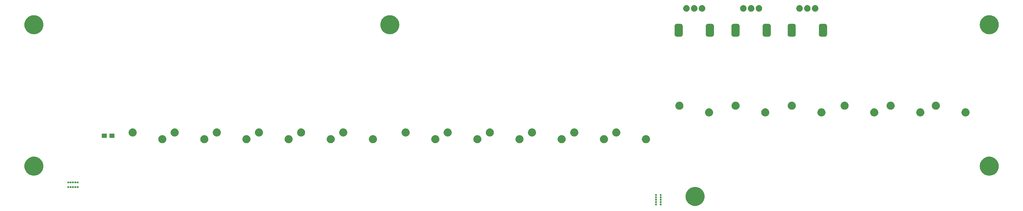
<source format=gbr>
%TF.GenerationSoftware,KiCad,Pcbnew,8.0.4*%
%TF.CreationDate,2024-09-25T08:52:03+09:00*%
%TF.ProjectId,FullHouse_Cover_V6.0,46756c6c-486f-4757-9365-5f436f766572,rev?*%
%TF.SameCoordinates,Original*%
%TF.FileFunction,Soldermask,Top*%
%TF.FilePolarity,Negative*%
%FSLAX46Y46*%
G04 Gerber Fmt 4.6, Leading zero omitted, Abs format (unit mm)*
G04 Created by KiCad (PCBNEW 8.0.4) date 2024-09-25 08:52:03*
%MOMM*%
%LPD*%
G01*
G04 APERTURE LIST*
G04 APERTURE END LIST*
G36*
X276756604Y-212983184D02*
G01*
X277093911Y-213040495D01*
X277422681Y-213135212D01*
X277738779Y-213266144D01*
X278038230Y-213431644D01*
X278317267Y-213629632D01*
X278572383Y-213857617D01*
X278800368Y-214112733D01*
X278998356Y-214391770D01*
X279163856Y-214691221D01*
X279294788Y-215007319D01*
X279389505Y-215336089D01*
X279446816Y-215673396D01*
X279466000Y-216015000D01*
X279446816Y-216356604D01*
X279389505Y-216693911D01*
X279294788Y-217022681D01*
X279163856Y-217338779D01*
X278998356Y-217638230D01*
X278800368Y-217917267D01*
X278572383Y-218172383D01*
X278317267Y-218400368D01*
X278038230Y-218598356D01*
X277738779Y-218763856D01*
X277422681Y-218894788D01*
X277093911Y-218989505D01*
X276756604Y-219046816D01*
X276415000Y-219066000D01*
X276073396Y-219046816D01*
X275736089Y-218989505D01*
X275407319Y-218894788D01*
X275091221Y-218763856D01*
X274791770Y-218598356D01*
X274512733Y-218400368D01*
X274257617Y-218172383D01*
X274029632Y-217917267D01*
X273831644Y-217638230D01*
X273666144Y-217338779D01*
X273535212Y-217022681D01*
X273440495Y-216693911D01*
X273383184Y-216356604D01*
X273364000Y-216015000D01*
X273383184Y-215673396D01*
X273440495Y-215336089D01*
X273535212Y-215007319D01*
X273666144Y-214691221D01*
X273831644Y-214391770D01*
X274029632Y-214112733D01*
X274257617Y-213857617D01*
X274512733Y-213629632D01*
X274791770Y-213431644D01*
X275091221Y-213266144D01*
X275407319Y-213135212D01*
X275736089Y-213040495D01*
X276073396Y-212983184D01*
X276415000Y-212964000D01*
X276756604Y-212983184D01*
G37*
G36*
X263919037Y-215247573D02*
G01*
X263952268Y-215247573D01*
X263977868Y-215256890D01*
X263992531Y-215259213D01*
X264013238Y-215269764D01*
X264050500Y-215283326D01*
X264066957Y-215297135D01*
X264076006Y-215301746D01*
X264094542Y-215320282D01*
X264130579Y-215350521D01*
X264138499Y-215364239D01*
X264142253Y-215367993D01*
X264154172Y-215391386D01*
X264182847Y-215441052D01*
X264184629Y-215451160D01*
X264184786Y-215451468D01*
X264185688Y-215457167D01*
X264201000Y-215544000D01*
X264185687Y-215630840D01*
X264184786Y-215636531D01*
X264184629Y-215636837D01*
X264182847Y-215646948D01*
X264154168Y-215696620D01*
X264142253Y-215720006D01*
X264138500Y-215723758D01*
X264130579Y-215737479D01*
X264094535Y-215767723D01*
X264076006Y-215786253D01*
X264066960Y-215790862D01*
X264050500Y-215804674D01*
X264013231Y-215818238D01*
X263965812Y-215842400D01*
X263965812Y-215995600D01*
X264013234Y-216019762D01*
X264050500Y-216033326D01*
X264066957Y-216047135D01*
X264076006Y-216051746D01*
X264094542Y-216070282D01*
X264130579Y-216100521D01*
X264138499Y-216114239D01*
X264142253Y-216117993D01*
X264154172Y-216141386D01*
X264182847Y-216191052D01*
X264184629Y-216201160D01*
X264184786Y-216201468D01*
X264185688Y-216207167D01*
X264201000Y-216294000D01*
X264185687Y-216380840D01*
X264184786Y-216386531D01*
X264184629Y-216386837D01*
X264182847Y-216396948D01*
X264154168Y-216446620D01*
X264142253Y-216470006D01*
X264138500Y-216473758D01*
X264130579Y-216487479D01*
X264094535Y-216517723D01*
X264076006Y-216536253D01*
X264066960Y-216540862D01*
X264050500Y-216554674D01*
X264013231Y-216568238D01*
X263965812Y-216592400D01*
X263965812Y-216745600D01*
X264013234Y-216769762D01*
X264050500Y-216783326D01*
X264066957Y-216797135D01*
X264076006Y-216801746D01*
X264094542Y-216820282D01*
X264130579Y-216850521D01*
X264138499Y-216864239D01*
X264142253Y-216867993D01*
X264154172Y-216891386D01*
X264182847Y-216941052D01*
X264184629Y-216951160D01*
X264184786Y-216951468D01*
X264185688Y-216957167D01*
X264201000Y-217044000D01*
X264185687Y-217130840D01*
X264184786Y-217136531D01*
X264184629Y-217136837D01*
X264182847Y-217146948D01*
X264154168Y-217196620D01*
X264142253Y-217220006D01*
X264138500Y-217223758D01*
X264130579Y-217237479D01*
X264094535Y-217267723D01*
X264076005Y-217286254D01*
X264066958Y-217290863D01*
X264050500Y-217304674D01*
X264013236Y-217318236D01*
X263942261Y-217354401D01*
X263942261Y-217507599D01*
X264013240Y-217543764D01*
X264050500Y-217557326D01*
X264066955Y-217571134D01*
X264076005Y-217575745D01*
X264094542Y-217594282D01*
X264130579Y-217624521D01*
X264138499Y-217638239D01*
X264142253Y-217641993D01*
X264154172Y-217665386D01*
X264182847Y-217715052D01*
X264184629Y-217725160D01*
X264184786Y-217725468D01*
X264185688Y-217731167D01*
X264201000Y-217818000D01*
X264185687Y-217904840D01*
X264184786Y-217910531D01*
X264184629Y-217910837D01*
X264182847Y-217920948D01*
X264154168Y-217970620D01*
X264142253Y-217994006D01*
X264138500Y-217997758D01*
X264130579Y-218011479D01*
X264094535Y-218041723D01*
X264076006Y-218060253D01*
X264066960Y-218064862D01*
X264050500Y-218078674D01*
X264013230Y-218092238D01*
X263954036Y-218122400D01*
X263954036Y-218275600D01*
X264013233Y-218305762D01*
X264050500Y-218319326D01*
X264066957Y-218333135D01*
X264076006Y-218337746D01*
X264094542Y-218356282D01*
X264130579Y-218386521D01*
X264138499Y-218400239D01*
X264142253Y-218403993D01*
X264154172Y-218427386D01*
X264182847Y-218477052D01*
X264184629Y-218487160D01*
X264184786Y-218487468D01*
X264185688Y-218493167D01*
X264201000Y-218580000D01*
X264185687Y-218666840D01*
X264184786Y-218672531D01*
X264184629Y-218672837D01*
X264182847Y-218682948D01*
X264154168Y-218732620D01*
X264142253Y-218756006D01*
X264138500Y-218759758D01*
X264130579Y-218773479D01*
X264094535Y-218803723D01*
X264076006Y-218822253D01*
X264066960Y-218826862D01*
X264050500Y-218840674D01*
X264013231Y-218854238D01*
X263992531Y-218864786D01*
X263977873Y-218867107D01*
X263952268Y-218876427D01*
X263919030Y-218876427D01*
X263900000Y-218879441D01*
X263880970Y-218876427D01*
X263847732Y-218876427D01*
X263822126Y-218867107D01*
X263807468Y-218864786D01*
X263786764Y-218854237D01*
X263749500Y-218840674D01*
X263733041Y-218826863D01*
X263723993Y-218822253D01*
X263705457Y-218803717D01*
X263669421Y-218773479D01*
X263661500Y-218759760D01*
X263657746Y-218756006D01*
X263645822Y-218732605D01*
X263617153Y-218682948D01*
X263615370Y-218672840D01*
X263615213Y-218672531D01*
X263614302Y-218666785D01*
X263599000Y-218580000D01*
X263614301Y-218493223D01*
X263615213Y-218487468D01*
X263615371Y-218487157D01*
X263617153Y-218477052D01*
X263645818Y-218427401D01*
X263657746Y-218403993D01*
X263661502Y-218400236D01*
X263669421Y-218386521D01*
X263705451Y-218356287D01*
X263723993Y-218337746D01*
X263733044Y-218333134D01*
X263749500Y-218319326D01*
X263786759Y-218305765D01*
X263845963Y-218275599D01*
X263845963Y-218122401D01*
X263786762Y-218092236D01*
X263749500Y-218078674D01*
X263733041Y-218064863D01*
X263723993Y-218060253D01*
X263705457Y-218041717D01*
X263669421Y-218011479D01*
X263661500Y-217997760D01*
X263657746Y-217994006D01*
X263645822Y-217970605D01*
X263617153Y-217920948D01*
X263615370Y-217910840D01*
X263615213Y-217910531D01*
X263614302Y-217904785D01*
X263599000Y-217818000D01*
X263614301Y-217731223D01*
X263615213Y-217725468D01*
X263615371Y-217725157D01*
X263617153Y-217715052D01*
X263645818Y-217665401D01*
X263657746Y-217641993D01*
X263661502Y-217638236D01*
X263669421Y-217624521D01*
X263705451Y-217594287D01*
X263723993Y-217575746D01*
X263733044Y-217571134D01*
X263749500Y-217557326D01*
X263786757Y-217543765D01*
X263857738Y-217507599D01*
X263857738Y-217354401D01*
X263786761Y-217318235D01*
X263749500Y-217304674D01*
X263733041Y-217290863D01*
X263723993Y-217286253D01*
X263705457Y-217267717D01*
X263669421Y-217237479D01*
X263661500Y-217223760D01*
X263657746Y-217220006D01*
X263645822Y-217196605D01*
X263617153Y-217146948D01*
X263615370Y-217136840D01*
X263615213Y-217136531D01*
X263614302Y-217130785D01*
X263599000Y-217044000D01*
X263614301Y-216957223D01*
X263615213Y-216951468D01*
X263615371Y-216951157D01*
X263617153Y-216941052D01*
X263645818Y-216891401D01*
X263657746Y-216867993D01*
X263661502Y-216864236D01*
X263669421Y-216850521D01*
X263705451Y-216820287D01*
X263723993Y-216801746D01*
X263733044Y-216797134D01*
X263749500Y-216783326D01*
X263786758Y-216769765D01*
X263834187Y-216745599D01*
X263834187Y-216592401D01*
X263786761Y-216568235D01*
X263749500Y-216554674D01*
X263733041Y-216540863D01*
X263723993Y-216536253D01*
X263705457Y-216517717D01*
X263669421Y-216487479D01*
X263661500Y-216473760D01*
X263657746Y-216470006D01*
X263645822Y-216446605D01*
X263617153Y-216396948D01*
X263615370Y-216386840D01*
X263615213Y-216386531D01*
X263614302Y-216380785D01*
X263599000Y-216294000D01*
X263614301Y-216207223D01*
X263615213Y-216201468D01*
X263615371Y-216201157D01*
X263617153Y-216191052D01*
X263645818Y-216141401D01*
X263657746Y-216117993D01*
X263661502Y-216114236D01*
X263669421Y-216100521D01*
X263705451Y-216070287D01*
X263723993Y-216051746D01*
X263733044Y-216047134D01*
X263749500Y-216033326D01*
X263786758Y-216019765D01*
X263834187Y-215995599D01*
X263834187Y-215842401D01*
X263786761Y-215818235D01*
X263749500Y-215804674D01*
X263733041Y-215790863D01*
X263723993Y-215786253D01*
X263705457Y-215767717D01*
X263669421Y-215737479D01*
X263661500Y-215723760D01*
X263657746Y-215720006D01*
X263645822Y-215696605D01*
X263617153Y-215646948D01*
X263615370Y-215636840D01*
X263615213Y-215636531D01*
X263614302Y-215630785D01*
X263599000Y-215544000D01*
X263614301Y-215457223D01*
X263615213Y-215451468D01*
X263615371Y-215451157D01*
X263617153Y-215441052D01*
X263645818Y-215391401D01*
X263657746Y-215367993D01*
X263661502Y-215364236D01*
X263669421Y-215350521D01*
X263705451Y-215320287D01*
X263723993Y-215301746D01*
X263733044Y-215297134D01*
X263749500Y-215283326D01*
X263786757Y-215269765D01*
X263807468Y-215259213D01*
X263822131Y-215256890D01*
X263847732Y-215247573D01*
X263880963Y-215247573D01*
X263900000Y-215244558D01*
X263919037Y-215247573D01*
G37*
G36*
X265419037Y-215247573D02*
G01*
X265452268Y-215247573D01*
X265477868Y-215256890D01*
X265492531Y-215259213D01*
X265513238Y-215269764D01*
X265550500Y-215283326D01*
X265566957Y-215297135D01*
X265576006Y-215301746D01*
X265594542Y-215320282D01*
X265630579Y-215350521D01*
X265638499Y-215364239D01*
X265642253Y-215367993D01*
X265654172Y-215391386D01*
X265682847Y-215441052D01*
X265684629Y-215451160D01*
X265684786Y-215451468D01*
X265685688Y-215457167D01*
X265701000Y-215544000D01*
X265685687Y-215630840D01*
X265684786Y-215636531D01*
X265684629Y-215636837D01*
X265682847Y-215646948D01*
X265654168Y-215696620D01*
X265642253Y-215720006D01*
X265638500Y-215723758D01*
X265630579Y-215737479D01*
X265594535Y-215767723D01*
X265576006Y-215786253D01*
X265566960Y-215790862D01*
X265550500Y-215804674D01*
X265513231Y-215818238D01*
X265465812Y-215842400D01*
X265465812Y-215995600D01*
X265513234Y-216019762D01*
X265550500Y-216033326D01*
X265566957Y-216047135D01*
X265576006Y-216051746D01*
X265594542Y-216070282D01*
X265630579Y-216100521D01*
X265638499Y-216114239D01*
X265642253Y-216117993D01*
X265654172Y-216141386D01*
X265682847Y-216191052D01*
X265684629Y-216201160D01*
X265684786Y-216201468D01*
X265685688Y-216207167D01*
X265701000Y-216294000D01*
X265685687Y-216380840D01*
X265684786Y-216386531D01*
X265684629Y-216386837D01*
X265682847Y-216396948D01*
X265654168Y-216446620D01*
X265642253Y-216470006D01*
X265638500Y-216473758D01*
X265630579Y-216487479D01*
X265594535Y-216517723D01*
X265576006Y-216536253D01*
X265566960Y-216540862D01*
X265550500Y-216554674D01*
X265513231Y-216568238D01*
X265465812Y-216592400D01*
X265465812Y-216745600D01*
X265513234Y-216769762D01*
X265550500Y-216783326D01*
X265566957Y-216797135D01*
X265576006Y-216801746D01*
X265594542Y-216820282D01*
X265630579Y-216850521D01*
X265638499Y-216864239D01*
X265642253Y-216867993D01*
X265654172Y-216891386D01*
X265682847Y-216941052D01*
X265684629Y-216951160D01*
X265684786Y-216951468D01*
X265685688Y-216957167D01*
X265701000Y-217044000D01*
X265685687Y-217130840D01*
X265684786Y-217136531D01*
X265684629Y-217136837D01*
X265682847Y-217146948D01*
X265654168Y-217196620D01*
X265642253Y-217220006D01*
X265638500Y-217223758D01*
X265630579Y-217237479D01*
X265594535Y-217267723D01*
X265576005Y-217286254D01*
X265566958Y-217290863D01*
X265550500Y-217304674D01*
X265513236Y-217318236D01*
X265442261Y-217354401D01*
X265442261Y-217507599D01*
X265513240Y-217543764D01*
X265550500Y-217557326D01*
X265566955Y-217571134D01*
X265576005Y-217575745D01*
X265594542Y-217594282D01*
X265630579Y-217624521D01*
X265638499Y-217638239D01*
X265642253Y-217641993D01*
X265654172Y-217665386D01*
X265682847Y-217715052D01*
X265684629Y-217725160D01*
X265684786Y-217725468D01*
X265685688Y-217731167D01*
X265701000Y-217818000D01*
X265685687Y-217904840D01*
X265684786Y-217910531D01*
X265684629Y-217910837D01*
X265682847Y-217920948D01*
X265654168Y-217970620D01*
X265642253Y-217994006D01*
X265638500Y-217997758D01*
X265630579Y-218011479D01*
X265594535Y-218041723D01*
X265576006Y-218060253D01*
X265566960Y-218064862D01*
X265550500Y-218078674D01*
X265513230Y-218092238D01*
X265454036Y-218122400D01*
X265454036Y-218275600D01*
X265513233Y-218305762D01*
X265550500Y-218319326D01*
X265566957Y-218333135D01*
X265576006Y-218337746D01*
X265594542Y-218356282D01*
X265630579Y-218386521D01*
X265638499Y-218400239D01*
X265642253Y-218403993D01*
X265654172Y-218427386D01*
X265682847Y-218477052D01*
X265684629Y-218487160D01*
X265684786Y-218487468D01*
X265685688Y-218493167D01*
X265701000Y-218580000D01*
X265685687Y-218666840D01*
X265684786Y-218672531D01*
X265684629Y-218672837D01*
X265682847Y-218682948D01*
X265654168Y-218732620D01*
X265642253Y-218756006D01*
X265638500Y-218759758D01*
X265630579Y-218773479D01*
X265594535Y-218803723D01*
X265576006Y-218822253D01*
X265566960Y-218826862D01*
X265550500Y-218840674D01*
X265513231Y-218854238D01*
X265492531Y-218864786D01*
X265477873Y-218867107D01*
X265452268Y-218876427D01*
X265419030Y-218876427D01*
X265400000Y-218879441D01*
X265380970Y-218876427D01*
X265347732Y-218876427D01*
X265322126Y-218867107D01*
X265307468Y-218864786D01*
X265286764Y-218854237D01*
X265249500Y-218840674D01*
X265233041Y-218826863D01*
X265223993Y-218822253D01*
X265205457Y-218803717D01*
X265169421Y-218773479D01*
X265161500Y-218759760D01*
X265157746Y-218756006D01*
X265145822Y-218732605D01*
X265117153Y-218682948D01*
X265115370Y-218672840D01*
X265115213Y-218672531D01*
X265114302Y-218666785D01*
X265099000Y-218580000D01*
X265114301Y-218493223D01*
X265115213Y-218487468D01*
X265115371Y-218487157D01*
X265117153Y-218477052D01*
X265145818Y-218427401D01*
X265157746Y-218403993D01*
X265161502Y-218400236D01*
X265169421Y-218386521D01*
X265205451Y-218356287D01*
X265223993Y-218337746D01*
X265233044Y-218333134D01*
X265249500Y-218319326D01*
X265286759Y-218305765D01*
X265345963Y-218275599D01*
X265345963Y-218122401D01*
X265286762Y-218092236D01*
X265249500Y-218078674D01*
X265233041Y-218064863D01*
X265223993Y-218060253D01*
X265205457Y-218041717D01*
X265169421Y-218011479D01*
X265161500Y-217997760D01*
X265157746Y-217994006D01*
X265145822Y-217970605D01*
X265117153Y-217920948D01*
X265115370Y-217910840D01*
X265115213Y-217910531D01*
X265114302Y-217904785D01*
X265099000Y-217818000D01*
X265114301Y-217731223D01*
X265115213Y-217725468D01*
X265115371Y-217725157D01*
X265117153Y-217715052D01*
X265145818Y-217665401D01*
X265157746Y-217641993D01*
X265161502Y-217638236D01*
X265169421Y-217624521D01*
X265205451Y-217594287D01*
X265223993Y-217575746D01*
X265233044Y-217571134D01*
X265249500Y-217557326D01*
X265286757Y-217543765D01*
X265357738Y-217507599D01*
X265357738Y-217354401D01*
X265286761Y-217318235D01*
X265249500Y-217304674D01*
X265233041Y-217290863D01*
X265223993Y-217286253D01*
X265205457Y-217267717D01*
X265169421Y-217237479D01*
X265161500Y-217223760D01*
X265157746Y-217220006D01*
X265145822Y-217196605D01*
X265117153Y-217146948D01*
X265115370Y-217136840D01*
X265115213Y-217136531D01*
X265114302Y-217130785D01*
X265099000Y-217044000D01*
X265114301Y-216957223D01*
X265115213Y-216951468D01*
X265115371Y-216951157D01*
X265117153Y-216941052D01*
X265145818Y-216891401D01*
X265157746Y-216867993D01*
X265161502Y-216864236D01*
X265169421Y-216850521D01*
X265205451Y-216820287D01*
X265223993Y-216801746D01*
X265233044Y-216797134D01*
X265249500Y-216783326D01*
X265286758Y-216769765D01*
X265334187Y-216745599D01*
X265334187Y-216592401D01*
X265286761Y-216568235D01*
X265249500Y-216554674D01*
X265233041Y-216540863D01*
X265223993Y-216536253D01*
X265205457Y-216517717D01*
X265169421Y-216487479D01*
X265161500Y-216473760D01*
X265157746Y-216470006D01*
X265145822Y-216446605D01*
X265117153Y-216396948D01*
X265115370Y-216386840D01*
X265115213Y-216386531D01*
X265114302Y-216380785D01*
X265099000Y-216294000D01*
X265114301Y-216207223D01*
X265115213Y-216201468D01*
X265115371Y-216201157D01*
X265117153Y-216191052D01*
X265145818Y-216141401D01*
X265157746Y-216117993D01*
X265161502Y-216114236D01*
X265169421Y-216100521D01*
X265205451Y-216070287D01*
X265223993Y-216051746D01*
X265233044Y-216047134D01*
X265249500Y-216033326D01*
X265286758Y-216019765D01*
X265334187Y-215995599D01*
X265334187Y-215842401D01*
X265286761Y-215818235D01*
X265249500Y-215804674D01*
X265233041Y-215790863D01*
X265223993Y-215786253D01*
X265205457Y-215767717D01*
X265169421Y-215737479D01*
X265161500Y-215723760D01*
X265157746Y-215720006D01*
X265145822Y-215696605D01*
X265117153Y-215646948D01*
X265115370Y-215636840D01*
X265115213Y-215636531D01*
X265114302Y-215630785D01*
X265099000Y-215544000D01*
X265114301Y-215457223D01*
X265115213Y-215451468D01*
X265115371Y-215451157D01*
X265117153Y-215441052D01*
X265145818Y-215391401D01*
X265157746Y-215367993D01*
X265161502Y-215364236D01*
X265169421Y-215350521D01*
X265205451Y-215320287D01*
X265223993Y-215301746D01*
X265233044Y-215297134D01*
X265249500Y-215283326D01*
X265286757Y-215269765D01*
X265307468Y-215259213D01*
X265322131Y-215256890D01*
X265347732Y-215247573D01*
X265380963Y-215247573D01*
X265400000Y-215244558D01*
X265419037Y-215247573D01*
G37*
G36*
X78693037Y-212703573D02*
G01*
X78726268Y-212703573D01*
X78751868Y-212712890D01*
X78766531Y-212715213D01*
X78787238Y-212725764D01*
X78824500Y-212739326D01*
X78840957Y-212753135D01*
X78850006Y-212757746D01*
X78868542Y-212776282D01*
X78904579Y-212806521D01*
X78912499Y-212820239D01*
X78916253Y-212823993D01*
X78928172Y-212847386D01*
X78956847Y-212897052D01*
X78958629Y-212907160D01*
X78958786Y-212907468D01*
X78959688Y-212913167D01*
X78975000Y-213000000D01*
X78959687Y-213086840D01*
X78958786Y-213092531D01*
X78958629Y-213092837D01*
X78956847Y-213102948D01*
X78928168Y-213152620D01*
X78916253Y-213176006D01*
X78912500Y-213179758D01*
X78904579Y-213193479D01*
X78868535Y-213223723D01*
X78850006Y-213242253D01*
X78840960Y-213246862D01*
X78824500Y-213260674D01*
X78787231Y-213274238D01*
X78766531Y-213284786D01*
X78751873Y-213287107D01*
X78726268Y-213296427D01*
X78693030Y-213296427D01*
X78674000Y-213299441D01*
X78654970Y-213296427D01*
X78621732Y-213296427D01*
X78596126Y-213287107D01*
X78581468Y-213284786D01*
X78560764Y-213274237D01*
X78523500Y-213260674D01*
X78507041Y-213246863D01*
X78497993Y-213242253D01*
X78479457Y-213223717D01*
X78443421Y-213193479D01*
X78435500Y-213179760D01*
X78431746Y-213176006D01*
X78419825Y-213152609D01*
X78391153Y-213102948D01*
X78389370Y-213092837D01*
X78369600Y-213054036D01*
X78216400Y-213054036D01*
X78196629Y-213092836D01*
X78194847Y-213102948D01*
X78166167Y-213152621D01*
X78154253Y-213176006D01*
X78150500Y-213179758D01*
X78142579Y-213193479D01*
X78106535Y-213223723D01*
X78088006Y-213242253D01*
X78078960Y-213246862D01*
X78062500Y-213260674D01*
X78025231Y-213274238D01*
X78004531Y-213284786D01*
X77989873Y-213287107D01*
X77964268Y-213296427D01*
X77931030Y-213296427D01*
X77912000Y-213299441D01*
X77892970Y-213296427D01*
X77859732Y-213296427D01*
X77834126Y-213287107D01*
X77819468Y-213284786D01*
X77798764Y-213274237D01*
X77761500Y-213260674D01*
X77745041Y-213246863D01*
X77735993Y-213242253D01*
X77717457Y-213223717D01*
X77681421Y-213193479D01*
X77673500Y-213179760D01*
X77669745Y-213176005D01*
X77657819Y-213152600D01*
X77629153Y-213102948D01*
X77627370Y-213092841D01*
X77601599Y-213042261D01*
X77448401Y-213042261D01*
X77422629Y-213092839D01*
X77420847Y-213102948D01*
X77392173Y-213152612D01*
X77380254Y-213176005D01*
X77376500Y-213179758D01*
X77368579Y-213193479D01*
X77332535Y-213223723D01*
X77314006Y-213242253D01*
X77304960Y-213246862D01*
X77288500Y-213260674D01*
X77251231Y-213274238D01*
X77230531Y-213284786D01*
X77215873Y-213287107D01*
X77190268Y-213296427D01*
X77157030Y-213296427D01*
X77138000Y-213299441D01*
X77118970Y-213296427D01*
X77085732Y-213296427D01*
X77060126Y-213287107D01*
X77045468Y-213284786D01*
X77024764Y-213274237D01*
X76987500Y-213260674D01*
X76971041Y-213246863D01*
X76961993Y-213242253D01*
X76943457Y-213223717D01*
X76907421Y-213193479D01*
X76899500Y-213179760D01*
X76895746Y-213176006D01*
X76883825Y-213152609D01*
X76855153Y-213102948D01*
X76853370Y-213092838D01*
X76839600Y-213065812D01*
X76686400Y-213065812D01*
X76672629Y-213092837D01*
X76670847Y-213102948D01*
X76642168Y-213152621D01*
X76630253Y-213176006D01*
X76626500Y-213179758D01*
X76618579Y-213193479D01*
X76582535Y-213223723D01*
X76564006Y-213242253D01*
X76554960Y-213246862D01*
X76538500Y-213260674D01*
X76501231Y-213274238D01*
X76480531Y-213284786D01*
X76465873Y-213287107D01*
X76440268Y-213296427D01*
X76407030Y-213296427D01*
X76388000Y-213299441D01*
X76368970Y-213296427D01*
X76335732Y-213296427D01*
X76310126Y-213287107D01*
X76295468Y-213284786D01*
X76274764Y-213274237D01*
X76237500Y-213260674D01*
X76221041Y-213246863D01*
X76211993Y-213242253D01*
X76193457Y-213223717D01*
X76157421Y-213193479D01*
X76149500Y-213179760D01*
X76145746Y-213176006D01*
X76133825Y-213152609D01*
X76105153Y-213102948D01*
X76103370Y-213092838D01*
X76089600Y-213065812D01*
X75936400Y-213065812D01*
X75922629Y-213092837D01*
X75920847Y-213102948D01*
X75892168Y-213152621D01*
X75880253Y-213176006D01*
X75876500Y-213179758D01*
X75868579Y-213193479D01*
X75832535Y-213223723D01*
X75814006Y-213242253D01*
X75804960Y-213246862D01*
X75788500Y-213260674D01*
X75751231Y-213274238D01*
X75730531Y-213284786D01*
X75715873Y-213287107D01*
X75690268Y-213296427D01*
X75657030Y-213296427D01*
X75638000Y-213299441D01*
X75618970Y-213296427D01*
X75585732Y-213296427D01*
X75560126Y-213287107D01*
X75545468Y-213284786D01*
X75524764Y-213274237D01*
X75487500Y-213260674D01*
X75471041Y-213246863D01*
X75461993Y-213242253D01*
X75443457Y-213223717D01*
X75407421Y-213193479D01*
X75399500Y-213179760D01*
X75395746Y-213176006D01*
X75383822Y-213152605D01*
X75355153Y-213102948D01*
X75353370Y-213092840D01*
X75353213Y-213092531D01*
X75352302Y-213086785D01*
X75337000Y-213000000D01*
X75352301Y-212913223D01*
X75353213Y-212907468D01*
X75353371Y-212907157D01*
X75355153Y-212897052D01*
X75383818Y-212847401D01*
X75395746Y-212823993D01*
X75399502Y-212820236D01*
X75407421Y-212806521D01*
X75443451Y-212776287D01*
X75461993Y-212757746D01*
X75471044Y-212753134D01*
X75487500Y-212739326D01*
X75524757Y-212725765D01*
X75545468Y-212715213D01*
X75560131Y-212712890D01*
X75585732Y-212703573D01*
X75618963Y-212703573D01*
X75638000Y-212700558D01*
X75657037Y-212703573D01*
X75690268Y-212703573D01*
X75715868Y-212712890D01*
X75730531Y-212715213D01*
X75751238Y-212725764D01*
X75788500Y-212739326D01*
X75804957Y-212753135D01*
X75814006Y-212757746D01*
X75832542Y-212776282D01*
X75868579Y-212806521D01*
X75876499Y-212820239D01*
X75880253Y-212823993D01*
X75892174Y-212847389D01*
X75920847Y-212897052D01*
X75922629Y-212907158D01*
X75936401Y-212934187D01*
X76089599Y-212934187D01*
X76103370Y-212907158D01*
X76105153Y-212897052D01*
X76133818Y-212847401D01*
X76145746Y-212823993D01*
X76149502Y-212820236D01*
X76157421Y-212806521D01*
X76193451Y-212776287D01*
X76211993Y-212757746D01*
X76221044Y-212753134D01*
X76237500Y-212739326D01*
X76274757Y-212725765D01*
X76295468Y-212715213D01*
X76310131Y-212712890D01*
X76335732Y-212703573D01*
X76368963Y-212703573D01*
X76388000Y-212700558D01*
X76407037Y-212703573D01*
X76440268Y-212703573D01*
X76465868Y-212712890D01*
X76480531Y-212715213D01*
X76501238Y-212725764D01*
X76538500Y-212739326D01*
X76554957Y-212753135D01*
X76564006Y-212757746D01*
X76582542Y-212776282D01*
X76618579Y-212806521D01*
X76626499Y-212820239D01*
X76630253Y-212823993D01*
X76642174Y-212847389D01*
X76670847Y-212897052D01*
X76672629Y-212907158D01*
X76686401Y-212934187D01*
X76839599Y-212934187D01*
X76853370Y-212907158D01*
X76855153Y-212897052D01*
X76883818Y-212847401D01*
X76895746Y-212823993D01*
X76899502Y-212820236D01*
X76907421Y-212806521D01*
X76943451Y-212776287D01*
X76961993Y-212757746D01*
X76971044Y-212753134D01*
X76987500Y-212739326D01*
X77024757Y-212725765D01*
X77045468Y-212715213D01*
X77060131Y-212712890D01*
X77085732Y-212703573D01*
X77118963Y-212703573D01*
X77138000Y-212700558D01*
X77157037Y-212703573D01*
X77190268Y-212703573D01*
X77215868Y-212712890D01*
X77230531Y-212715213D01*
X77251238Y-212725764D01*
X77288500Y-212739326D01*
X77304957Y-212753135D01*
X77314006Y-212757746D01*
X77332542Y-212776282D01*
X77368579Y-212806521D01*
X77376499Y-212820239D01*
X77380253Y-212823993D01*
X77392174Y-212847389D01*
X77420847Y-212897052D01*
X77422629Y-212907159D01*
X77448401Y-212957738D01*
X77601599Y-212957738D01*
X77627370Y-212907158D01*
X77629153Y-212897052D01*
X77657818Y-212847401D01*
X77669746Y-212823993D01*
X77673502Y-212820236D01*
X77681421Y-212806521D01*
X77717451Y-212776287D01*
X77735993Y-212757746D01*
X77745044Y-212753134D01*
X77761500Y-212739326D01*
X77798757Y-212725765D01*
X77819468Y-212715213D01*
X77834131Y-212712890D01*
X77859732Y-212703573D01*
X77892963Y-212703573D01*
X77912000Y-212700558D01*
X77931037Y-212703573D01*
X77964268Y-212703573D01*
X77989868Y-212712890D01*
X78004531Y-212715213D01*
X78025238Y-212725764D01*
X78062500Y-212739326D01*
X78078957Y-212753135D01*
X78088006Y-212757746D01*
X78106542Y-212776282D01*
X78142579Y-212806521D01*
X78150499Y-212820239D01*
X78154253Y-212823993D01*
X78166173Y-212847388D01*
X78194847Y-212897052D01*
X78196629Y-212907159D01*
X78216401Y-212945963D01*
X78369599Y-212945963D01*
X78389370Y-212907158D01*
X78391153Y-212897052D01*
X78419819Y-212847400D01*
X78431746Y-212823993D01*
X78435502Y-212820236D01*
X78443421Y-212806521D01*
X78479451Y-212776287D01*
X78497993Y-212757746D01*
X78507044Y-212753134D01*
X78523500Y-212739326D01*
X78560757Y-212725765D01*
X78581468Y-212715213D01*
X78596131Y-212712890D01*
X78621732Y-212703573D01*
X78654963Y-212703573D01*
X78674000Y-212700558D01*
X78693037Y-212703573D01*
G37*
G36*
X78693037Y-211203573D02*
G01*
X78726268Y-211203573D01*
X78751868Y-211212890D01*
X78766531Y-211215213D01*
X78787238Y-211225764D01*
X78824500Y-211239326D01*
X78840957Y-211253135D01*
X78850006Y-211257746D01*
X78868542Y-211276282D01*
X78904579Y-211306521D01*
X78912499Y-211320239D01*
X78916253Y-211323993D01*
X78928172Y-211347386D01*
X78956847Y-211397052D01*
X78958629Y-211407160D01*
X78958786Y-211407468D01*
X78959688Y-211413167D01*
X78975000Y-211500000D01*
X78959687Y-211586840D01*
X78958786Y-211592531D01*
X78958629Y-211592837D01*
X78956847Y-211602948D01*
X78928168Y-211652620D01*
X78916253Y-211676006D01*
X78912500Y-211679758D01*
X78904579Y-211693479D01*
X78868535Y-211723723D01*
X78850006Y-211742253D01*
X78840960Y-211746862D01*
X78824500Y-211760674D01*
X78787231Y-211774238D01*
X78766531Y-211784786D01*
X78751873Y-211787107D01*
X78726268Y-211796427D01*
X78693030Y-211796427D01*
X78674000Y-211799441D01*
X78654970Y-211796427D01*
X78621732Y-211796427D01*
X78596126Y-211787107D01*
X78581468Y-211784786D01*
X78560764Y-211774237D01*
X78523500Y-211760674D01*
X78507041Y-211746863D01*
X78497993Y-211742253D01*
X78479457Y-211723717D01*
X78443421Y-211693479D01*
X78435500Y-211679760D01*
X78431746Y-211676006D01*
X78419825Y-211652609D01*
X78391153Y-211602948D01*
X78389370Y-211592837D01*
X78369600Y-211554036D01*
X78216400Y-211554036D01*
X78196629Y-211592836D01*
X78194847Y-211602948D01*
X78166167Y-211652621D01*
X78154253Y-211676006D01*
X78150500Y-211679758D01*
X78142579Y-211693479D01*
X78106535Y-211723723D01*
X78088006Y-211742253D01*
X78078960Y-211746862D01*
X78062500Y-211760674D01*
X78025231Y-211774238D01*
X78004531Y-211784786D01*
X77989873Y-211787107D01*
X77964268Y-211796427D01*
X77931030Y-211796427D01*
X77912000Y-211799441D01*
X77892970Y-211796427D01*
X77859732Y-211796427D01*
X77834126Y-211787107D01*
X77819468Y-211784786D01*
X77798764Y-211774237D01*
X77761500Y-211760674D01*
X77745041Y-211746863D01*
X77735993Y-211742253D01*
X77717457Y-211723717D01*
X77681421Y-211693479D01*
X77673500Y-211679760D01*
X77669745Y-211676005D01*
X77657819Y-211652600D01*
X77629153Y-211602948D01*
X77627370Y-211592841D01*
X77601599Y-211542261D01*
X77448401Y-211542261D01*
X77422629Y-211592839D01*
X77420847Y-211602948D01*
X77392173Y-211652612D01*
X77380254Y-211676005D01*
X77376500Y-211679758D01*
X77368579Y-211693479D01*
X77332535Y-211723723D01*
X77314006Y-211742253D01*
X77304960Y-211746862D01*
X77288500Y-211760674D01*
X77251231Y-211774238D01*
X77230531Y-211784786D01*
X77215873Y-211787107D01*
X77190268Y-211796427D01*
X77157030Y-211796427D01*
X77138000Y-211799441D01*
X77118970Y-211796427D01*
X77085732Y-211796427D01*
X77060126Y-211787107D01*
X77045468Y-211784786D01*
X77024764Y-211774237D01*
X76987500Y-211760674D01*
X76971041Y-211746863D01*
X76961993Y-211742253D01*
X76943457Y-211723717D01*
X76907421Y-211693479D01*
X76899500Y-211679760D01*
X76895746Y-211676006D01*
X76883825Y-211652609D01*
X76855153Y-211602948D01*
X76853370Y-211592838D01*
X76839600Y-211565812D01*
X76686400Y-211565812D01*
X76672629Y-211592837D01*
X76670847Y-211602948D01*
X76642168Y-211652621D01*
X76630253Y-211676006D01*
X76626500Y-211679758D01*
X76618579Y-211693479D01*
X76582535Y-211723723D01*
X76564006Y-211742253D01*
X76554960Y-211746862D01*
X76538500Y-211760674D01*
X76501231Y-211774238D01*
X76480531Y-211784786D01*
X76465873Y-211787107D01*
X76440268Y-211796427D01*
X76407030Y-211796427D01*
X76388000Y-211799441D01*
X76368970Y-211796427D01*
X76335732Y-211796427D01*
X76310126Y-211787107D01*
X76295468Y-211784786D01*
X76274764Y-211774237D01*
X76237500Y-211760674D01*
X76221041Y-211746863D01*
X76211993Y-211742253D01*
X76193457Y-211723717D01*
X76157421Y-211693479D01*
X76149500Y-211679760D01*
X76145746Y-211676006D01*
X76133825Y-211652609D01*
X76105153Y-211602948D01*
X76103370Y-211592838D01*
X76089600Y-211565812D01*
X75936400Y-211565812D01*
X75922629Y-211592837D01*
X75920847Y-211602948D01*
X75892168Y-211652621D01*
X75880253Y-211676006D01*
X75876500Y-211679758D01*
X75868579Y-211693479D01*
X75832535Y-211723723D01*
X75814006Y-211742253D01*
X75804960Y-211746862D01*
X75788500Y-211760674D01*
X75751231Y-211774238D01*
X75730531Y-211784786D01*
X75715873Y-211787107D01*
X75690268Y-211796427D01*
X75657030Y-211796427D01*
X75638000Y-211799441D01*
X75618970Y-211796427D01*
X75585732Y-211796427D01*
X75560126Y-211787107D01*
X75545468Y-211784786D01*
X75524764Y-211774237D01*
X75487500Y-211760674D01*
X75471041Y-211746863D01*
X75461993Y-211742253D01*
X75443457Y-211723717D01*
X75407421Y-211693479D01*
X75399500Y-211679760D01*
X75395746Y-211676006D01*
X75383822Y-211652605D01*
X75355153Y-211602948D01*
X75353370Y-211592840D01*
X75353213Y-211592531D01*
X75352302Y-211586785D01*
X75337000Y-211500000D01*
X75352301Y-211413223D01*
X75353213Y-211407468D01*
X75353371Y-211407157D01*
X75355153Y-211397052D01*
X75383818Y-211347401D01*
X75395746Y-211323993D01*
X75399502Y-211320236D01*
X75407421Y-211306521D01*
X75443451Y-211276287D01*
X75461993Y-211257746D01*
X75471044Y-211253134D01*
X75487500Y-211239326D01*
X75524757Y-211225765D01*
X75545468Y-211215213D01*
X75560131Y-211212890D01*
X75585732Y-211203573D01*
X75618963Y-211203573D01*
X75638000Y-211200558D01*
X75657037Y-211203573D01*
X75690268Y-211203573D01*
X75715868Y-211212890D01*
X75730531Y-211215213D01*
X75751238Y-211225764D01*
X75788500Y-211239326D01*
X75804957Y-211253135D01*
X75814006Y-211257746D01*
X75832542Y-211276282D01*
X75868579Y-211306521D01*
X75876499Y-211320239D01*
X75880253Y-211323993D01*
X75892174Y-211347389D01*
X75920847Y-211397052D01*
X75922629Y-211407158D01*
X75936401Y-211434187D01*
X76089599Y-211434187D01*
X76103370Y-211407158D01*
X76105153Y-211397052D01*
X76133818Y-211347401D01*
X76145746Y-211323993D01*
X76149502Y-211320236D01*
X76157421Y-211306521D01*
X76193451Y-211276287D01*
X76211993Y-211257746D01*
X76221044Y-211253134D01*
X76237500Y-211239326D01*
X76274757Y-211225765D01*
X76295468Y-211215213D01*
X76310131Y-211212890D01*
X76335732Y-211203573D01*
X76368963Y-211203573D01*
X76388000Y-211200558D01*
X76407037Y-211203573D01*
X76440268Y-211203573D01*
X76465868Y-211212890D01*
X76480531Y-211215213D01*
X76501238Y-211225764D01*
X76538500Y-211239326D01*
X76554957Y-211253135D01*
X76564006Y-211257746D01*
X76582542Y-211276282D01*
X76618579Y-211306521D01*
X76626499Y-211320239D01*
X76630253Y-211323993D01*
X76642174Y-211347389D01*
X76670847Y-211397052D01*
X76672629Y-211407158D01*
X76686401Y-211434187D01*
X76839599Y-211434187D01*
X76853370Y-211407158D01*
X76855153Y-211397052D01*
X76883818Y-211347401D01*
X76895746Y-211323993D01*
X76899502Y-211320236D01*
X76907421Y-211306521D01*
X76943451Y-211276287D01*
X76961993Y-211257746D01*
X76971044Y-211253134D01*
X76987500Y-211239326D01*
X77024757Y-211225765D01*
X77045468Y-211215213D01*
X77060131Y-211212890D01*
X77085732Y-211203573D01*
X77118963Y-211203573D01*
X77138000Y-211200558D01*
X77157037Y-211203573D01*
X77190268Y-211203573D01*
X77215868Y-211212890D01*
X77230531Y-211215213D01*
X77251238Y-211225764D01*
X77288500Y-211239326D01*
X77304957Y-211253135D01*
X77314006Y-211257746D01*
X77332542Y-211276282D01*
X77368579Y-211306521D01*
X77376499Y-211320239D01*
X77380253Y-211323993D01*
X77392174Y-211347389D01*
X77420847Y-211397052D01*
X77422629Y-211407159D01*
X77448401Y-211457738D01*
X77601599Y-211457738D01*
X77627370Y-211407158D01*
X77629153Y-211397052D01*
X77657818Y-211347401D01*
X77669746Y-211323993D01*
X77673502Y-211320236D01*
X77681421Y-211306521D01*
X77717451Y-211276287D01*
X77735993Y-211257746D01*
X77745044Y-211253134D01*
X77761500Y-211239326D01*
X77798757Y-211225765D01*
X77819468Y-211215213D01*
X77834131Y-211212890D01*
X77859732Y-211203573D01*
X77892963Y-211203573D01*
X77912000Y-211200558D01*
X77931037Y-211203573D01*
X77964268Y-211203573D01*
X77989868Y-211212890D01*
X78004531Y-211215213D01*
X78025238Y-211225764D01*
X78062500Y-211239326D01*
X78078957Y-211253135D01*
X78088006Y-211257746D01*
X78106542Y-211276282D01*
X78142579Y-211306521D01*
X78150499Y-211320239D01*
X78154253Y-211323993D01*
X78166173Y-211347388D01*
X78194847Y-211397052D01*
X78196629Y-211407159D01*
X78216401Y-211445963D01*
X78369599Y-211445963D01*
X78389370Y-211407158D01*
X78391153Y-211397052D01*
X78419819Y-211347400D01*
X78431746Y-211323993D01*
X78435502Y-211320236D01*
X78443421Y-211306521D01*
X78479451Y-211276287D01*
X78497993Y-211257746D01*
X78507044Y-211253134D01*
X78523500Y-211239326D01*
X78560757Y-211225765D01*
X78581468Y-211215213D01*
X78596131Y-211212890D01*
X78621732Y-211203573D01*
X78654963Y-211203573D01*
X78674000Y-211200558D01*
X78693037Y-211203573D01*
G37*
G36*
X64981604Y-203268184D02*
G01*
X65318911Y-203325495D01*
X65647681Y-203420212D01*
X65963779Y-203551144D01*
X66263230Y-203716644D01*
X66542267Y-203914632D01*
X66797383Y-204142617D01*
X67025368Y-204397733D01*
X67223356Y-204676770D01*
X67388856Y-204976221D01*
X67519788Y-205292319D01*
X67614505Y-205621089D01*
X67671816Y-205958396D01*
X67691000Y-206300000D01*
X67671816Y-206641604D01*
X67614505Y-206978911D01*
X67519788Y-207307681D01*
X67388856Y-207623779D01*
X67223356Y-207923230D01*
X67025368Y-208202267D01*
X66797383Y-208457383D01*
X66542267Y-208685368D01*
X66263230Y-208883356D01*
X65963779Y-209048856D01*
X65647681Y-209179788D01*
X65318911Y-209274505D01*
X64981604Y-209331816D01*
X64640000Y-209351000D01*
X64298396Y-209331816D01*
X63961089Y-209274505D01*
X63632319Y-209179788D01*
X63316221Y-209048856D01*
X63016770Y-208883356D01*
X62737733Y-208685368D01*
X62482617Y-208457383D01*
X62254632Y-208202267D01*
X62056644Y-207923230D01*
X61891144Y-207623779D01*
X61760212Y-207307681D01*
X61665495Y-206978911D01*
X61608184Y-206641604D01*
X61589000Y-206300000D01*
X61608184Y-205958396D01*
X61665495Y-205621089D01*
X61760212Y-205292319D01*
X61891144Y-204976221D01*
X62056644Y-204676770D01*
X62254632Y-204397733D01*
X62482617Y-204142617D01*
X62737733Y-203914632D01*
X63016770Y-203716644D01*
X63316221Y-203551144D01*
X63632319Y-203420212D01*
X63961089Y-203325495D01*
X64298396Y-203268184D01*
X64640000Y-203249000D01*
X64981604Y-203268184D01*
G37*
G36*
X370981604Y-203268184D02*
G01*
X371318911Y-203325495D01*
X371647681Y-203420212D01*
X371963779Y-203551144D01*
X372263230Y-203716644D01*
X372542267Y-203914632D01*
X372797383Y-204142617D01*
X373025368Y-204397733D01*
X373223356Y-204676770D01*
X373388856Y-204976221D01*
X373519788Y-205292319D01*
X373614505Y-205621089D01*
X373671816Y-205958396D01*
X373691000Y-206300000D01*
X373671816Y-206641604D01*
X373614505Y-206978911D01*
X373519788Y-207307681D01*
X373388856Y-207623779D01*
X373223356Y-207923230D01*
X373025368Y-208202267D01*
X372797383Y-208457383D01*
X372542267Y-208685368D01*
X372263230Y-208883356D01*
X371963779Y-209048856D01*
X371647681Y-209179788D01*
X371318911Y-209274505D01*
X370981604Y-209331816D01*
X370640000Y-209351000D01*
X370298396Y-209331816D01*
X369961089Y-209274505D01*
X369632319Y-209179788D01*
X369316221Y-209048856D01*
X369016770Y-208883356D01*
X368737733Y-208685368D01*
X368482617Y-208457383D01*
X368254632Y-208202267D01*
X368056644Y-207923230D01*
X367891144Y-207623779D01*
X367760212Y-207307681D01*
X367665495Y-206978911D01*
X367608184Y-206641604D01*
X367589000Y-206300000D01*
X367608184Y-205958396D01*
X367665495Y-205621089D01*
X367760212Y-205292319D01*
X367891144Y-204976221D01*
X368056644Y-204676770D01*
X368254632Y-204397733D01*
X368482617Y-204142617D01*
X368737733Y-203914632D01*
X369016770Y-203716644D01*
X369316221Y-203551144D01*
X369632319Y-203420212D01*
X369961089Y-203325495D01*
X370298396Y-203268184D01*
X370640000Y-203249000D01*
X370981604Y-203268184D01*
G37*
G36*
X105825676Y-196343871D02*
G01*
X105877402Y-196343871D01*
X105934412Y-196353384D01*
X105995916Y-196358765D01*
X106044214Y-196371706D01*
X106089271Y-196379225D01*
X106149717Y-196399976D01*
X106214968Y-196417460D01*
X106254936Y-196436097D01*
X106292433Y-196448970D01*
X106354042Y-196482311D01*
X106420500Y-196513301D01*
X106451785Y-196535207D01*
X106481343Y-196551203D01*
X106541511Y-196598033D01*
X106606267Y-196643376D01*
X106629089Y-196666198D01*
X106650851Y-196683136D01*
X106706754Y-196743863D01*
X106766624Y-196803733D01*
X106781735Y-196825315D01*
X106796335Y-196841174D01*
X106845045Y-196915730D01*
X106896699Y-196989500D01*
X106905320Y-197007987D01*
X106913818Y-197020995D01*
X106952382Y-197108914D01*
X106992540Y-197195032D01*
X106996280Y-197208991D01*
X107000102Y-197217704D01*
X107025693Y-197318763D01*
X107051235Y-197414084D01*
X107051975Y-197422546D01*
X107052833Y-197425933D01*
X107062887Y-197547270D01*
X107071000Y-197640000D01*
X107062886Y-197732737D01*
X107052833Y-197854066D01*
X107051975Y-197857452D01*
X107051235Y-197865916D01*
X107025689Y-197961253D01*
X107000102Y-198062295D01*
X106996281Y-198071005D01*
X106992540Y-198084968D01*
X106952375Y-198171101D01*
X106913818Y-198259004D01*
X106905321Y-198272008D01*
X106896699Y-198290500D01*
X106845035Y-198364283D01*
X106796335Y-198438825D01*
X106781738Y-198454680D01*
X106766624Y-198476267D01*
X106706743Y-198536147D01*
X106650851Y-198596863D01*
X106629093Y-198613797D01*
X106606267Y-198636624D01*
X106541498Y-198681975D01*
X106481343Y-198728796D01*
X106451791Y-198744788D01*
X106420500Y-198766699D01*
X106354029Y-198797694D01*
X106292433Y-198831029D01*
X106254944Y-198843898D01*
X106214968Y-198862540D01*
X106149704Y-198880027D01*
X106089271Y-198900774D01*
X106044221Y-198908291D01*
X105995916Y-198921235D01*
X105934408Y-198926616D01*
X105877402Y-198936129D01*
X105825676Y-198936129D01*
X105770000Y-198941000D01*
X105714324Y-198936129D01*
X105662598Y-198936129D01*
X105605590Y-198926616D01*
X105544084Y-198921235D01*
X105495779Y-198908291D01*
X105450728Y-198900774D01*
X105390291Y-198880026D01*
X105325032Y-198862540D01*
X105285058Y-198843900D01*
X105247566Y-198831029D01*
X105185963Y-198797691D01*
X105119500Y-198766699D01*
X105088211Y-198744790D01*
X105058656Y-198728796D01*
X104998491Y-198681968D01*
X104933733Y-198636624D01*
X104910909Y-198613800D01*
X104889148Y-198596863D01*
X104833244Y-198536135D01*
X104773376Y-198476267D01*
X104758264Y-198454685D01*
X104743664Y-198438825D01*
X104694949Y-198364262D01*
X104643301Y-198290500D01*
X104634680Y-198272013D01*
X104626181Y-198259004D01*
X104587607Y-198171065D01*
X104547460Y-198084968D01*
X104543720Y-198071011D01*
X104539897Y-198062295D01*
X104514292Y-197961185D01*
X104488765Y-197865916D01*
X104488025Y-197857458D01*
X104487166Y-197854066D01*
X104477094Y-197732521D01*
X104469000Y-197640000D01*
X104477093Y-197547486D01*
X104487166Y-197425933D01*
X104488025Y-197422540D01*
X104488765Y-197414084D01*
X104514287Y-197318831D01*
X104539897Y-197217704D01*
X104543720Y-197208986D01*
X104547460Y-197195032D01*
X104587600Y-197108950D01*
X104626181Y-197020995D01*
X104634682Y-197007982D01*
X104643301Y-196989500D01*
X104694939Y-196915751D01*
X104743664Y-196841174D01*
X104758267Y-196825310D01*
X104773376Y-196803733D01*
X104833232Y-196743876D01*
X104889148Y-196683136D01*
X104910914Y-196666194D01*
X104933733Y-196643376D01*
X104998478Y-196598040D01*
X105058656Y-196551203D01*
X105088217Y-196535204D01*
X105119500Y-196513301D01*
X105185950Y-196482314D01*
X105247566Y-196448970D01*
X105285066Y-196436096D01*
X105325032Y-196417460D01*
X105390278Y-196399977D01*
X105450728Y-196379225D01*
X105495787Y-196371706D01*
X105544084Y-196358765D01*
X105605587Y-196353384D01*
X105662598Y-196343871D01*
X105714324Y-196343871D01*
X105770000Y-196339000D01*
X105825676Y-196343871D01*
G37*
G36*
X119280676Y-196343871D02*
G01*
X119332402Y-196343871D01*
X119389412Y-196353384D01*
X119450916Y-196358765D01*
X119499214Y-196371706D01*
X119544271Y-196379225D01*
X119604717Y-196399976D01*
X119669968Y-196417460D01*
X119709936Y-196436097D01*
X119747433Y-196448970D01*
X119809042Y-196482311D01*
X119875500Y-196513301D01*
X119906785Y-196535207D01*
X119936343Y-196551203D01*
X119996511Y-196598033D01*
X120061267Y-196643376D01*
X120084089Y-196666198D01*
X120105851Y-196683136D01*
X120161754Y-196743863D01*
X120221624Y-196803733D01*
X120236735Y-196825315D01*
X120251335Y-196841174D01*
X120300045Y-196915730D01*
X120351699Y-196989500D01*
X120360320Y-197007987D01*
X120368818Y-197020995D01*
X120407382Y-197108914D01*
X120447540Y-197195032D01*
X120451280Y-197208991D01*
X120455102Y-197217704D01*
X120480693Y-197318763D01*
X120506235Y-197414084D01*
X120506975Y-197422546D01*
X120507833Y-197425933D01*
X120517887Y-197547270D01*
X120526000Y-197640000D01*
X120517886Y-197732737D01*
X120507833Y-197854066D01*
X120506975Y-197857452D01*
X120506235Y-197865916D01*
X120480689Y-197961253D01*
X120455102Y-198062295D01*
X120451281Y-198071005D01*
X120447540Y-198084968D01*
X120407375Y-198171101D01*
X120368818Y-198259004D01*
X120360321Y-198272008D01*
X120351699Y-198290500D01*
X120300035Y-198364283D01*
X120251335Y-198438825D01*
X120236738Y-198454680D01*
X120221624Y-198476267D01*
X120161743Y-198536147D01*
X120105851Y-198596863D01*
X120084093Y-198613797D01*
X120061267Y-198636624D01*
X119996498Y-198681975D01*
X119936343Y-198728796D01*
X119906791Y-198744788D01*
X119875500Y-198766699D01*
X119809029Y-198797694D01*
X119747433Y-198831029D01*
X119709944Y-198843898D01*
X119669968Y-198862540D01*
X119604704Y-198880027D01*
X119544271Y-198900774D01*
X119499221Y-198908291D01*
X119450916Y-198921235D01*
X119389408Y-198926616D01*
X119332402Y-198936129D01*
X119280676Y-198936129D01*
X119225000Y-198941000D01*
X119169324Y-198936129D01*
X119117598Y-198936129D01*
X119060590Y-198926616D01*
X118999084Y-198921235D01*
X118950779Y-198908291D01*
X118905728Y-198900774D01*
X118845291Y-198880026D01*
X118780032Y-198862540D01*
X118740058Y-198843900D01*
X118702566Y-198831029D01*
X118640963Y-198797691D01*
X118574500Y-198766699D01*
X118543211Y-198744790D01*
X118513656Y-198728796D01*
X118453491Y-198681968D01*
X118388733Y-198636624D01*
X118365909Y-198613800D01*
X118344148Y-198596863D01*
X118288244Y-198536135D01*
X118228376Y-198476267D01*
X118213264Y-198454685D01*
X118198664Y-198438825D01*
X118149949Y-198364262D01*
X118098301Y-198290500D01*
X118089680Y-198272013D01*
X118081181Y-198259004D01*
X118042607Y-198171065D01*
X118002460Y-198084968D01*
X117998720Y-198071011D01*
X117994897Y-198062295D01*
X117969292Y-197961185D01*
X117943765Y-197865916D01*
X117943025Y-197857458D01*
X117942166Y-197854066D01*
X117932094Y-197732521D01*
X117924000Y-197640000D01*
X117932093Y-197547486D01*
X117942166Y-197425933D01*
X117943025Y-197422540D01*
X117943765Y-197414084D01*
X117969287Y-197318831D01*
X117994897Y-197217704D01*
X117998720Y-197208986D01*
X118002460Y-197195032D01*
X118042600Y-197108950D01*
X118081181Y-197020995D01*
X118089682Y-197007982D01*
X118098301Y-196989500D01*
X118149939Y-196915751D01*
X118198664Y-196841174D01*
X118213267Y-196825310D01*
X118228376Y-196803733D01*
X118288232Y-196743876D01*
X118344148Y-196683136D01*
X118365914Y-196666194D01*
X118388733Y-196643376D01*
X118453478Y-196598040D01*
X118513656Y-196551203D01*
X118543217Y-196535204D01*
X118574500Y-196513301D01*
X118640950Y-196482314D01*
X118702566Y-196448970D01*
X118740066Y-196436096D01*
X118780032Y-196417460D01*
X118845278Y-196399977D01*
X118905728Y-196379225D01*
X118950787Y-196371706D01*
X118999084Y-196358765D01*
X119060587Y-196353384D01*
X119117598Y-196343871D01*
X119169324Y-196343871D01*
X119225000Y-196339000D01*
X119280676Y-196343871D01*
G37*
G36*
X132780676Y-196343871D02*
G01*
X132832402Y-196343871D01*
X132889412Y-196353384D01*
X132950916Y-196358765D01*
X132999214Y-196371706D01*
X133044271Y-196379225D01*
X133104717Y-196399976D01*
X133169968Y-196417460D01*
X133209936Y-196436097D01*
X133247433Y-196448970D01*
X133309042Y-196482311D01*
X133375500Y-196513301D01*
X133406785Y-196535207D01*
X133436343Y-196551203D01*
X133496511Y-196598033D01*
X133561267Y-196643376D01*
X133584089Y-196666198D01*
X133605851Y-196683136D01*
X133661754Y-196743863D01*
X133721624Y-196803733D01*
X133736735Y-196825315D01*
X133751335Y-196841174D01*
X133800045Y-196915730D01*
X133851699Y-196989500D01*
X133860320Y-197007987D01*
X133868818Y-197020995D01*
X133907382Y-197108914D01*
X133947540Y-197195032D01*
X133951280Y-197208991D01*
X133955102Y-197217704D01*
X133980693Y-197318763D01*
X134006235Y-197414084D01*
X134006975Y-197422546D01*
X134007833Y-197425933D01*
X134017887Y-197547270D01*
X134026000Y-197640000D01*
X134017886Y-197732737D01*
X134007833Y-197854066D01*
X134006975Y-197857452D01*
X134006235Y-197865916D01*
X133980689Y-197961253D01*
X133955102Y-198062295D01*
X133951281Y-198071005D01*
X133947540Y-198084968D01*
X133907375Y-198171101D01*
X133868818Y-198259004D01*
X133860321Y-198272008D01*
X133851699Y-198290500D01*
X133800035Y-198364283D01*
X133751335Y-198438825D01*
X133736738Y-198454680D01*
X133721624Y-198476267D01*
X133661743Y-198536147D01*
X133605851Y-198596863D01*
X133584093Y-198613797D01*
X133561267Y-198636624D01*
X133496498Y-198681975D01*
X133436343Y-198728796D01*
X133406791Y-198744788D01*
X133375500Y-198766699D01*
X133309029Y-198797694D01*
X133247433Y-198831029D01*
X133209944Y-198843898D01*
X133169968Y-198862540D01*
X133104704Y-198880027D01*
X133044271Y-198900774D01*
X132999221Y-198908291D01*
X132950916Y-198921235D01*
X132889408Y-198926616D01*
X132832402Y-198936129D01*
X132780676Y-198936129D01*
X132725000Y-198941000D01*
X132669324Y-198936129D01*
X132617598Y-198936129D01*
X132560590Y-198926616D01*
X132499084Y-198921235D01*
X132450779Y-198908291D01*
X132405728Y-198900774D01*
X132345291Y-198880026D01*
X132280032Y-198862540D01*
X132240058Y-198843900D01*
X132202566Y-198831029D01*
X132140963Y-198797691D01*
X132074500Y-198766699D01*
X132043211Y-198744790D01*
X132013656Y-198728796D01*
X131953491Y-198681968D01*
X131888733Y-198636624D01*
X131865909Y-198613800D01*
X131844148Y-198596863D01*
X131788244Y-198536135D01*
X131728376Y-198476267D01*
X131713264Y-198454685D01*
X131698664Y-198438825D01*
X131649949Y-198364262D01*
X131598301Y-198290500D01*
X131589680Y-198272013D01*
X131581181Y-198259004D01*
X131542607Y-198171065D01*
X131502460Y-198084968D01*
X131498720Y-198071011D01*
X131494897Y-198062295D01*
X131469292Y-197961185D01*
X131443765Y-197865916D01*
X131443025Y-197857458D01*
X131442166Y-197854066D01*
X131432094Y-197732521D01*
X131424000Y-197640000D01*
X131432093Y-197547486D01*
X131442166Y-197425933D01*
X131443025Y-197422540D01*
X131443765Y-197414084D01*
X131469287Y-197318831D01*
X131494897Y-197217704D01*
X131498720Y-197208986D01*
X131502460Y-197195032D01*
X131542600Y-197108950D01*
X131581181Y-197020995D01*
X131589682Y-197007982D01*
X131598301Y-196989500D01*
X131649939Y-196915751D01*
X131698664Y-196841174D01*
X131713267Y-196825310D01*
X131728376Y-196803733D01*
X131788232Y-196743876D01*
X131844148Y-196683136D01*
X131865914Y-196666194D01*
X131888733Y-196643376D01*
X131953478Y-196598040D01*
X132013656Y-196551203D01*
X132043217Y-196535204D01*
X132074500Y-196513301D01*
X132140950Y-196482314D01*
X132202566Y-196448970D01*
X132240066Y-196436096D01*
X132280032Y-196417460D01*
X132345278Y-196399977D01*
X132405728Y-196379225D01*
X132450787Y-196371706D01*
X132499084Y-196358765D01*
X132560587Y-196353384D01*
X132617598Y-196343871D01*
X132669324Y-196343871D01*
X132725000Y-196339000D01*
X132780676Y-196343871D01*
G37*
G36*
X146280676Y-196343871D02*
G01*
X146332402Y-196343871D01*
X146389412Y-196353384D01*
X146450916Y-196358765D01*
X146499214Y-196371706D01*
X146544271Y-196379225D01*
X146604717Y-196399976D01*
X146669968Y-196417460D01*
X146709936Y-196436097D01*
X146747433Y-196448970D01*
X146809042Y-196482311D01*
X146875500Y-196513301D01*
X146906785Y-196535207D01*
X146936343Y-196551203D01*
X146996511Y-196598033D01*
X147061267Y-196643376D01*
X147084089Y-196666198D01*
X147105851Y-196683136D01*
X147161754Y-196743863D01*
X147221624Y-196803733D01*
X147236735Y-196825315D01*
X147251335Y-196841174D01*
X147300045Y-196915730D01*
X147351699Y-196989500D01*
X147360320Y-197007987D01*
X147368818Y-197020995D01*
X147407382Y-197108914D01*
X147447540Y-197195032D01*
X147451280Y-197208991D01*
X147455102Y-197217704D01*
X147480693Y-197318763D01*
X147506235Y-197414084D01*
X147506975Y-197422546D01*
X147507833Y-197425933D01*
X147517887Y-197547270D01*
X147526000Y-197640000D01*
X147517886Y-197732737D01*
X147507833Y-197854066D01*
X147506975Y-197857452D01*
X147506235Y-197865916D01*
X147480689Y-197961253D01*
X147455102Y-198062295D01*
X147451281Y-198071005D01*
X147447540Y-198084968D01*
X147407375Y-198171101D01*
X147368818Y-198259004D01*
X147360321Y-198272008D01*
X147351699Y-198290500D01*
X147300035Y-198364283D01*
X147251335Y-198438825D01*
X147236738Y-198454680D01*
X147221624Y-198476267D01*
X147161743Y-198536147D01*
X147105851Y-198596863D01*
X147084093Y-198613797D01*
X147061267Y-198636624D01*
X146996498Y-198681975D01*
X146936343Y-198728796D01*
X146906791Y-198744788D01*
X146875500Y-198766699D01*
X146809029Y-198797694D01*
X146747433Y-198831029D01*
X146709944Y-198843898D01*
X146669968Y-198862540D01*
X146604704Y-198880027D01*
X146544271Y-198900774D01*
X146499221Y-198908291D01*
X146450916Y-198921235D01*
X146389408Y-198926616D01*
X146332402Y-198936129D01*
X146280676Y-198936129D01*
X146225000Y-198941000D01*
X146169324Y-198936129D01*
X146117598Y-198936129D01*
X146060590Y-198926616D01*
X145999084Y-198921235D01*
X145950779Y-198908291D01*
X145905728Y-198900774D01*
X145845291Y-198880026D01*
X145780032Y-198862540D01*
X145740058Y-198843900D01*
X145702566Y-198831029D01*
X145640963Y-198797691D01*
X145574500Y-198766699D01*
X145543211Y-198744790D01*
X145513656Y-198728796D01*
X145453491Y-198681968D01*
X145388733Y-198636624D01*
X145365909Y-198613800D01*
X145344148Y-198596863D01*
X145288244Y-198536135D01*
X145228376Y-198476267D01*
X145213264Y-198454685D01*
X145198664Y-198438825D01*
X145149949Y-198364262D01*
X145098301Y-198290500D01*
X145089680Y-198272013D01*
X145081181Y-198259004D01*
X145042607Y-198171065D01*
X145002460Y-198084968D01*
X144998720Y-198071011D01*
X144994897Y-198062295D01*
X144969292Y-197961185D01*
X144943765Y-197865916D01*
X144943025Y-197857458D01*
X144942166Y-197854066D01*
X144932094Y-197732521D01*
X144924000Y-197640000D01*
X144932093Y-197547486D01*
X144942166Y-197425933D01*
X144943025Y-197422540D01*
X144943765Y-197414084D01*
X144969287Y-197318831D01*
X144994897Y-197217704D01*
X144998720Y-197208986D01*
X145002460Y-197195032D01*
X145042600Y-197108950D01*
X145081181Y-197020995D01*
X145089682Y-197007982D01*
X145098301Y-196989500D01*
X145149939Y-196915751D01*
X145198664Y-196841174D01*
X145213267Y-196825310D01*
X145228376Y-196803733D01*
X145288232Y-196743876D01*
X145344148Y-196683136D01*
X145365914Y-196666194D01*
X145388733Y-196643376D01*
X145453478Y-196598040D01*
X145513656Y-196551203D01*
X145543217Y-196535204D01*
X145574500Y-196513301D01*
X145640950Y-196482314D01*
X145702566Y-196448970D01*
X145740066Y-196436096D01*
X145780032Y-196417460D01*
X145845278Y-196399977D01*
X145905728Y-196379225D01*
X145950787Y-196371706D01*
X145999084Y-196358765D01*
X146060587Y-196353384D01*
X146117598Y-196343871D01*
X146169324Y-196343871D01*
X146225000Y-196339000D01*
X146280676Y-196343871D01*
G37*
G36*
X159780676Y-196343871D02*
G01*
X159832402Y-196343871D01*
X159889412Y-196353384D01*
X159950916Y-196358765D01*
X159999214Y-196371706D01*
X160044271Y-196379225D01*
X160104717Y-196399976D01*
X160169968Y-196417460D01*
X160209936Y-196436097D01*
X160247433Y-196448970D01*
X160309042Y-196482311D01*
X160375500Y-196513301D01*
X160406785Y-196535207D01*
X160436343Y-196551203D01*
X160496511Y-196598033D01*
X160561267Y-196643376D01*
X160584089Y-196666198D01*
X160605851Y-196683136D01*
X160661754Y-196743863D01*
X160721624Y-196803733D01*
X160736735Y-196825315D01*
X160751335Y-196841174D01*
X160800045Y-196915730D01*
X160851699Y-196989500D01*
X160860320Y-197007987D01*
X160868818Y-197020995D01*
X160907382Y-197108914D01*
X160947540Y-197195032D01*
X160951280Y-197208991D01*
X160955102Y-197217704D01*
X160980693Y-197318763D01*
X161006235Y-197414084D01*
X161006975Y-197422546D01*
X161007833Y-197425933D01*
X161017887Y-197547270D01*
X161026000Y-197640000D01*
X161017886Y-197732737D01*
X161007833Y-197854066D01*
X161006975Y-197857452D01*
X161006235Y-197865916D01*
X160980689Y-197961253D01*
X160955102Y-198062295D01*
X160951281Y-198071005D01*
X160947540Y-198084968D01*
X160907375Y-198171101D01*
X160868818Y-198259004D01*
X160860321Y-198272008D01*
X160851699Y-198290500D01*
X160800035Y-198364283D01*
X160751335Y-198438825D01*
X160736738Y-198454680D01*
X160721624Y-198476267D01*
X160661743Y-198536147D01*
X160605851Y-198596863D01*
X160584093Y-198613797D01*
X160561267Y-198636624D01*
X160496498Y-198681975D01*
X160436343Y-198728796D01*
X160406791Y-198744788D01*
X160375500Y-198766699D01*
X160309029Y-198797694D01*
X160247433Y-198831029D01*
X160209944Y-198843898D01*
X160169968Y-198862540D01*
X160104704Y-198880027D01*
X160044271Y-198900774D01*
X159999221Y-198908291D01*
X159950916Y-198921235D01*
X159889408Y-198926616D01*
X159832402Y-198936129D01*
X159780676Y-198936129D01*
X159725000Y-198941000D01*
X159669324Y-198936129D01*
X159617598Y-198936129D01*
X159560590Y-198926616D01*
X159499084Y-198921235D01*
X159450779Y-198908291D01*
X159405728Y-198900774D01*
X159345291Y-198880026D01*
X159280032Y-198862540D01*
X159240058Y-198843900D01*
X159202566Y-198831029D01*
X159140963Y-198797691D01*
X159074500Y-198766699D01*
X159043211Y-198744790D01*
X159013656Y-198728796D01*
X158953491Y-198681968D01*
X158888733Y-198636624D01*
X158865909Y-198613800D01*
X158844148Y-198596863D01*
X158788244Y-198536135D01*
X158728376Y-198476267D01*
X158713264Y-198454685D01*
X158698664Y-198438825D01*
X158649949Y-198364262D01*
X158598301Y-198290500D01*
X158589680Y-198272013D01*
X158581181Y-198259004D01*
X158542607Y-198171065D01*
X158502460Y-198084968D01*
X158498720Y-198071011D01*
X158494897Y-198062295D01*
X158469292Y-197961185D01*
X158443765Y-197865916D01*
X158443025Y-197857458D01*
X158442166Y-197854066D01*
X158432094Y-197732521D01*
X158424000Y-197640000D01*
X158432093Y-197547486D01*
X158442166Y-197425933D01*
X158443025Y-197422540D01*
X158443765Y-197414084D01*
X158469287Y-197318831D01*
X158494897Y-197217704D01*
X158498720Y-197208986D01*
X158502460Y-197195032D01*
X158542600Y-197108950D01*
X158581181Y-197020995D01*
X158589682Y-197007982D01*
X158598301Y-196989500D01*
X158649939Y-196915751D01*
X158698664Y-196841174D01*
X158713267Y-196825310D01*
X158728376Y-196803733D01*
X158788232Y-196743876D01*
X158844148Y-196683136D01*
X158865914Y-196666194D01*
X158888733Y-196643376D01*
X158953478Y-196598040D01*
X159013656Y-196551203D01*
X159043217Y-196535204D01*
X159074500Y-196513301D01*
X159140950Y-196482314D01*
X159202566Y-196448970D01*
X159240066Y-196436096D01*
X159280032Y-196417460D01*
X159345278Y-196399977D01*
X159405728Y-196379225D01*
X159450787Y-196371706D01*
X159499084Y-196358765D01*
X159560587Y-196353384D01*
X159617598Y-196343871D01*
X159669324Y-196343871D01*
X159725000Y-196339000D01*
X159780676Y-196343871D01*
G37*
G36*
X173280676Y-196343871D02*
G01*
X173332402Y-196343871D01*
X173389412Y-196353384D01*
X173450916Y-196358765D01*
X173499214Y-196371706D01*
X173544271Y-196379225D01*
X173604717Y-196399976D01*
X173669968Y-196417460D01*
X173709936Y-196436097D01*
X173747433Y-196448970D01*
X173809042Y-196482311D01*
X173875500Y-196513301D01*
X173906785Y-196535207D01*
X173936343Y-196551203D01*
X173996511Y-196598033D01*
X174061267Y-196643376D01*
X174084089Y-196666198D01*
X174105851Y-196683136D01*
X174161754Y-196743863D01*
X174221624Y-196803733D01*
X174236735Y-196825315D01*
X174251335Y-196841174D01*
X174300045Y-196915730D01*
X174351699Y-196989500D01*
X174360320Y-197007987D01*
X174368818Y-197020995D01*
X174407382Y-197108914D01*
X174447540Y-197195032D01*
X174451280Y-197208991D01*
X174455102Y-197217704D01*
X174480693Y-197318763D01*
X174506235Y-197414084D01*
X174506975Y-197422546D01*
X174507833Y-197425933D01*
X174517887Y-197547270D01*
X174526000Y-197640000D01*
X174517886Y-197732737D01*
X174507833Y-197854066D01*
X174506975Y-197857452D01*
X174506235Y-197865916D01*
X174480689Y-197961253D01*
X174455102Y-198062295D01*
X174451281Y-198071005D01*
X174447540Y-198084968D01*
X174407375Y-198171101D01*
X174368818Y-198259004D01*
X174360321Y-198272008D01*
X174351699Y-198290500D01*
X174300035Y-198364283D01*
X174251335Y-198438825D01*
X174236738Y-198454680D01*
X174221624Y-198476267D01*
X174161743Y-198536147D01*
X174105851Y-198596863D01*
X174084093Y-198613797D01*
X174061267Y-198636624D01*
X173996498Y-198681975D01*
X173936343Y-198728796D01*
X173906791Y-198744788D01*
X173875500Y-198766699D01*
X173809029Y-198797694D01*
X173747433Y-198831029D01*
X173709944Y-198843898D01*
X173669968Y-198862540D01*
X173604704Y-198880027D01*
X173544271Y-198900774D01*
X173499221Y-198908291D01*
X173450916Y-198921235D01*
X173389408Y-198926616D01*
X173332402Y-198936129D01*
X173280676Y-198936129D01*
X173225000Y-198941000D01*
X173169324Y-198936129D01*
X173117598Y-198936129D01*
X173060590Y-198926616D01*
X172999084Y-198921235D01*
X172950779Y-198908291D01*
X172905728Y-198900774D01*
X172845291Y-198880026D01*
X172780032Y-198862540D01*
X172740058Y-198843900D01*
X172702566Y-198831029D01*
X172640963Y-198797691D01*
X172574500Y-198766699D01*
X172543211Y-198744790D01*
X172513656Y-198728796D01*
X172453491Y-198681968D01*
X172388733Y-198636624D01*
X172365909Y-198613800D01*
X172344148Y-198596863D01*
X172288244Y-198536135D01*
X172228376Y-198476267D01*
X172213264Y-198454685D01*
X172198664Y-198438825D01*
X172149949Y-198364262D01*
X172098301Y-198290500D01*
X172089680Y-198272013D01*
X172081181Y-198259004D01*
X172042607Y-198171065D01*
X172002460Y-198084968D01*
X171998720Y-198071011D01*
X171994897Y-198062295D01*
X171969292Y-197961185D01*
X171943765Y-197865916D01*
X171943025Y-197857458D01*
X171942166Y-197854066D01*
X171932094Y-197732521D01*
X171924000Y-197640000D01*
X171932093Y-197547486D01*
X171942166Y-197425933D01*
X171943025Y-197422540D01*
X171943765Y-197414084D01*
X171969287Y-197318831D01*
X171994897Y-197217704D01*
X171998720Y-197208986D01*
X172002460Y-197195032D01*
X172042600Y-197108950D01*
X172081181Y-197020995D01*
X172089682Y-197007982D01*
X172098301Y-196989500D01*
X172149939Y-196915751D01*
X172198664Y-196841174D01*
X172213267Y-196825310D01*
X172228376Y-196803733D01*
X172288232Y-196743876D01*
X172344148Y-196683136D01*
X172365914Y-196666194D01*
X172388733Y-196643376D01*
X172453478Y-196598040D01*
X172513656Y-196551203D01*
X172543217Y-196535204D01*
X172574500Y-196513301D01*
X172640950Y-196482314D01*
X172702566Y-196448970D01*
X172740066Y-196436096D01*
X172780032Y-196417460D01*
X172845278Y-196399977D01*
X172905728Y-196379225D01*
X172950787Y-196371706D01*
X172999084Y-196358765D01*
X173060587Y-196353384D01*
X173117598Y-196343871D01*
X173169324Y-196343871D01*
X173225000Y-196339000D01*
X173280676Y-196343871D01*
G37*
G36*
X193260676Y-196343871D02*
G01*
X193312402Y-196343871D01*
X193369412Y-196353384D01*
X193430916Y-196358765D01*
X193479214Y-196371706D01*
X193524271Y-196379225D01*
X193584717Y-196399976D01*
X193649968Y-196417460D01*
X193689936Y-196436097D01*
X193727433Y-196448970D01*
X193789042Y-196482311D01*
X193855500Y-196513301D01*
X193886785Y-196535207D01*
X193916343Y-196551203D01*
X193976511Y-196598033D01*
X194041267Y-196643376D01*
X194064089Y-196666198D01*
X194085851Y-196683136D01*
X194141754Y-196743863D01*
X194201624Y-196803733D01*
X194216735Y-196825315D01*
X194231335Y-196841174D01*
X194280045Y-196915730D01*
X194331699Y-196989500D01*
X194340320Y-197007987D01*
X194348818Y-197020995D01*
X194387382Y-197108914D01*
X194427540Y-197195032D01*
X194431280Y-197208991D01*
X194435102Y-197217704D01*
X194460693Y-197318763D01*
X194486235Y-197414084D01*
X194486975Y-197422546D01*
X194487833Y-197425933D01*
X194497887Y-197547270D01*
X194506000Y-197640000D01*
X194497886Y-197732737D01*
X194487833Y-197854066D01*
X194486975Y-197857452D01*
X194486235Y-197865916D01*
X194460689Y-197961253D01*
X194435102Y-198062295D01*
X194431281Y-198071005D01*
X194427540Y-198084968D01*
X194387375Y-198171101D01*
X194348818Y-198259004D01*
X194340321Y-198272008D01*
X194331699Y-198290500D01*
X194280035Y-198364283D01*
X194231335Y-198438825D01*
X194216738Y-198454680D01*
X194201624Y-198476267D01*
X194141743Y-198536147D01*
X194085851Y-198596863D01*
X194064093Y-198613797D01*
X194041267Y-198636624D01*
X193976498Y-198681975D01*
X193916343Y-198728796D01*
X193886791Y-198744788D01*
X193855500Y-198766699D01*
X193789029Y-198797694D01*
X193727433Y-198831029D01*
X193689944Y-198843898D01*
X193649968Y-198862540D01*
X193584704Y-198880027D01*
X193524271Y-198900774D01*
X193479221Y-198908291D01*
X193430916Y-198921235D01*
X193369408Y-198926616D01*
X193312402Y-198936129D01*
X193260676Y-198936129D01*
X193205000Y-198941000D01*
X193149324Y-198936129D01*
X193097598Y-198936129D01*
X193040590Y-198926616D01*
X192979084Y-198921235D01*
X192930779Y-198908291D01*
X192885728Y-198900774D01*
X192825291Y-198880026D01*
X192760032Y-198862540D01*
X192720058Y-198843900D01*
X192682566Y-198831029D01*
X192620963Y-198797691D01*
X192554500Y-198766699D01*
X192523211Y-198744790D01*
X192493656Y-198728796D01*
X192433491Y-198681968D01*
X192368733Y-198636624D01*
X192345909Y-198613800D01*
X192324148Y-198596863D01*
X192268244Y-198536135D01*
X192208376Y-198476267D01*
X192193264Y-198454685D01*
X192178664Y-198438825D01*
X192129949Y-198364262D01*
X192078301Y-198290500D01*
X192069680Y-198272013D01*
X192061181Y-198259004D01*
X192022607Y-198171065D01*
X191982460Y-198084968D01*
X191978720Y-198071011D01*
X191974897Y-198062295D01*
X191949292Y-197961185D01*
X191923765Y-197865916D01*
X191923025Y-197857458D01*
X191922166Y-197854066D01*
X191912094Y-197732521D01*
X191904000Y-197640000D01*
X191912093Y-197547486D01*
X191922166Y-197425933D01*
X191923025Y-197422540D01*
X191923765Y-197414084D01*
X191949287Y-197318831D01*
X191974897Y-197217704D01*
X191978720Y-197208986D01*
X191982460Y-197195032D01*
X192022600Y-197108950D01*
X192061181Y-197020995D01*
X192069682Y-197007982D01*
X192078301Y-196989500D01*
X192129939Y-196915751D01*
X192178664Y-196841174D01*
X192193267Y-196825310D01*
X192208376Y-196803733D01*
X192268232Y-196743876D01*
X192324148Y-196683136D01*
X192345914Y-196666194D01*
X192368733Y-196643376D01*
X192433478Y-196598040D01*
X192493656Y-196551203D01*
X192523217Y-196535204D01*
X192554500Y-196513301D01*
X192620950Y-196482314D01*
X192682566Y-196448970D01*
X192720066Y-196436096D01*
X192760032Y-196417460D01*
X192825278Y-196399977D01*
X192885728Y-196379225D01*
X192930787Y-196371706D01*
X192979084Y-196358765D01*
X193040587Y-196353384D01*
X193097598Y-196343871D01*
X193149324Y-196343871D01*
X193205000Y-196339000D01*
X193260676Y-196343871D01*
G37*
G36*
X206730676Y-196343871D02*
G01*
X206782402Y-196343871D01*
X206839412Y-196353384D01*
X206900916Y-196358765D01*
X206949214Y-196371706D01*
X206994271Y-196379225D01*
X207054717Y-196399976D01*
X207119968Y-196417460D01*
X207159936Y-196436097D01*
X207197433Y-196448970D01*
X207259042Y-196482311D01*
X207325500Y-196513301D01*
X207356785Y-196535207D01*
X207386343Y-196551203D01*
X207446511Y-196598033D01*
X207511267Y-196643376D01*
X207534089Y-196666198D01*
X207555851Y-196683136D01*
X207611754Y-196743863D01*
X207671624Y-196803733D01*
X207686735Y-196825315D01*
X207701335Y-196841174D01*
X207750045Y-196915730D01*
X207801699Y-196989500D01*
X207810320Y-197007987D01*
X207818818Y-197020995D01*
X207857382Y-197108914D01*
X207897540Y-197195032D01*
X207901280Y-197208991D01*
X207905102Y-197217704D01*
X207930693Y-197318763D01*
X207956235Y-197414084D01*
X207956975Y-197422546D01*
X207957833Y-197425933D01*
X207967887Y-197547270D01*
X207976000Y-197640000D01*
X207967886Y-197732737D01*
X207957833Y-197854066D01*
X207956975Y-197857452D01*
X207956235Y-197865916D01*
X207930689Y-197961253D01*
X207905102Y-198062295D01*
X207901281Y-198071005D01*
X207897540Y-198084968D01*
X207857375Y-198171101D01*
X207818818Y-198259004D01*
X207810321Y-198272008D01*
X207801699Y-198290500D01*
X207750035Y-198364283D01*
X207701335Y-198438825D01*
X207686738Y-198454680D01*
X207671624Y-198476267D01*
X207611743Y-198536147D01*
X207555851Y-198596863D01*
X207534093Y-198613797D01*
X207511267Y-198636624D01*
X207446498Y-198681975D01*
X207386343Y-198728796D01*
X207356791Y-198744788D01*
X207325500Y-198766699D01*
X207259029Y-198797694D01*
X207197433Y-198831029D01*
X207159944Y-198843898D01*
X207119968Y-198862540D01*
X207054704Y-198880027D01*
X206994271Y-198900774D01*
X206949221Y-198908291D01*
X206900916Y-198921235D01*
X206839408Y-198926616D01*
X206782402Y-198936129D01*
X206730676Y-198936129D01*
X206675000Y-198941000D01*
X206619324Y-198936129D01*
X206567598Y-198936129D01*
X206510590Y-198926616D01*
X206449084Y-198921235D01*
X206400779Y-198908291D01*
X206355728Y-198900774D01*
X206295291Y-198880026D01*
X206230032Y-198862540D01*
X206190058Y-198843900D01*
X206152566Y-198831029D01*
X206090963Y-198797691D01*
X206024500Y-198766699D01*
X205993211Y-198744790D01*
X205963656Y-198728796D01*
X205903491Y-198681968D01*
X205838733Y-198636624D01*
X205815909Y-198613800D01*
X205794148Y-198596863D01*
X205738244Y-198536135D01*
X205678376Y-198476267D01*
X205663264Y-198454685D01*
X205648664Y-198438825D01*
X205599949Y-198364262D01*
X205548301Y-198290500D01*
X205539680Y-198272013D01*
X205531181Y-198259004D01*
X205492607Y-198171065D01*
X205452460Y-198084968D01*
X205448720Y-198071011D01*
X205444897Y-198062295D01*
X205419292Y-197961185D01*
X205393765Y-197865916D01*
X205393025Y-197857458D01*
X205392166Y-197854066D01*
X205382094Y-197732521D01*
X205374000Y-197640000D01*
X205382093Y-197547486D01*
X205392166Y-197425933D01*
X205393025Y-197422540D01*
X205393765Y-197414084D01*
X205419287Y-197318831D01*
X205444897Y-197217704D01*
X205448720Y-197208986D01*
X205452460Y-197195032D01*
X205492600Y-197108950D01*
X205531181Y-197020995D01*
X205539682Y-197007982D01*
X205548301Y-196989500D01*
X205599939Y-196915751D01*
X205648664Y-196841174D01*
X205663267Y-196825310D01*
X205678376Y-196803733D01*
X205738232Y-196743876D01*
X205794148Y-196683136D01*
X205815914Y-196666194D01*
X205838733Y-196643376D01*
X205903478Y-196598040D01*
X205963656Y-196551203D01*
X205993217Y-196535204D01*
X206024500Y-196513301D01*
X206090950Y-196482314D01*
X206152566Y-196448970D01*
X206190066Y-196436096D01*
X206230032Y-196417460D01*
X206295278Y-196399977D01*
X206355728Y-196379225D01*
X206400787Y-196371706D01*
X206449084Y-196358765D01*
X206510587Y-196353384D01*
X206567598Y-196343871D01*
X206619324Y-196343871D01*
X206675000Y-196339000D01*
X206730676Y-196343871D01*
G37*
G36*
X220230676Y-196343871D02*
G01*
X220282402Y-196343871D01*
X220339412Y-196353384D01*
X220400916Y-196358765D01*
X220449214Y-196371706D01*
X220494271Y-196379225D01*
X220554717Y-196399976D01*
X220619968Y-196417460D01*
X220659936Y-196436097D01*
X220697433Y-196448970D01*
X220759042Y-196482311D01*
X220825500Y-196513301D01*
X220856785Y-196535207D01*
X220886343Y-196551203D01*
X220946511Y-196598033D01*
X221011267Y-196643376D01*
X221034089Y-196666198D01*
X221055851Y-196683136D01*
X221111754Y-196743863D01*
X221171624Y-196803733D01*
X221186735Y-196825315D01*
X221201335Y-196841174D01*
X221250045Y-196915730D01*
X221301699Y-196989500D01*
X221310320Y-197007987D01*
X221318818Y-197020995D01*
X221357382Y-197108914D01*
X221397540Y-197195032D01*
X221401280Y-197208991D01*
X221405102Y-197217704D01*
X221430693Y-197318763D01*
X221456235Y-197414084D01*
X221456975Y-197422546D01*
X221457833Y-197425933D01*
X221467887Y-197547270D01*
X221476000Y-197640000D01*
X221467886Y-197732737D01*
X221457833Y-197854066D01*
X221456975Y-197857452D01*
X221456235Y-197865916D01*
X221430689Y-197961253D01*
X221405102Y-198062295D01*
X221401281Y-198071005D01*
X221397540Y-198084968D01*
X221357375Y-198171101D01*
X221318818Y-198259004D01*
X221310321Y-198272008D01*
X221301699Y-198290500D01*
X221250035Y-198364283D01*
X221201335Y-198438825D01*
X221186738Y-198454680D01*
X221171624Y-198476267D01*
X221111743Y-198536147D01*
X221055851Y-198596863D01*
X221034093Y-198613797D01*
X221011267Y-198636624D01*
X220946498Y-198681975D01*
X220886343Y-198728796D01*
X220856791Y-198744788D01*
X220825500Y-198766699D01*
X220759029Y-198797694D01*
X220697433Y-198831029D01*
X220659944Y-198843898D01*
X220619968Y-198862540D01*
X220554704Y-198880027D01*
X220494271Y-198900774D01*
X220449221Y-198908291D01*
X220400916Y-198921235D01*
X220339408Y-198926616D01*
X220282402Y-198936129D01*
X220230676Y-198936129D01*
X220175000Y-198941000D01*
X220119324Y-198936129D01*
X220067598Y-198936129D01*
X220010590Y-198926616D01*
X219949084Y-198921235D01*
X219900779Y-198908291D01*
X219855728Y-198900774D01*
X219795291Y-198880026D01*
X219730032Y-198862540D01*
X219690058Y-198843900D01*
X219652566Y-198831029D01*
X219590963Y-198797691D01*
X219524500Y-198766699D01*
X219493211Y-198744790D01*
X219463656Y-198728796D01*
X219403491Y-198681968D01*
X219338733Y-198636624D01*
X219315909Y-198613800D01*
X219294148Y-198596863D01*
X219238244Y-198536135D01*
X219178376Y-198476267D01*
X219163264Y-198454685D01*
X219148664Y-198438825D01*
X219099949Y-198364262D01*
X219048301Y-198290500D01*
X219039680Y-198272013D01*
X219031181Y-198259004D01*
X218992607Y-198171065D01*
X218952460Y-198084968D01*
X218948720Y-198071011D01*
X218944897Y-198062295D01*
X218919292Y-197961185D01*
X218893765Y-197865916D01*
X218893025Y-197857458D01*
X218892166Y-197854066D01*
X218882094Y-197732521D01*
X218874000Y-197640000D01*
X218882093Y-197547486D01*
X218892166Y-197425933D01*
X218893025Y-197422540D01*
X218893765Y-197414084D01*
X218919287Y-197318831D01*
X218944897Y-197217704D01*
X218948720Y-197208986D01*
X218952460Y-197195032D01*
X218992600Y-197108950D01*
X219031181Y-197020995D01*
X219039682Y-197007982D01*
X219048301Y-196989500D01*
X219099939Y-196915751D01*
X219148664Y-196841174D01*
X219163267Y-196825310D01*
X219178376Y-196803733D01*
X219238232Y-196743876D01*
X219294148Y-196683136D01*
X219315914Y-196666194D01*
X219338733Y-196643376D01*
X219403478Y-196598040D01*
X219463656Y-196551203D01*
X219493217Y-196535204D01*
X219524500Y-196513301D01*
X219590950Y-196482314D01*
X219652566Y-196448970D01*
X219690066Y-196436096D01*
X219730032Y-196417460D01*
X219795278Y-196399977D01*
X219855728Y-196379225D01*
X219900787Y-196371706D01*
X219949084Y-196358765D01*
X220010587Y-196353384D01*
X220067598Y-196343871D01*
X220119324Y-196343871D01*
X220175000Y-196339000D01*
X220230676Y-196343871D01*
G37*
G36*
X233730676Y-196343871D02*
G01*
X233782402Y-196343871D01*
X233839412Y-196353384D01*
X233900916Y-196358765D01*
X233949214Y-196371706D01*
X233994271Y-196379225D01*
X234054717Y-196399976D01*
X234119968Y-196417460D01*
X234159936Y-196436097D01*
X234197433Y-196448970D01*
X234259042Y-196482311D01*
X234325500Y-196513301D01*
X234356785Y-196535207D01*
X234386343Y-196551203D01*
X234446511Y-196598033D01*
X234511267Y-196643376D01*
X234534089Y-196666198D01*
X234555851Y-196683136D01*
X234611754Y-196743863D01*
X234671624Y-196803733D01*
X234686735Y-196825315D01*
X234701335Y-196841174D01*
X234750045Y-196915730D01*
X234801699Y-196989500D01*
X234810320Y-197007987D01*
X234818818Y-197020995D01*
X234857382Y-197108914D01*
X234897540Y-197195032D01*
X234901280Y-197208991D01*
X234905102Y-197217704D01*
X234930693Y-197318763D01*
X234956235Y-197414084D01*
X234956975Y-197422546D01*
X234957833Y-197425933D01*
X234967887Y-197547270D01*
X234976000Y-197640000D01*
X234967886Y-197732737D01*
X234957833Y-197854066D01*
X234956975Y-197857452D01*
X234956235Y-197865916D01*
X234930689Y-197961253D01*
X234905102Y-198062295D01*
X234901281Y-198071005D01*
X234897540Y-198084968D01*
X234857375Y-198171101D01*
X234818818Y-198259004D01*
X234810321Y-198272008D01*
X234801699Y-198290500D01*
X234750035Y-198364283D01*
X234701335Y-198438825D01*
X234686738Y-198454680D01*
X234671624Y-198476267D01*
X234611743Y-198536147D01*
X234555851Y-198596863D01*
X234534093Y-198613797D01*
X234511267Y-198636624D01*
X234446498Y-198681975D01*
X234386343Y-198728796D01*
X234356791Y-198744788D01*
X234325500Y-198766699D01*
X234259029Y-198797694D01*
X234197433Y-198831029D01*
X234159944Y-198843898D01*
X234119968Y-198862540D01*
X234054704Y-198880027D01*
X233994271Y-198900774D01*
X233949221Y-198908291D01*
X233900916Y-198921235D01*
X233839408Y-198926616D01*
X233782402Y-198936129D01*
X233730676Y-198936129D01*
X233675000Y-198941000D01*
X233619324Y-198936129D01*
X233567598Y-198936129D01*
X233510590Y-198926616D01*
X233449084Y-198921235D01*
X233400779Y-198908291D01*
X233355728Y-198900774D01*
X233295291Y-198880026D01*
X233230032Y-198862540D01*
X233190058Y-198843900D01*
X233152566Y-198831029D01*
X233090963Y-198797691D01*
X233024500Y-198766699D01*
X232993211Y-198744790D01*
X232963656Y-198728796D01*
X232903491Y-198681968D01*
X232838733Y-198636624D01*
X232815909Y-198613800D01*
X232794148Y-198596863D01*
X232738244Y-198536135D01*
X232678376Y-198476267D01*
X232663264Y-198454685D01*
X232648664Y-198438825D01*
X232599949Y-198364262D01*
X232548301Y-198290500D01*
X232539680Y-198272013D01*
X232531181Y-198259004D01*
X232492607Y-198171065D01*
X232452460Y-198084968D01*
X232448720Y-198071011D01*
X232444897Y-198062295D01*
X232419292Y-197961185D01*
X232393765Y-197865916D01*
X232393025Y-197857458D01*
X232392166Y-197854066D01*
X232382094Y-197732521D01*
X232374000Y-197640000D01*
X232382093Y-197547486D01*
X232392166Y-197425933D01*
X232393025Y-197422540D01*
X232393765Y-197414084D01*
X232419287Y-197318831D01*
X232444897Y-197217704D01*
X232448720Y-197208986D01*
X232452460Y-197195032D01*
X232492600Y-197108950D01*
X232531181Y-197020995D01*
X232539682Y-197007982D01*
X232548301Y-196989500D01*
X232599939Y-196915751D01*
X232648664Y-196841174D01*
X232663267Y-196825310D01*
X232678376Y-196803733D01*
X232738232Y-196743876D01*
X232794148Y-196683136D01*
X232815914Y-196666194D01*
X232838733Y-196643376D01*
X232903478Y-196598040D01*
X232963656Y-196551203D01*
X232993217Y-196535204D01*
X233024500Y-196513301D01*
X233090950Y-196482314D01*
X233152566Y-196448970D01*
X233190066Y-196436096D01*
X233230032Y-196417460D01*
X233295278Y-196399977D01*
X233355728Y-196379225D01*
X233400787Y-196371706D01*
X233449084Y-196358765D01*
X233510587Y-196353384D01*
X233567598Y-196343871D01*
X233619324Y-196343871D01*
X233675000Y-196339000D01*
X233730676Y-196343871D01*
G37*
G36*
X247280676Y-196343871D02*
G01*
X247332402Y-196343871D01*
X247389412Y-196353384D01*
X247450916Y-196358765D01*
X247499214Y-196371706D01*
X247544271Y-196379225D01*
X247604717Y-196399976D01*
X247669968Y-196417460D01*
X247709936Y-196436097D01*
X247747433Y-196448970D01*
X247809042Y-196482311D01*
X247875500Y-196513301D01*
X247906785Y-196535207D01*
X247936343Y-196551203D01*
X247996511Y-196598033D01*
X248061267Y-196643376D01*
X248084089Y-196666198D01*
X248105851Y-196683136D01*
X248161754Y-196743863D01*
X248221624Y-196803733D01*
X248236735Y-196825315D01*
X248251335Y-196841174D01*
X248300045Y-196915730D01*
X248351699Y-196989500D01*
X248360320Y-197007987D01*
X248368818Y-197020995D01*
X248407382Y-197108914D01*
X248447540Y-197195032D01*
X248451280Y-197208991D01*
X248455102Y-197217704D01*
X248480693Y-197318763D01*
X248506235Y-197414084D01*
X248506975Y-197422546D01*
X248507833Y-197425933D01*
X248517887Y-197547270D01*
X248526000Y-197640000D01*
X248517886Y-197732737D01*
X248507833Y-197854066D01*
X248506975Y-197857452D01*
X248506235Y-197865916D01*
X248480689Y-197961253D01*
X248455102Y-198062295D01*
X248451281Y-198071005D01*
X248447540Y-198084968D01*
X248407375Y-198171101D01*
X248368818Y-198259004D01*
X248360321Y-198272008D01*
X248351699Y-198290500D01*
X248300035Y-198364283D01*
X248251335Y-198438825D01*
X248236738Y-198454680D01*
X248221624Y-198476267D01*
X248161743Y-198536147D01*
X248105851Y-198596863D01*
X248084093Y-198613797D01*
X248061267Y-198636624D01*
X247996498Y-198681975D01*
X247936343Y-198728796D01*
X247906791Y-198744788D01*
X247875500Y-198766699D01*
X247809029Y-198797694D01*
X247747433Y-198831029D01*
X247709944Y-198843898D01*
X247669968Y-198862540D01*
X247604704Y-198880027D01*
X247544271Y-198900774D01*
X247499221Y-198908291D01*
X247450916Y-198921235D01*
X247389408Y-198926616D01*
X247332402Y-198936129D01*
X247280676Y-198936129D01*
X247225000Y-198941000D01*
X247169324Y-198936129D01*
X247117598Y-198936129D01*
X247060590Y-198926616D01*
X246999084Y-198921235D01*
X246950779Y-198908291D01*
X246905728Y-198900774D01*
X246845291Y-198880026D01*
X246780032Y-198862540D01*
X246740058Y-198843900D01*
X246702566Y-198831029D01*
X246640963Y-198797691D01*
X246574500Y-198766699D01*
X246543211Y-198744790D01*
X246513656Y-198728796D01*
X246453491Y-198681968D01*
X246388733Y-198636624D01*
X246365909Y-198613800D01*
X246344148Y-198596863D01*
X246288244Y-198536135D01*
X246228376Y-198476267D01*
X246213264Y-198454685D01*
X246198664Y-198438825D01*
X246149949Y-198364262D01*
X246098301Y-198290500D01*
X246089680Y-198272013D01*
X246081181Y-198259004D01*
X246042607Y-198171065D01*
X246002460Y-198084968D01*
X245998720Y-198071011D01*
X245994897Y-198062295D01*
X245969292Y-197961185D01*
X245943765Y-197865916D01*
X245943025Y-197857458D01*
X245942166Y-197854066D01*
X245932094Y-197732521D01*
X245924000Y-197640000D01*
X245932093Y-197547486D01*
X245942166Y-197425933D01*
X245943025Y-197422540D01*
X245943765Y-197414084D01*
X245969287Y-197318831D01*
X245994897Y-197217704D01*
X245998720Y-197208986D01*
X246002460Y-197195032D01*
X246042600Y-197108950D01*
X246081181Y-197020995D01*
X246089682Y-197007982D01*
X246098301Y-196989500D01*
X246149939Y-196915751D01*
X246198664Y-196841174D01*
X246213267Y-196825310D01*
X246228376Y-196803733D01*
X246288232Y-196743876D01*
X246344148Y-196683136D01*
X246365914Y-196666194D01*
X246388733Y-196643376D01*
X246453478Y-196598040D01*
X246513656Y-196551203D01*
X246543217Y-196535204D01*
X246574500Y-196513301D01*
X246640950Y-196482314D01*
X246702566Y-196448970D01*
X246740066Y-196436096D01*
X246780032Y-196417460D01*
X246845278Y-196399977D01*
X246905728Y-196379225D01*
X246950787Y-196371706D01*
X246999084Y-196358765D01*
X247060587Y-196353384D01*
X247117598Y-196343871D01*
X247169324Y-196343871D01*
X247225000Y-196339000D01*
X247280676Y-196343871D01*
G37*
G36*
X260730676Y-196343871D02*
G01*
X260782402Y-196343871D01*
X260839412Y-196353384D01*
X260900916Y-196358765D01*
X260949214Y-196371706D01*
X260994271Y-196379225D01*
X261054717Y-196399976D01*
X261119968Y-196417460D01*
X261159936Y-196436097D01*
X261197433Y-196448970D01*
X261259042Y-196482311D01*
X261325500Y-196513301D01*
X261356785Y-196535207D01*
X261386343Y-196551203D01*
X261446511Y-196598033D01*
X261511267Y-196643376D01*
X261534089Y-196666198D01*
X261555851Y-196683136D01*
X261611754Y-196743863D01*
X261671624Y-196803733D01*
X261686735Y-196825315D01*
X261701335Y-196841174D01*
X261750045Y-196915730D01*
X261801699Y-196989500D01*
X261810320Y-197007987D01*
X261818818Y-197020995D01*
X261857382Y-197108914D01*
X261897540Y-197195032D01*
X261901280Y-197208991D01*
X261905102Y-197217704D01*
X261930693Y-197318763D01*
X261956235Y-197414084D01*
X261956975Y-197422546D01*
X261957833Y-197425933D01*
X261967887Y-197547270D01*
X261976000Y-197640000D01*
X261967886Y-197732737D01*
X261957833Y-197854066D01*
X261956975Y-197857452D01*
X261956235Y-197865916D01*
X261930689Y-197961253D01*
X261905102Y-198062295D01*
X261901281Y-198071005D01*
X261897540Y-198084968D01*
X261857375Y-198171101D01*
X261818818Y-198259004D01*
X261810321Y-198272008D01*
X261801699Y-198290500D01*
X261750035Y-198364283D01*
X261701335Y-198438825D01*
X261686738Y-198454680D01*
X261671624Y-198476267D01*
X261611743Y-198536147D01*
X261555851Y-198596863D01*
X261534093Y-198613797D01*
X261511267Y-198636624D01*
X261446498Y-198681975D01*
X261386343Y-198728796D01*
X261356791Y-198744788D01*
X261325500Y-198766699D01*
X261259029Y-198797694D01*
X261197433Y-198831029D01*
X261159944Y-198843898D01*
X261119968Y-198862540D01*
X261054704Y-198880027D01*
X260994271Y-198900774D01*
X260949221Y-198908291D01*
X260900916Y-198921235D01*
X260839408Y-198926616D01*
X260782402Y-198936129D01*
X260730676Y-198936129D01*
X260675000Y-198941000D01*
X260619324Y-198936129D01*
X260567598Y-198936129D01*
X260510590Y-198926616D01*
X260449084Y-198921235D01*
X260400779Y-198908291D01*
X260355728Y-198900774D01*
X260295291Y-198880026D01*
X260230032Y-198862540D01*
X260190058Y-198843900D01*
X260152566Y-198831029D01*
X260090963Y-198797691D01*
X260024500Y-198766699D01*
X259993211Y-198744790D01*
X259963656Y-198728796D01*
X259903491Y-198681968D01*
X259838733Y-198636624D01*
X259815909Y-198613800D01*
X259794148Y-198596863D01*
X259738244Y-198536135D01*
X259678376Y-198476267D01*
X259663264Y-198454685D01*
X259648664Y-198438825D01*
X259599949Y-198364262D01*
X259548301Y-198290500D01*
X259539680Y-198272013D01*
X259531181Y-198259004D01*
X259492607Y-198171065D01*
X259452460Y-198084968D01*
X259448720Y-198071011D01*
X259444897Y-198062295D01*
X259419292Y-197961185D01*
X259393765Y-197865916D01*
X259393025Y-197857458D01*
X259392166Y-197854066D01*
X259382094Y-197732521D01*
X259374000Y-197640000D01*
X259382093Y-197547486D01*
X259392166Y-197425933D01*
X259393025Y-197422540D01*
X259393765Y-197414084D01*
X259419287Y-197318831D01*
X259444897Y-197217704D01*
X259448720Y-197208986D01*
X259452460Y-197195032D01*
X259492600Y-197108950D01*
X259531181Y-197020995D01*
X259539682Y-197007982D01*
X259548301Y-196989500D01*
X259599939Y-196915751D01*
X259648664Y-196841174D01*
X259663267Y-196825310D01*
X259678376Y-196803733D01*
X259738232Y-196743876D01*
X259794148Y-196683136D01*
X259815914Y-196666194D01*
X259838733Y-196643376D01*
X259903478Y-196598040D01*
X259963656Y-196551203D01*
X259993217Y-196535204D01*
X260024500Y-196513301D01*
X260090950Y-196482314D01*
X260152566Y-196448970D01*
X260190066Y-196436096D01*
X260230032Y-196417460D01*
X260295278Y-196399977D01*
X260355728Y-196379225D01*
X260400787Y-196371706D01*
X260449084Y-196358765D01*
X260510587Y-196353384D01*
X260567598Y-196343871D01*
X260619324Y-196343871D01*
X260675000Y-196339000D01*
X260730676Y-196343871D01*
G37*
G36*
X87944517Y-195877882D02*
G01*
X87961062Y-195888938D01*
X87972118Y-195905483D01*
X87976000Y-195925000D01*
X87976000Y-197175000D01*
X87972118Y-197194517D01*
X87961062Y-197211062D01*
X87944517Y-197222118D01*
X87925000Y-197226000D01*
X86425000Y-197226000D01*
X86405483Y-197222118D01*
X86388938Y-197211062D01*
X86377882Y-197194517D01*
X86374000Y-197175000D01*
X86374000Y-195925000D01*
X86377882Y-195905483D01*
X86388938Y-195888938D01*
X86405483Y-195877882D01*
X86425000Y-195874000D01*
X87925000Y-195874000D01*
X87944517Y-195877882D01*
G37*
G36*
X90444517Y-195877882D02*
G01*
X90461062Y-195888938D01*
X90472118Y-195905483D01*
X90476000Y-195925000D01*
X90476000Y-197175000D01*
X90472118Y-197194517D01*
X90461062Y-197211062D01*
X90444517Y-197222118D01*
X90425000Y-197226000D01*
X88925000Y-197226000D01*
X88905483Y-197222118D01*
X88888938Y-197211062D01*
X88877882Y-197194517D01*
X88874000Y-197175000D01*
X88874000Y-195925000D01*
X88877882Y-195905483D01*
X88888938Y-195888938D01*
X88905483Y-195877882D01*
X88925000Y-195874000D01*
X90425000Y-195874000D01*
X90444517Y-195877882D01*
G37*
G36*
X96325676Y-194193871D02*
G01*
X96377402Y-194193871D01*
X96434412Y-194203384D01*
X96495916Y-194208765D01*
X96544214Y-194221706D01*
X96589271Y-194229225D01*
X96649717Y-194249976D01*
X96714968Y-194267460D01*
X96754936Y-194286097D01*
X96792433Y-194298970D01*
X96854042Y-194332311D01*
X96920500Y-194363301D01*
X96951785Y-194385207D01*
X96981343Y-194401203D01*
X97041511Y-194448033D01*
X97106267Y-194493376D01*
X97129089Y-194516198D01*
X97150851Y-194533136D01*
X97206754Y-194593863D01*
X97266624Y-194653733D01*
X97281735Y-194675315D01*
X97296335Y-194691174D01*
X97345045Y-194765730D01*
X97396699Y-194839500D01*
X97405320Y-194857987D01*
X97413818Y-194870995D01*
X97452382Y-194958914D01*
X97492540Y-195045032D01*
X97496280Y-195058991D01*
X97500102Y-195067704D01*
X97525693Y-195168763D01*
X97551235Y-195264084D01*
X97551975Y-195272546D01*
X97552833Y-195275933D01*
X97562887Y-195397270D01*
X97571000Y-195490000D01*
X97562886Y-195582737D01*
X97552833Y-195704066D01*
X97551975Y-195707452D01*
X97551235Y-195715916D01*
X97525689Y-195811253D01*
X97500102Y-195912295D01*
X97496281Y-195921005D01*
X97492540Y-195934968D01*
X97452375Y-196021101D01*
X97413818Y-196109004D01*
X97405321Y-196122008D01*
X97396699Y-196140500D01*
X97345035Y-196214283D01*
X97296335Y-196288825D01*
X97281738Y-196304680D01*
X97266624Y-196326267D01*
X97206743Y-196386147D01*
X97150851Y-196446863D01*
X97129093Y-196463797D01*
X97106267Y-196486624D01*
X97041498Y-196531975D01*
X96981343Y-196578796D01*
X96951791Y-196594788D01*
X96920500Y-196616699D01*
X96854029Y-196647694D01*
X96792433Y-196681029D01*
X96754944Y-196693898D01*
X96714968Y-196712540D01*
X96649704Y-196730027D01*
X96589271Y-196750774D01*
X96544221Y-196758291D01*
X96495916Y-196771235D01*
X96434408Y-196776616D01*
X96377402Y-196786129D01*
X96325676Y-196786129D01*
X96270000Y-196791000D01*
X96214324Y-196786129D01*
X96162598Y-196786129D01*
X96105590Y-196776616D01*
X96044084Y-196771235D01*
X95995779Y-196758291D01*
X95950728Y-196750774D01*
X95890291Y-196730026D01*
X95825032Y-196712540D01*
X95785058Y-196693900D01*
X95747566Y-196681029D01*
X95685963Y-196647691D01*
X95619500Y-196616699D01*
X95588211Y-196594790D01*
X95558656Y-196578796D01*
X95498491Y-196531968D01*
X95433733Y-196486624D01*
X95410909Y-196463800D01*
X95389148Y-196446863D01*
X95333244Y-196386135D01*
X95273376Y-196326267D01*
X95258264Y-196304685D01*
X95243664Y-196288825D01*
X95194949Y-196214262D01*
X95143301Y-196140500D01*
X95134680Y-196122013D01*
X95126181Y-196109004D01*
X95087607Y-196021065D01*
X95047460Y-195934968D01*
X95043720Y-195921011D01*
X95039897Y-195912295D01*
X95014292Y-195811185D01*
X94988765Y-195715916D01*
X94988025Y-195707458D01*
X94987166Y-195704066D01*
X94977094Y-195582521D01*
X94969000Y-195490000D01*
X94977093Y-195397486D01*
X94987166Y-195275933D01*
X94988025Y-195272540D01*
X94988765Y-195264084D01*
X95014287Y-195168831D01*
X95039897Y-195067704D01*
X95043720Y-195058986D01*
X95047460Y-195045032D01*
X95087600Y-194958950D01*
X95126181Y-194870995D01*
X95134682Y-194857982D01*
X95143301Y-194839500D01*
X95194939Y-194765751D01*
X95243664Y-194691174D01*
X95258267Y-194675310D01*
X95273376Y-194653733D01*
X95333232Y-194593876D01*
X95389148Y-194533136D01*
X95410914Y-194516194D01*
X95433733Y-194493376D01*
X95498478Y-194448040D01*
X95558656Y-194401203D01*
X95588217Y-194385204D01*
X95619500Y-194363301D01*
X95685950Y-194332314D01*
X95747566Y-194298970D01*
X95785066Y-194286096D01*
X95825032Y-194267460D01*
X95890278Y-194249977D01*
X95950728Y-194229225D01*
X95995787Y-194221706D01*
X96044084Y-194208765D01*
X96105587Y-194203384D01*
X96162598Y-194193871D01*
X96214324Y-194193871D01*
X96270000Y-194189000D01*
X96325676Y-194193871D01*
G37*
G36*
X109780676Y-194193871D02*
G01*
X109832402Y-194193871D01*
X109889412Y-194203384D01*
X109950916Y-194208765D01*
X109999214Y-194221706D01*
X110044271Y-194229225D01*
X110104717Y-194249976D01*
X110169968Y-194267460D01*
X110209936Y-194286097D01*
X110247433Y-194298970D01*
X110309042Y-194332311D01*
X110375500Y-194363301D01*
X110406785Y-194385207D01*
X110436343Y-194401203D01*
X110496511Y-194448033D01*
X110561267Y-194493376D01*
X110584089Y-194516198D01*
X110605851Y-194533136D01*
X110661754Y-194593863D01*
X110721624Y-194653733D01*
X110736735Y-194675315D01*
X110751335Y-194691174D01*
X110800045Y-194765730D01*
X110851699Y-194839500D01*
X110860320Y-194857987D01*
X110868818Y-194870995D01*
X110907382Y-194958914D01*
X110947540Y-195045032D01*
X110951280Y-195058991D01*
X110955102Y-195067704D01*
X110980693Y-195168763D01*
X111006235Y-195264084D01*
X111006975Y-195272546D01*
X111007833Y-195275933D01*
X111017887Y-195397270D01*
X111026000Y-195490000D01*
X111017886Y-195582737D01*
X111007833Y-195704066D01*
X111006975Y-195707452D01*
X111006235Y-195715916D01*
X110980689Y-195811253D01*
X110955102Y-195912295D01*
X110951281Y-195921005D01*
X110947540Y-195934968D01*
X110907375Y-196021101D01*
X110868818Y-196109004D01*
X110860321Y-196122008D01*
X110851699Y-196140500D01*
X110800035Y-196214283D01*
X110751335Y-196288825D01*
X110736738Y-196304680D01*
X110721624Y-196326267D01*
X110661743Y-196386147D01*
X110605851Y-196446863D01*
X110584093Y-196463797D01*
X110561267Y-196486624D01*
X110496498Y-196531975D01*
X110436343Y-196578796D01*
X110406791Y-196594788D01*
X110375500Y-196616699D01*
X110309029Y-196647694D01*
X110247433Y-196681029D01*
X110209944Y-196693898D01*
X110169968Y-196712540D01*
X110104704Y-196730027D01*
X110044271Y-196750774D01*
X109999221Y-196758291D01*
X109950916Y-196771235D01*
X109889408Y-196776616D01*
X109832402Y-196786129D01*
X109780676Y-196786129D01*
X109725000Y-196791000D01*
X109669324Y-196786129D01*
X109617598Y-196786129D01*
X109560590Y-196776616D01*
X109499084Y-196771235D01*
X109450779Y-196758291D01*
X109405728Y-196750774D01*
X109345291Y-196730026D01*
X109280032Y-196712540D01*
X109240058Y-196693900D01*
X109202566Y-196681029D01*
X109140963Y-196647691D01*
X109074500Y-196616699D01*
X109043211Y-196594790D01*
X109013656Y-196578796D01*
X108953491Y-196531968D01*
X108888733Y-196486624D01*
X108865909Y-196463800D01*
X108844148Y-196446863D01*
X108788244Y-196386135D01*
X108728376Y-196326267D01*
X108713264Y-196304685D01*
X108698664Y-196288825D01*
X108649949Y-196214262D01*
X108598301Y-196140500D01*
X108589680Y-196122013D01*
X108581181Y-196109004D01*
X108542607Y-196021065D01*
X108502460Y-195934968D01*
X108498720Y-195921011D01*
X108494897Y-195912295D01*
X108469292Y-195811185D01*
X108443765Y-195715916D01*
X108443025Y-195707458D01*
X108442166Y-195704066D01*
X108432094Y-195582521D01*
X108424000Y-195490000D01*
X108432093Y-195397486D01*
X108442166Y-195275933D01*
X108443025Y-195272540D01*
X108443765Y-195264084D01*
X108469287Y-195168831D01*
X108494897Y-195067704D01*
X108498720Y-195058986D01*
X108502460Y-195045032D01*
X108542600Y-194958950D01*
X108581181Y-194870995D01*
X108589682Y-194857982D01*
X108598301Y-194839500D01*
X108649939Y-194765751D01*
X108698664Y-194691174D01*
X108713267Y-194675310D01*
X108728376Y-194653733D01*
X108788232Y-194593876D01*
X108844148Y-194533136D01*
X108865914Y-194516194D01*
X108888733Y-194493376D01*
X108953478Y-194448040D01*
X109013656Y-194401203D01*
X109043217Y-194385204D01*
X109074500Y-194363301D01*
X109140950Y-194332314D01*
X109202566Y-194298970D01*
X109240066Y-194286096D01*
X109280032Y-194267460D01*
X109345278Y-194249977D01*
X109405728Y-194229225D01*
X109450787Y-194221706D01*
X109499084Y-194208765D01*
X109560587Y-194203384D01*
X109617598Y-194193871D01*
X109669324Y-194193871D01*
X109725000Y-194189000D01*
X109780676Y-194193871D01*
G37*
G36*
X123280676Y-194193871D02*
G01*
X123332402Y-194193871D01*
X123389412Y-194203384D01*
X123450916Y-194208765D01*
X123499214Y-194221706D01*
X123544271Y-194229225D01*
X123604717Y-194249976D01*
X123669968Y-194267460D01*
X123709936Y-194286097D01*
X123747433Y-194298970D01*
X123809042Y-194332311D01*
X123875500Y-194363301D01*
X123906785Y-194385207D01*
X123936343Y-194401203D01*
X123996511Y-194448033D01*
X124061267Y-194493376D01*
X124084089Y-194516198D01*
X124105851Y-194533136D01*
X124161754Y-194593863D01*
X124221624Y-194653733D01*
X124236735Y-194675315D01*
X124251335Y-194691174D01*
X124300045Y-194765730D01*
X124351699Y-194839500D01*
X124360320Y-194857987D01*
X124368818Y-194870995D01*
X124407382Y-194958914D01*
X124447540Y-195045032D01*
X124451280Y-195058991D01*
X124455102Y-195067704D01*
X124480693Y-195168763D01*
X124506235Y-195264084D01*
X124506975Y-195272546D01*
X124507833Y-195275933D01*
X124517887Y-195397270D01*
X124526000Y-195490000D01*
X124517886Y-195582737D01*
X124507833Y-195704066D01*
X124506975Y-195707452D01*
X124506235Y-195715916D01*
X124480689Y-195811253D01*
X124455102Y-195912295D01*
X124451281Y-195921005D01*
X124447540Y-195934968D01*
X124407375Y-196021101D01*
X124368818Y-196109004D01*
X124360321Y-196122008D01*
X124351699Y-196140500D01*
X124300035Y-196214283D01*
X124251335Y-196288825D01*
X124236738Y-196304680D01*
X124221624Y-196326267D01*
X124161743Y-196386147D01*
X124105851Y-196446863D01*
X124084093Y-196463797D01*
X124061267Y-196486624D01*
X123996498Y-196531975D01*
X123936343Y-196578796D01*
X123906791Y-196594788D01*
X123875500Y-196616699D01*
X123809029Y-196647694D01*
X123747433Y-196681029D01*
X123709944Y-196693898D01*
X123669968Y-196712540D01*
X123604704Y-196730027D01*
X123544271Y-196750774D01*
X123499221Y-196758291D01*
X123450916Y-196771235D01*
X123389408Y-196776616D01*
X123332402Y-196786129D01*
X123280676Y-196786129D01*
X123225000Y-196791000D01*
X123169324Y-196786129D01*
X123117598Y-196786129D01*
X123060590Y-196776616D01*
X122999084Y-196771235D01*
X122950779Y-196758291D01*
X122905728Y-196750774D01*
X122845291Y-196730026D01*
X122780032Y-196712540D01*
X122740058Y-196693900D01*
X122702566Y-196681029D01*
X122640963Y-196647691D01*
X122574500Y-196616699D01*
X122543211Y-196594790D01*
X122513656Y-196578796D01*
X122453491Y-196531968D01*
X122388733Y-196486624D01*
X122365909Y-196463800D01*
X122344148Y-196446863D01*
X122288244Y-196386135D01*
X122228376Y-196326267D01*
X122213264Y-196304685D01*
X122198664Y-196288825D01*
X122149949Y-196214262D01*
X122098301Y-196140500D01*
X122089680Y-196122013D01*
X122081181Y-196109004D01*
X122042607Y-196021065D01*
X122002460Y-195934968D01*
X121998720Y-195921011D01*
X121994897Y-195912295D01*
X121969292Y-195811185D01*
X121943765Y-195715916D01*
X121943025Y-195707458D01*
X121942166Y-195704066D01*
X121932094Y-195582521D01*
X121924000Y-195490000D01*
X121932093Y-195397486D01*
X121942166Y-195275933D01*
X121943025Y-195272540D01*
X121943765Y-195264084D01*
X121969287Y-195168831D01*
X121994897Y-195067704D01*
X121998720Y-195058986D01*
X122002460Y-195045032D01*
X122042600Y-194958950D01*
X122081181Y-194870995D01*
X122089682Y-194857982D01*
X122098301Y-194839500D01*
X122149939Y-194765751D01*
X122198664Y-194691174D01*
X122213267Y-194675310D01*
X122228376Y-194653733D01*
X122288232Y-194593876D01*
X122344148Y-194533136D01*
X122365914Y-194516194D01*
X122388733Y-194493376D01*
X122453478Y-194448040D01*
X122513656Y-194401203D01*
X122543217Y-194385204D01*
X122574500Y-194363301D01*
X122640950Y-194332314D01*
X122702566Y-194298970D01*
X122740066Y-194286096D01*
X122780032Y-194267460D01*
X122845278Y-194249977D01*
X122905728Y-194229225D01*
X122950787Y-194221706D01*
X122999084Y-194208765D01*
X123060587Y-194203384D01*
X123117598Y-194193871D01*
X123169324Y-194193871D01*
X123225000Y-194189000D01*
X123280676Y-194193871D01*
G37*
G36*
X136780676Y-194193871D02*
G01*
X136832402Y-194193871D01*
X136889412Y-194203384D01*
X136950916Y-194208765D01*
X136999214Y-194221706D01*
X137044271Y-194229225D01*
X137104717Y-194249976D01*
X137169968Y-194267460D01*
X137209936Y-194286097D01*
X137247433Y-194298970D01*
X137309042Y-194332311D01*
X137375500Y-194363301D01*
X137406785Y-194385207D01*
X137436343Y-194401203D01*
X137496511Y-194448033D01*
X137561267Y-194493376D01*
X137584089Y-194516198D01*
X137605851Y-194533136D01*
X137661754Y-194593863D01*
X137721624Y-194653733D01*
X137736735Y-194675315D01*
X137751335Y-194691174D01*
X137800045Y-194765730D01*
X137851699Y-194839500D01*
X137860320Y-194857987D01*
X137868818Y-194870995D01*
X137907382Y-194958914D01*
X137947540Y-195045032D01*
X137951280Y-195058991D01*
X137955102Y-195067704D01*
X137980693Y-195168763D01*
X138006235Y-195264084D01*
X138006975Y-195272546D01*
X138007833Y-195275933D01*
X138017887Y-195397270D01*
X138026000Y-195490000D01*
X138017886Y-195582737D01*
X138007833Y-195704066D01*
X138006975Y-195707452D01*
X138006235Y-195715916D01*
X137980689Y-195811253D01*
X137955102Y-195912295D01*
X137951281Y-195921005D01*
X137947540Y-195934968D01*
X137907375Y-196021101D01*
X137868818Y-196109004D01*
X137860321Y-196122008D01*
X137851699Y-196140500D01*
X137800035Y-196214283D01*
X137751335Y-196288825D01*
X137736738Y-196304680D01*
X137721624Y-196326267D01*
X137661743Y-196386147D01*
X137605851Y-196446863D01*
X137584093Y-196463797D01*
X137561267Y-196486624D01*
X137496498Y-196531975D01*
X137436343Y-196578796D01*
X137406791Y-196594788D01*
X137375500Y-196616699D01*
X137309029Y-196647694D01*
X137247433Y-196681029D01*
X137209944Y-196693898D01*
X137169968Y-196712540D01*
X137104704Y-196730027D01*
X137044271Y-196750774D01*
X136999221Y-196758291D01*
X136950916Y-196771235D01*
X136889408Y-196776616D01*
X136832402Y-196786129D01*
X136780676Y-196786129D01*
X136725000Y-196791000D01*
X136669324Y-196786129D01*
X136617598Y-196786129D01*
X136560590Y-196776616D01*
X136499084Y-196771235D01*
X136450779Y-196758291D01*
X136405728Y-196750774D01*
X136345291Y-196730026D01*
X136280032Y-196712540D01*
X136240058Y-196693900D01*
X136202566Y-196681029D01*
X136140963Y-196647691D01*
X136074500Y-196616699D01*
X136043211Y-196594790D01*
X136013656Y-196578796D01*
X135953491Y-196531968D01*
X135888733Y-196486624D01*
X135865909Y-196463800D01*
X135844148Y-196446863D01*
X135788244Y-196386135D01*
X135728376Y-196326267D01*
X135713264Y-196304685D01*
X135698664Y-196288825D01*
X135649949Y-196214262D01*
X135598301Y-196140500D01*
X135589680Y-196122013D01*
X135581181Y-196109004D01*
X135542607Y-196021065D01*
X135502460Y-195934968D01*
X135498720Y-195921011D01*
X135494897Y-195912295D01*
X135469292Y-195811185D01*
X135443765Y-195715916D01*
X135443025Y-195707458D01*
X135442166Y-195704066D01*
X135432094Y-195582521D01*
X135424000Y-195490000D01*
X135432093Y-195397486D01*
X135442166Y-195275933D01*
X135443025Y-195272540D01*
X135443765Y-195264084D01*
X135469287Y-195168831D01*
X135494897Y-195067704D01*
X135498720Y-195058986D01*
X135502460Y-195045032D01*
X135542600Y-194958950D01*
X135581181Y-194870995D01*
X135589682Y-194857982D01*
X135598301Y-194839500D01*
X135649939Y-194765751D01*
X135698664Y-194691174D01*
X135713267Y-194675310D01*
X135728376Y-194653733D01*
X135788232Y-194593876D01*
X135844148Y-194533136D01*
X135865914Y-194516194D01*
X135888733Y-194493376D01*
X135953478Y-194448040D01*
X136013656Y-194401203D01*
X136043217Y-194385204D01*
X136074500Y-194363301D01*
X136140950Y-194332314D01*
X136202566Y-194298970D01*
X136240066Y-194286096D01*
X136280032Y-194267460D01*
X136345278Y-194249977D01*
X136405728Y-194229225D01*
X136450787Y-194221706D01*
X136499084Y-194208765D01*
X136560587Y-194203384D01*
X136617598Y-194193871D01*
X136669324Y-194193871D01*
X136725000Y-194189000D01*
X136780676Y-194193871D01*
G37*
G36*
X150280676Y-194193871D02*
G01*
X150332402Y-194193871D01*
X150389412Y-194203384D01*
X150450916Y-194208765D01*
X150499214Y-194221706D01*
X150544271Y-194229225D01*
X150604717Y-194249976D01*
X150669968Y-194267460D01*
X150709936Y-194286097D01*
X150747433Y-194298970D01*
X150809042Y-194332311D01*
X150875500Y-194363301D01*
X150906785Y-194385207D01*
X150936343Y-194401203D01*
X150996511Y-194448033D01*
X151061267Y-194493376D01*
X151084089Y-194516198D01*
X151105851Y-194533136D01*
X151161754Y-194593863D01*
X151221624Y-194653733D01*
X151236735Y-194675315D01*
X151251335Y-194691174D01*
X151300045Y-194765730D01*
X151351699Y-194839500D01*
X151360320Y-194857987D01*
X151368818Y-194870995D01*
X151407382Y-194958914D01*
X151447540Y-195045032D01*
X151451280Y-195058991D01*
X151455102Y-195067704D01*
X151480693Y-195168763D01*
X151506235Y-195264084D01*
X151506975Y-195272546D01*
X151507833Y-195275933D01*
X151517887Y-195397270D01*
X151526000Y-195490000D01*
X151517886Y-195582737D01*
X151507833Y-195704066D01*
X151506975Y-195707452D01*
X151506235Y-195715916D01*
X151480689Y-195811253D01*
X151455102Y-195912295D01*
X151451281Y-195921005D01*
X151447540Y-195934968D01*
X151407375Y-196021101D01*
X151368818Y-196109004D01*
X151360321Y-196122008D01*
X151351699Y-196140500D01*
X151300035Y-196214283D01*
X151251335Y-196288825D01*
X151236738Y-196304680D01*
X151221624Y-196326267D01*
X151161743Y-196386147D01*
X151105851Y-196446863D01*
X151084093Y-196463797D01*
X151061267Y-196486624D01*
X150996498Y-196531975D01*
X150936343Y-196578796D01*
X150906791Y-196594788D01*
X150875500Y-196616699D01*
X150809029Y-196647694D01*
X150747433Y-196681029D01*
X150709944Y-196693898D01*
X150669968Y-196712540D01*
X150604704Y-196730027D01*
X150544271Y-196750774D01*
X150499221Y-196758291D01*
X150450916Y-196771235D01*
X150389408Y-196776616D01*
X150332402Y-196786129D01*
X150280676Y-196786129D01*
X150225000Y-196791000D01*
X150169324Y-196786129D01*
X150117598Y-196786129D01*
X150060590Y-196776616D01*
X149999084Y-196771235D01*
X149950779Y-196758291D01*
X149905728Y-196750774D01*
X149845291Y-196730026D01*
X149780032Y-196712540D01*
X149740058Y-196693900D01*
X149702566Y-196681029D01*
X149640963Y-196647691D01*
X149574500Y-196616699D01*
X149543211Y-196594790D01*
X149513656Y-196578796D01*
X149453491Y-196531968D01*
X149388733Y-196486624D01*
X149365909Y-196463800D01*
X149344148Y-196446863D01*
X149288244Y-196386135D01*
X149228376Y-196326267D01*
X149213264Y-196304685D01*
X149198664Y-196288825D01*
X149149949Y-196214262D01*
X149098301Y-196140500D01*
X149089680Y-196122013D01*
X149081181Y-196109004D01*
X149042607Y-196021065D01*
X149002460Y-195934968D01*
X148998720Y-195921011D01*
X148994897Y-195912295D01*
X148969292Y-195811185D01*
X148943765Y-195715916D01*
X148943025Y-195707458D01*
X148942166Y-195704066D01*
X148932094Y-195582521D01*
X148924000Y-195490000D01*
X148932093Y-195397486D01*
X148942166Y-195275933D01*
X148943025Y-195272540D01*
X148943765Y-195264084D01*
X148969287Y-195168831D01*
X148994897Y-195067704D01*
X148998720Y-195058986D01*
X149002460Y-195045032D01*
X149042600Y-194958950D01*
X149081181Y-194870995D01*
X149089682Y-194857982D01*
X149098301Y-194839500D01*
X149149939Y-194765751D01*
X149198664Y-194691174D01*
X149213267Y-194675310D01*
X149228376Y-194653733D01*
X149288232Y-194593876D01*
X149344148Y-194533136D01*
X149365914Y-194516194D01*
X149388733Y-194493376D01*
X149453478Y-194448040D01*
X149513656Y-194401203D01*
X149543217Y-194385204D01*
X149574500Y-194363301D01*
X149640950Y-194332314D01*
X149702566Y-194298970D01*
X149740066Y-194286096D01*
X149780032Y-194267460D01*
X149845278Y-194249977D01*
X149905728Y-194229225D01*
X149950787Y-194221706D01*
X149999084Y-194208765D01*
X150060587Y-194203384D01*
X150117598Y-194193871D01*
X150169324Y-194193871D01*
X150225000Y-194189000D01*
X150280676Y-194193871D01*
G37*
G36*
X163780676Y-194193871D02*
G01*
X163832402Y-194193871D01*
X163889412Y-194203384D01*
X163950916Y-194208765D01*
X163999214Y-194221706D01*
X164044271Y-194229225D01*
X164104717Y-194249976D01*
X164169968Y-194267460D01*
X164209936Y-194286097D01*
X164247433Y-194298970D01*
X164309042Y-194332311D01*
X164375500Y-194363301D01*
X164406785Y-194385207D01*
X164436343Y-194401203D01*
X164496511Y-194448033D01*
X164561267Y-194493376D01*
X164584089Y-194516198D01*
X164605851Y-194533136D01*
X164661754Y-194593863D01*
X164721624Y-194653733D01*
X164736735Y-194675315D01*
X164751335Y-194691174D01*
X164800045Y-194765730D01*
X164851699Y-194839500D01*
X164860320Y-194857987D01*
X164868818Y-194870995D01*
X164907382Y-194958914D01*
X164947540Y-195045032D01*
X164951280Y-195058991D01*
X164955102Y-195067704D01*
X164980693Y-195168763D01*
X165006235Y-195264084D01*
X165006975Y-195272546D01*
X165007833Y-195275933D01*
X165017887Y-195397270D01*
X165026000Y-195490000D01*
X165017886Y-195582737D01*
X165007833Y-195704066D01*
X165006975Y-195707452D01*
X165006235Y-195715916D01*
X164980689Y-195811253D01*
X164955102Y-195912295D01*
X164951281Y-195921005D01*
X164947540Y-195934968D01*
X164907375Y-196021101D01*
X164868818Y-196109004D01*
X164860321Y-196122008D01*
X164851699Y-196140500D01*
X164800035Y-196214283D01*
X164751335Y-196288825D01*
X164736738Y-196304680D01*
X164721624Y-196326267D01*
X164661743Y-196386147D01*
X164605851Y-196446863D01*
X164584093Y-196463797D01*
X164561267Y-196486624D01*
X164496498Y-196531975D01*
X164436343Y-196578796D01*
X164406791Y-196594788D01*
X164375500Y-196616699D01*
X164309029Y-196647694D01*
X164247433Y-196681029D01*
X164209944Y-196693898D01*
X164169968Y-196712540D01*
X164104704Y-196730027D01*
X164044271Y-196750774D01*
X163999221Y-196758291D01*
X163950916Y-196771235D01*
X163889408Y-196776616D01*
X163832402Y-196786129D01*
X163780676Y-196786129D01*
X163725000Y-196791000D01*
X163669324Y-196786129D01*
X163617598Y-196786129D01*
X163560590Y-196776616D01*
X163499084Y-196771235D01*
X163450779Y-196758291D01*
X163405728Y-196750774D01*
X163345291Y-196730026D01*
X163280032Y-196712540D01*
X163240058Y-196693900D01*
X163202566Y-196681029D01*
X163140963Y-196647691D01*
X163074500Y-196616699D01*
X163043211Y-196594790D01*
X163013656Y-196578796D01*
X162953491Y-196531968D01*
X162888733Y-196486624D01*
X162865909Y-196463800D01*
X162844148Y-196446863D01*
X162788244Y-196386135D01*
X162728376Y-196326267D01*
X162713264Y-196304685D01*
X162698664Y-196288825D01*
X162649949Y-196214262D01*
X162598301Y-196140500D01*
X162589680Y-196122013D01*
X162581181Y-196109004D01*
X162542607Y-196021065D01*
X162502460Y-195934968D01*
X162498720Y-195921011D01*
X162494897Y-195912295D01*
X162469292Y-195811185D01*
X162443765Y-195715916D01*
X162443025Y-195707458D01*
X162442166Y-195704066D01*
X162432094Y-195582521D01*
X162424000Y-195490000D01*
X162432093Y-195397486D01*
X162442166Y-195275933D01*
X162443025Y-195272540D01*
X162443765Y-195264084D01*
X162469287Y-195168831D01*
X162494897Y-195067704D01*
X162498720Y-195058986D01*
X162502460Y-195045032D01*
X162542600Y-194958950D01*
X162581181Y-194870995D01*
X162589682Y-194857982D01*
X162598301Y-194839500D01*
X162649939Y-194765751D01*
X162698664Y-194691174D01*
X162713267Y-194675310D01*
X162728376Y-194653733D01*
X162788232Y-194593876D01*
X162844148Y-194533136D01*
X162865914Y-194516194D01*
X162888733Y-194493376D01*
X162953478Y-194448040D01*
X163013656Y-194401203D01*
X163043217Y-194385204D01*
X163074500Y-194363301D01*
X163140950Y-194332314D01*
X163202566Y-194298970D01*
X163240066Y-194286096D01*
X163280032Y-194267460D01*
X163345278Y-194249977D01*
X163405728Y-194229225D01*
X163450787Y-194221706D01*
X163499084Y-194208765D01*
X163560587Y-194203384D01*
X163617598Y-194193871D01*
X163669324Y-194193871D01*
X163725000Y-194189000D01*
X163780676Y-194193871D01*
G37*
G36*
X183760676Y-194193871D02*
G01*
X183812402Y-194193871D01*
X183869412Y-194203384D01*
X183930916Y-194208765D01*
X183979214Y-194221706D01*
X184024271Y-194229225D01*
X184084717Y-194249976D01*
X184149968Y-194267460D01*
X184189936Y-194286097D01*
X184227433Y-194298970D01*
X184289042Y-194332311D01*
X184355500Y-194363301D01*
X184386785Y-194385207D01*
X184416343Y-194401203D01*
X184476511Y-194448033D01*
X184541267Y-194493376D01*
X184564089Y-194516198D01*
X184585851Y-194533136D01*
X184641754Y-194593863D01*
X184701624Y-194653733D01*
X184716735Y-194675315D01*
X184731335Y-194691174D01*
X184780045Y-194765730D01*
X184831699Y-194839500D01*
X184840320Y-194857987D01*
X184848818Y-194870995D01*
X184887382Y-194958914D01*
X184927540Y-195045032D01*
X184931280Y-195058991D01*
X184935102Y-195067704D01*
X184960693Y-195168763D01*
X184986235Y-195264084D01*
X184986975Y-195272546D01*
X184987833Y-195275933D01*
X184997887Y-195397270D01*
X185006000Y-195490000D01*
X184997886Y-195582737D01*
X184987833Y-195704066D01*
X184986975Y-195707452D01*
X184986235Y-195715916D01*
X184960689Y-195811253D01*
X184935102Y-195912295D01*
X184931281Y-195921005D01*
X184927540Y-195934968D01*
X184887375Y-196021101D01*
X184848818Y-196109004D01*
X184840321Y-196122008D01*
X184831699Y-196140500D01*
X184780035Y-196214283D01*
X184731335Y-196288825D01*
X184716738Y-196304680D01*
X184701624Y-196326267D01*
X184641743Y-196386147D01*
X184585851Y-196446863D01*
X184564093Y-196463797D01*
X184541267Y-196486624D01*
X184476498Y-196531975D01*
X184416343Y-196578796D01*
X184386791Y-196594788D01*
X184355500Y-196616699D01*
X184289029Y-196647694D01*
X184227433Y-196681029D01*
X184189944Y-196693898D01*
X184149968Y-196712540D01*
X184084704Y-196730027D01*
X184024271Y-196750774D01*
X183979221Y-196758291D01*
X183930916Y-196771235D01*
X183869408Y-196776616D01*
X183812402Y-196786129D01*
X183760676Y-196786129D01*
X183705000Y-196791000D01*
X183649324Y-196786129D01*
X183597598Y-196786129D01*
X183540590Y-196776616D01*
X183479084Y-196771235D01*
X183430779Y-196758291D01*
X183385728Y-196750774D01*
X183325291Y-196730026D01*
X183260032Y-196712540D01*
X183220058Y-196693900D01*
X183182566Y-196681029D01*
X183120963Y-196647691D01*
X183054500Y-196616699D01*
X183023211Y-196594790D01*
X182993656Y-196578796D01*
X182933491Y-196531968D01*
X182868733Y-196486624D01*
X182845909Y-196463800D01*
X182824148Y-196446863D01*
X182768244Y-196386135D01*
X182708376Y-196326267D01*
X182693264Y-196304685D01*
X182678664Y-196288825D01*
X182629949Y-196214262D01*
X182578301Y-196140500D01*
X182569680Y-196122013D01*
X182561181Y-196109004D01*
X182522607Y-196021065D01*
X182482460Y-195934968D01*
X182478720Y-195921011D01*
X182474897Y-195912295D01*
X182449292Y-195811185D01*
X182423765Y-195715916D01*
X182423025Y-195707458D01*
X182422166Y-195704066D01*
X182412094Y-195582521D01*
X182404000Y-195490000D01*
X182412093Y-195397486D01*
X182422166Y-195275933D01*
X182423025Y-195272540D01*
X182423765Y-195264084D01*
X182449287Y-195168831D01*
X182474897Y-195067704D01*
X182478720Y-195058986D01*
X182482460Y-195045032D01*
X182522600Y-194958950D01*
X182561181Y-194870995D01*
X182569682Y-194857982D01*
X182578301Y-194839500D01*
X182629939Y-194765751D01*
X182678664Y-194691174D01*
X182693267Y-194675310D01*
X182708376Y-194653733D01*
X182768232Y-194593876D01*
X182824148Y-194533136D01*
X182845914Y-194516194D01*
X182868733Y-194493376D01*
X182933478Y-194448040D01*
X182993656Y-194401203D01*
X183023217Y-194385204D01*
X183054500Y-194363301D01*
X183120950Y-194332314D01*
X183182566Y-194298970D01*
X183220066Y-194286096D01*
X183260032Y-194267460D01*
X183325278Y-194249977D01*
X183385728Y-194229225D01*
X183430787Y-194221706D01*
X183479084Y-194208765D01*
X183540587Y-194203384D01*
X183597598Y-194193871D01*
X183649324Y-194193871D01*
X183705000Y-194189000D01*
X183760676Y-194193871D01*
G37*
G36*
X197230676Y-194193871D02*
G01*
X197282402Y-194193871D01*
X197339412Y-194203384D01*
X197400916Y-194208765D01*
X197449214Y-194221706D01*
X197494271Y-194229225D01*
X197554717Y-194249976D01*
X197619968Y-194267460D01*
X197659936Y-194286097D01*
X197697433Y-194298970D01*
X197759042Y-194332311D01*
X197825500Y-194363301D01*
X197856785Y-194385207D01*
X197886343Y-194401203D01*
X197946511Y-194448033D01*
X198011267Y-194493376D01*
X198034089Y-194516198D01*
X198055851Y-194533136D01*
X198111754Y-194593863D01*
X198171624Y-194653733D01*
X198186735Y-194675315D01*
X198201335Y-194691174D01*
X198250045Y-194765730D01*
X198301699Y-194839500D01*
X198310320Y-194857987D01*
X198318818Y-194870995D01*
X198357382Y-194958914D01*
X198397540Y-195045032D01*
X198401280Y-195058991D01*
X198405102Y-195067704D01*
X198430693Y-195168763D01*
X198456235Y-195264084D01*
X198456975Y-195272546D01*
X198457833Y-195275933D01*
X198467887Y-195397270D01*
X198476000Y-195490000D01*
X198467886Y-195582737D01*
X198457833Y-195704066D01*
X198456975Y-195707452D01*
X198456235Y-195715916D01*
X198430689Y-195811253D01*
X198405102Y-195912295D01*
X198401281Y-195921005D01*
X198397540Y-195934968D01*
X198357375Y-196021101D01*
X198318818Y-196109004D01*
X198310321Y-196122008D01*
X198301699Y-196140500D01*
X198250035Y-196214283D01*
X198201335Y-196288825D01*
X198186738Y-196304680D01*
X198171624Y-196326267D01*
X198111743Y-196386147D01*
X198055851Y-196446863D01*
X198034093Y-196463797D01*
X198011267Y-196486624D01*
X197946498Y-196531975D01*
X197886343Y-196578796D01*
X197856791Y-196594788D01*
X197825500Y-196616699D01*
X197759029Y-196647694D01*
X197697433Y-196681029D01*
X197659944Y-196693898D01*
X197619968Y-196712540D01*
X197554704Y-196730027D01*
X197494271Y-196750774D01*
X197449221Y-196758291D01*
X197400916Y-196771235D01*
X197339408Y-196776616D01*
X197282402Y-196786129D01*
X197230676Y-196786129D01*
X197175000Y-196791000D01*
X197119324Y-196786129D01*
X197067598Y-196786129D01*
X197010590Y-196776616D01*
X196949084Y-196771235D01*
X196900779Y-196758291D01*
X196855728Y-196750774D01*
X196795291Y-196730026D01*
X196730032Y-196712540D01*
X196690058Y-196693900D01*
X196652566Y-196681029D01*
X196590963Y-196647691D01*
X196524500Y-196616699D01*
X196493211Y-196594790D01*
X196463656Y-196578796D01*
X196403491Y-196531968D01*
X196338733Y-196486624D01*
X196315909Y-196463800D01*
X196294148Y-196446863D01*
X196238244Y-196386135D01*
X196178376Y-196326267D01*
X196163264Y-196304685D01*
X196148664Y-196288825D01*
X196099949Y-196214262D01*
X196048301Y-196140500D01*
X196039680Y-196122013D01*
X196031181Y-196109004D01*
X195992607Y-196021065D01*
X195952460Y-195934968D01*
X195948720Y-195921011D01*
X195944897Y-195912295D01*
X195919292Y-195811185D01*
X195893765Y-195715916D01*
X195893025Y-195707458D01*
X195892166Y-195704066D01*
X195882094Y-195582521D01*
X195874000Y-195490000D01*
X195882093Y-195397486D01*
X195892166Y-195275933D01*
X195893025Y-195272540D01*
X195893765Y-195264084D01*
X195919287Y-195168831D01*
X195944897Y-195067704D01*
X195948720Y-195058986D01*
X195952460Y-195045032D01*
X195992600Y-194958950D01*
X196031181Y-194870995D01*
X196039682Y-194857982D01*
X196048301Y-194839500D01*
X196099939Y-194765751D01*
X196148664Y-194691174D01*
X196163267Y-194675310D01*
X196178376Y-194653733D01*
X196238232Y-194593876D01*
X196294148Y-194533136D01*
X196315914Y-194516194D01*
X196338733Y-194493376D01*
X196403478Y-194448040D01*
X196463656Y-194401203D01*
X196493217Y-194385204D01*
X196524500Y-194363301D01*
X196590950Y-194332314D01*
X196652566Y-194298970D01*
X196690066Y-194286096D01*
X196730032Y-194267460D01*
X196795278Y-194249977D01*
X196855728Y-194229225D01*
X196900787Y-194221706D01*
X196949084Y-194208765D01*
X197010587Y-194203384D01*
X197067598Y-194193871D01*
X197119324Y-194193871D01*
X197175000Y-194189000D01*
X197230676Y-194193871D01*
G37*
G36*
X210730676Y-194193871D02*
G01*
X210782402Y-194193871D01*
X210839412Y-194203384D01*
X210900916Y-194208765D01*
X210949214Y-194221706D01*
X210994271Y-194229225D01*
X211054717Y-194249976D01*
X211119968Y-194267460D01*
X211159936Y-194286097D01*
X211197433Y-194298970D01*
X211259042Y-194332311D01*
X211325500Y-194363301D01*
X211356785Y-194385207D01*
X211386343Y-194401203D01*
X211446511Y-194448033D01*
X211511267Y-194493376D01*
X211534089Y-194516198D01*
X211555851Y-194533136D01*
X211611754Y-194593863D01*
X211671624Y-194653733D01*
X211686735Y-194675315D01*
X211701335Y-194691174D01*
X211750045Y-194765730D01*
X211801699Y-194839500D01*
X211810320Y-194857987D01*
X211818818Y-194870995D01*
X211857382Y-194958914D01*
X211897540Y-195045032D01*
X211901280Y-195058991D01*
X211905102Y-195067704D01*
X211930693Y-195168763D01*
X211956235Y-195264084D01*
X211956975Y-195272546D01*
X211957833Y-195275933D01*
X211967887Y-195397270D01*
X211976000Y-195490000D01*
X211967886Y-195582737D01*
X211957833Y-195704066D01*
X211956975Y-195707452D01*
X211956235Y-195715916D01*
X211930689Y-195811253D01*
X211905102Y-195912295D01*
X211901281Y-195921005D01*
X211897540Y-195934968D01*
X211857375Y-196021101D01*
X211818818Y-196109004D01*
X211810321Y-196122008D01*
X211801699Y-196140500D01*
X211750035Y-196214283D01*
X211701335Y-196288825D01*
X211686738Y-196304680D01*
X211671624Y-196326267D01*
X211611743Y-196386147D01*
X211555851Y-196446863D01*
X211534093Y-196463797D01*
X211511267Y-196486624D01*
X211446498Y-196531975D01*
X211386343Y-196578796D01*
X211356791Y-196594788D01*
X211325500Y-196616699D01*
X211259029Y-196647694D01*
X211197433Y-196681029D01*
X211159944Y-196693898D01*
X211119968Y-196712540D01*
X211054704Y-196730027D01*
X210994271Y-196750774D01*
X210949221Y-196758291D01*
X210900916Y-196771235D01*
X210839408Y-196776616D01*
X210782402Y-196786129D01*
X210730676Y-196786129D01*
X210675000Y-196791000D01*
X210619324Y-196786129D01*
X210567598Y-196786129D01*
X210510590Y-196776616D01*
X210449084Y-196771235D01*
X210400779Y-196758291D01*
X210355728Y-196750774D01*
X210295291Y-196730026D01*
X210230032Y-196712540D01*
X210190058Y-196693900D01*
X210152566Y-196681029D01*
X210090963Y-196647691D01*
X210024500Y-196616699D01*
X209993211Y-196594790D01*
X209963656Y-196578796D01*
X209903491Y-196531968D01*
X209838733Y-196486624D01*
X209815909Y-196463800D01*
X209794148Y-196446863D01*
X209738244Y-196386135D01*
X209678376Y-196326267D01*
X209663264Y-196304685D01*
X209648664Y-196288825D01*
X209599949Y-196214262D01*
X209548301Y-196140500D01*
X209539680Y-196122013D01*
X209531181Y-196109004D01*
X209492607Y-196021065D01*
X209452460Y-195934968D01*
X209448720Y-195921011D01*
X209444897Y-195912295D01*
X209419292Y-195811185D01*
X209393765Y-195715916D01*
X209393025Y-195707458D01*
X209392166Y-195704066D01*
X209382094Y-195582521D01*
X209374000Y-195490000D01*
X209382093Y-195397486D01*
X209392166Y-195275933D01*
X209393025Y-195272540D01*
X209393765Y-195264084D01*
X209419287Y-195168831D01*
X209444897Y-195067704D01*
X209448720Y-195058986D01*
X209452460Y-195045032D01*
X209492600Y-194958950D01*
X209531181Y-194870995D01*
X209539682Y-194857982D01*
X209548301Y-194839500D01*
X209599939Y-194765751D01*
X209648664Y-194691174D01*
X209663267Y-194675310D01*
X209678376Y-194653733D01*
X209738232Y-194593876D01*
X209794148Y-194533136D01*
X209815914Y-194516194D01*
X209838733Y-194493376D01*
X209903478Y-194448040D01*
X209963656Y-194401203D01*
X209993217Y-194385204D01*
X210024500Y-194363301D01*
X210090950Y-194332314D01*
X210152566Y-194298970D01*
X210190066Y-194286096D01*
X210230032Y-194267460D01*
X210295278Y-194249977D01*
X210355728Y-194229225D01*
X210400787Y-194221706D01*
X210449084Y-194208765D01*
X210510587Y-194203384D01*
X210567598Y-194193871D01*
X210619324Y-194193871D01*
X210675000Y-194189000D01*
X210730676Y-194193871D01*
G37*
G36*
X224230676Y-194193871D02*
G01*
X224282402Y-194193871D01*
X224339412Y-194203384D01*
X224400916Y-194208765D01*
X224449214Y-194221706D01*
X224494271Y-194229225D01*
X224554717Y-194249976D01*
X224619968Y-194267460D01*
X224659936Y-194286097D01*
X224697433Y-194298970D01*
X224759042Y-194332311D01*
X224825500Y-194363301D01*
X224856785Y-194385207D01*
X224886343Y-194401203D01*
X224946511Y-194448033D01*
X225011267Y-194493376D01*
X225034089Y-194516198D01*
X225055851Y-194533136D01*
X225111754Y-194593863D01*
X225171624Y-194653733D01*
X225186735Y-194675315D01*
X225201335Y-194691174D01*
X225250045Y-194765730D01*
X225301699Y-194839500D01*
X225310320Y-194857987D01*
X225318818Y-194870995D01*
X225357382Y-194958914D01*
X225397540Y-195045032D01*
X225401280Y-195058991D01*
X225405102Y-195067704D01*
X225430693Y-195168763D01*
X225456235Y-195264084D01*
X225456975Y-195272546D01*
X225457833Y-195275933D01*
X225467887Y-195397270D01*
X225476000Y-195490000D01*
X225467886Y-195582737D01*
X225457833Y-195704066D01*
X225456975Y-195707452D01*
X225456235Y-195715916D01*
X225430689Y-195811253D01*
X225405102Y-195912295D01*
X225401281Y-195921005D01*
X225397540Y-195934968D01*
X225357375Y-196021101D01*
X225318818Y-196109004D01*
X225310321Y-196122008D01*
X225301699Y-196140500D01*
X225250035Y-196214283D01*
X225201335Y-196288825D01*
X225186738Y-196304680D01*
X225171624Y-196326267D01*
X225111743Y-196386147D01*
X225055851Y-196446863D01*
X225034093Y-196463797D01*
X225011267Y-196486624D01*
X224946498Y-196531975D01*
X224886343Y-196578796D01*
X224856791Y-196594788D01*
X224825500Y-196616699D01*
X224759029Y-196647694D01*
X224697433Y-196681029D01*
X224659944Y-196693898D01*
X224619968Y-196712540D01*
X224554704Y-196730027D01*
X224494271Y-196750774D01*
X224449221Y-196758291D01*
X224400916Y-196771235D01*
X224339408Y-196776616D01*
X224282402Y-196786129D01*
X224230676Y-196786129D01*
X224175000Y-196791000D01*
X224119324Y-196786129D01*
X224067598Y-196786129D01*
X224010590Y-196776616D01*
X223949084Y-196771235D01*
X223900779Y-196758291D01*
X223855728Y-196750774D01*
X223795291Y-196730026D01*
X223730032Y-196712540D01*
X223690058Y-196693900D01*
X223652566Y-196681029D01*
X223590963Y-196647691D01*
X223524500Y-196616699D01*
X223493211Y-196594790D01*
X223463656Y-196578796D01*
X223403491Y-196531968D01*
X223338733Y-196486624D01*
X223315909Y-196463800D01*
X223294148Y-196446863D01*
X223238244Y-196386135D01*
X223178376Y-196326267D01*
X223163264Y-196304685D01*
X223148664Y-196288825D01*
X223099949Y-196214262D01*
X223048301Y-196140500D01*
X223039680Y-196122013D01*
X223031181Y-196109004D01*
X222992607Y-196021065D01*
X222952460Y-195934968D01*
X222948720Y-195921011D01*
X222944897Y-195912295D01*
X222919292Y-195811185D01*
X222893765Y-195715916D01*
X222893025Y-195707458D01*
X222892166Y-195704066D01*
X222882094Y-195582521D01*
X222874000Y-195490000D01*
X222882093Y-195397486D01*
X222892166Y-195275933D01*
X222893025Y-195272540D01*
X222893765Y-195264084D01*
X222919287Y-195168831D01*
X222944897Y-195067704D01*
X222948720Y-195058986D01*
X222952460Y-195045032D01*
X222992600Y-194958950D01*
X223031181Y-194870995D01*
X223039682Y-194857982D01*
X223048301Y-194839500D01*
X223099939Y-194765751D01*
X223148664Y-194691174D01*
X223163267Y-194675310D01*
X223178376Y-194653733D01*
X223238232Y-194593876D01*
X223294148Y-194533136D01*
X223315914Y-194516194D01*
X223338733Y-194493376D01*
X223403478Y-194448040D01*
X223463656Y-194401203D01*
X223493217Y-194385204D01*
X223524500Y-194363301D01*
X223590950Y-194332314D01*
X223652566Y-194298970D01*
X223690066Y-194286096D01*
X223730032Y-194267460D01*
X223795278Y-194249977D01*
X223855728Y-194229225D01*
X223900787Y-194221706D01*
X223949084Y-194208765D01*
X224010587Y-194203384D01*
X224067598Y-194193871D01*
X224119324Y-194193871D01*
X224175000Y-194189000D01*
X224230676Y-194193871D01*
G37*
G36*
X237780676Y-194193871D02*
G01*
X237832402Y-194193871D01*
X237889412Y-194203384D01*
X237950916Y-194208765D01*
X237999214Y-194221706D01*
X238044271Y-194229225D01*
X238104717Y-194249976D01*
X238169968Y-194267460D01*
X238209936Y-194286097D01*
X238247433Y-194298970D01*
X238309042Y-194332311D01*
X238375500Y-194363301D01*
X238406785Y-194385207D01*
X238436343Y-194401203D01*
X238496511Y-194448033D01*
X238561267Y-194493376D01*
X238584089Y-194516198D01*
X238605851Y-194533136D01*
X238661754Y-194593863D01*
X238721624Y-194653733D01*
X238736735Y-194675315D01*
X238751335Y-194691174D01*
X238800045Y-194765730D01*
X238851699Y-194839500D01*
X238860320Y-194857987D01*
X238868818Y-194870995D01*
X238907382Y-194958914D01*
X238947540Y-195045032D01*
X238951280Y-195058991D01*
X238955102Y-195067704D01*
X238980693Y-195168763D01*
X239006235Y-195264084D01*
X239006975Y-195272546D01*
X239007833Y-195275933D01*
X239017887Y-195397270D01*
X239026000Y-195490000D01*
X239017886Y-195582737D01*
X239007833Y-195704066D01*
X239006975Y-195707452D01*
X239006235Y-195715916D01*
X238980689Y-195811253D01*
X238955102Y-195912295D01*
X238951281Y-195921005D01*
X238947540Y-195934968D01*
X238907375Y-196021101D01*
X238868818Y-196109004D01*
X238860321Y-196122008D01*
X238851699Y-196140500D01*
X238800035Y-196214283D01*
X238751335Y-196288825D01*
X238736738Y-196304680D01*
X238721624Y-196326267D01*
X238661743Y-196386147D01*
X238605851Y-196446863D01*
X238584093Y-196463797D01*
X238561267Y-196486624D01*
X238496498Y-196531975D01*
X238436343Y-196578796D01*
X238406791Y-196594788D01*
X238375500Y-196616699D01*
X238309029Y-196647694D01*
X238247433Y-196681029D01*
X238209944Y-196693898D01*
X238169968Y-196712540D01*
X238104704Y-196730027D01*
X238044271Y-196750774D01*
X237999221Y-196758291D01*
X237950916Y-196771235D01*
X237889408Y-196776616D01*
X237832402Y-196786129D01*
X237780676Y-196786129D01*
X237725000Y-196791000D01*
X237669324Y-196786129D01*
X237617598Y-196786129D01*
X237560590Y-196776616D01*
X237499084Y-196771235D01*
X237450779Y-196758291D01*
X237405728Y-196750774D01*
X237345291Y-196730026D01*
X237280032Y-196712540D01*
X237240058Y-196693900D01*
X237202566Y-196681029D01*
X237140963Y-196647691D01*
X237074500Y-196616699D01*
X237043211Y-196594790D01*
X237013656Y-196578796D01*
X236953491Y-196531968D01*
X236888733Y-196486624D01*
X236865909Y-196463800D01*
X236844148Y-196446863D01*
X236788244Y-196386135D01*
X236728376Y-196326267D01*
X236713264Y-196304685D01*
X236698664Y-196288825D01*
X236649949Y-196214262D01*
X236598301Y-196140500D01*
X236589680Y-196122013D01*
X236581181Y-196109004D01*
X236542607Y-196021065D01*
X236502460Y-195934968D01*
X236498720Y-195921011D01*
X236494897Y-195912295D01*
X236469292Y-195811185D01*
X236443765Y-195715916D01*
X236443025Y-195707458D01*
X236442166Y-195704066D01*
X236432094Y-195582521D01*
X236424000Y-195490000D01*
X236432093Y-195397486D01*
X236442166Y-195275933D01*
X236443025Y-195272540D01*
X236443765Y-195264084D01*
X236469287Y-195168831D01*
X236494897Y-195067704D01*
X236498720Y-195058986D01*
X236502460Y-195045032D01*
X236542600Y-194958950D01*
X236581181Y-194870995D01*
X236589682Y-194857982D01*
X236598301Y-194839500D01*
X236649939Y-194765751D01*
X236698664Y-194691174D01*
X236713267Y-194675310D01*
X236728376Y-194653733D01*
X236788232Y-194593876D01*
X236844148Y-194533136D01*
X236865914Y-194516194D01*
X236888733Y-194493376D01*
X236953478Y-194448040D01*
X237013656Y-194401203D01*
X237043217Y-194385204D01*
X237074500Y-194363301D01*
X237140950Y-194332314D01*
X237202566Y-194298970D01*
X237240066Y-194286096D01*
X237280032Y-194267460D01*
X237345278Y-194249977D01*
X237405728Y-194229225D01*
X237450787Y-194221706D01*
X237499084Y-194208765D01*
X237560587Y-194203384D01*
X237617598Y-194193871D01*
X237669324Y-194193871D01*
X237725000Y-194189000D01*
X237780676Y-194193871D01*
G37*
G36*
X251230676Y-194193871D02*
G01*
X251282402Y-194193871D01*
X251339412Y-194203384D01*
X251400916Y-194208765D01*
X251449214Y-194221706D01*
X251494271Y-194229225D01*
X251554717Y-194249976D01*
X251619968Y-194267460D01*
X251659936Y-194286097D01*
X251697433Y-194298970D01*
X251759042Y-194332311D01*
X251825500Y-194363301D01*
X251856785Y-194385207D01*
X251886343Y-194401203D01*
X251946511Y-194448033D01*
X252011267Y-194493376D01*
X252034089Y-194516198D01*
X252055851Y-194533136D01*
X252111754Y-194593863D01*
X252171624Y-194653733D01*
X252186735Y-194675315D01*
X252201335Y-194691174D01*
X252250045Y-194765730D01*
X252301699Y-194839500D01*
X252310320Y-194857987D01*
X252318818Y-194870995D01*
X252357382Y-194958914D01*
X252397540Y-195045032D01*
X252401280Y-195058991D01*
X252405102Y-195067704D01*
X252430693Y-195168763D01*
X252456235Y-195264084D01*
X252456975Y-195272546D01*
X252457833Y-195275933D01*
X252467887Y-195397270D01*
X252476000Y-195490000D01*
X252467886Y-195582737D01*
X252457833Y-195704066D01*
X252456975Y-195707452D01*
X252456235Y-195715916D01*
X252430689Y-195811253D01*
X252405102Y-195912295D01*
X252401281Y-195921005D01*
X252397540Y-195934968D01*
X252357375Y-196021101D01*
X252318818Y-196109004D01*
X252310321Y-196122008D01*
X252301699Y-196140500D01*
X252250035Y-196214283D01*
X252201335Y-196288825D01*
X252186738Y-196304680D01*
X252171624Y-196326267D01*
X252111743Y-196386147D01*
X252055851Y-196446863D01*
X252034093Y-196463797D01*
X252011267Y-196486624D01*
X251946498Y-196531975D01*
X251886343Y-196578796D01*
X251856791Y-196594788D01*
X251825500Y-196616699D01*
X251759029Y-196647694D01*
X251697433Y-196681029D01*
X251659944Y-196693898D01*
X251619968Y-196712540D01*
X251554704Y-196730027D01*
X251494271Y-196750774D01*
X251449221Y-196758291D01*
X251400916Y-196771235D01*
X251339408Y-196776616D01*
X251282402Y-196786129D01*
X251230676Y-196786129D01*
X251175000Y-196791000D01*
X251119324Y-196786129D01*
X251067598Y-196786129D01*
X251010590Y-196776616D01*
X250949084Y-196771235D01*
X250900779Y-196758291D01*
X250855728Y-196750774D01*
X250795291Y-196730026D01*
X250730032Y-196712540D01*
X250690058Y-196693900D01*
X250652566Y-196681029D01*
X250590963Y-196647691D01*
X250524500Y-196616699D01*
X250493211Y-196594790D01*
X250463656Y-196578796D01*
X250403491Y-196531968D01*
X250338733Y-196486624D01*
X250315909Y-196463800D01*
X250294148Y-196446863D01*
X250238244Y-196386135D01*
X250178376Y-196326267D01*
X250163264Y-196304685D01*
X250148664Y-196288825D01*
X250099949Y-196214262D01*
X250048301Y-196140500D01*
X250039680Y-196122013D01*
X250031181Y-196109004D01*
X249992607Y-196021065D01*
X249952460Y-195934968D01*
X249948720Y-195921011D01*
X249944897Y-195912295D01*
X249919292Y-195811185D01*
X249893765Y-195715916D01*
X249893025Y-195707458D01*
X249892166Y-195704066D01*
X249882094Y-195582521D01*
X249874000Y-195490000D01*
X249882093Y-195397486D01*
X249892166Y-195275933D01*
X249893025Y-195272540D01*
X249893765Y-195264084D01*
X249919287Y-195168831D01*
X249944897Y-195067704D01*
X249948720Y-195058986D01*
X249952460Y-195045032D01*
X249992600Y-194958950D01*
X250031181Y-194870995D01*
X250039682Y-194857982D01*
X250048301Y-194839500D01*
X250099939Y-194765751D01*
X250148664Y-194691174D01*
X250163267Y-194675310D01*
X250178376Y-194653733D01*
X250238232Y-194593876D01*
X250294148Y-194533136D01*
X250315914Y-194516194D01*
X250338733Y-194493376D01*
X250403478Y-194448040D01*
X250463656Y-194401203D01*
X250493217Y-194385204D01*
X250524500Y-194363301D01*
X250590950Y-194332314D01*
X250652566Y-194298970D01*
X250690066Y-194286096D01*
X250730032Y-194267460D01*
X250795278Y-194249977D01*
X250855728Y-194229225D01*
X250900787Y-194221706D01*
X250949084Y-194208765D01*
X251010587Y-194203384D01*
X251067598Y-194193871D01*
X251119324Y-194193871D01*
X251175000Y-194189000D01*
X251230676Y-194193871D01*
G37*
G36*
X280945676Y-187758871D02*
G01*
X280997402Y-187758871D01*
X281054412Y-187768384D01*
X281115916Y-187773765D01*
X281164214Y-187786706D01*
X281209271Y-187794225D01*
X281269717Y-187814976D01*
X281334968Y-187832460D01*
X281374936Y-187851097D01*
X281412433Y-187863970D01*
X281474042Y-187897311D01*
X281540500Y-187928301D01*
X281571785Y-187950207D01*
X281601343Y-187966203D01*
X281661511Y-188013033D01*
X281726267Y-188058376D01*
X281749089Y-188081198D01*
X281770851Y-188098136D01*
X281826754Y-188158863D01*
X281886624Y-188218733D01*
X281901735Y-188240315D01*
X281916335Y-188256174D01*
X281965045Y-188330730D01*
X282016699Y-188404500D01*
X282025320Y-188422987D01*
X282033818Y-188435995D01*
X282072382Y-188523914D01*
X282112540Y-188610032D01*
X282116280Y-188623991D01*
X282120102Y-188632704D01*
X282145693Y-188733763D01*
X282171235Y-188829084D01*
X282171975Y-188837546D01*
X282172833Y-188840933D01*
X282182887Y-188962270D01*
X282191000Y-189055000D01*
X282182886Y-189147737D01*
X282172833Y-189269066D01*
X282171975Y-189272452D01*
X282171235Y-189280916D01*
X282145689Y-189376253D01*
X282120102Y-189477295D01*
X282116281Y-189486005D01*
X282112540Y-189499968D01*
X282072375Y-189586101D01*
X282033818Y-189674004D01*
X282025321Y-189687008D01*
X282016699Y-189705500D01*
X281965035Y-189779283D01*
X281916335Y-189853825D01*
X281901738Y-189869680D01*
X281886624Y-189891267D01*
X281826743Y-189951147D01*
X281770851Y-190011863D01*
X281749093Y-190028797D01*
X281726267Y-190051624D01*
X281661498Y-190096975D01*
X281601343Y-190143796D01*
X281571791Y-190159788D01*
X281540500Y-190181699D01*
X281474029Y-190212694D01*
X281412433Y-190246029D01*
X281374944Y-190258898D01*
X281334968Y-190277540D01*
X281269704Y-190295027D01*
X281209271Y-190315774D01*
X281164221Y-190323291D01*
X281115916Y-190336235D01*
X281054408Y-190341616D01*
X280997402Y-190351129D01*
X280945676Y-190351129D01*
X280890000Y-190356000D01*
X280834324Y-190351129D01*
X280782598Y-190351129D01*
X280725590Y-190341616D01*
X280664084Y-190336235D01*
X280615779Y-190323291D01*
X280570728Y-190315774D01*
X280510291Y-190295026D01*
X280445032Y-190277540D01*
X280405058Y-190258900D01*
X280367566Y-190246029D01*
X280305963Y-190212691D01*
X280239500Y-190181699D01*
X280208211Y-190159790D01*
X280178656Y-190143796D01*
X280118491Y-190096968D01*
X280053733Y-190051624D01*
X280030909Y-190028800D01*
X280009148Y-190011863D01*
X279953244Y-189951135D01*
X279893376Y-189891267D01*
X279878264Y-189869685D01*
X279863664Y-189853825D01*
X279814949Y-189779262D01*
X279763301Y-189705500D01*
X279754680Y-189687013D01*
X279746181Y-189674004D01*
X279707607Y-189586065D01*
X279667460Y-189499968D01*
X279663720Y-189486011D01*
X279659897Y-189477295D01*
X279634292Y-189376185D01*
X279608765Y-189280916D01*
X279608025Y-189272458D01*
X279607166Y-189269066D01*
X279597094Y-189147521D01*
X279589000Y-189055000D01*
X279597093Y-188962486D01*
X279607166Y-188840933D01*
X279608025Y-188837540D01*
X279608765Y-188829084D01*
X279634287Y-188733831D01*
X279659897Y-188632704D01*
X279663720Y-188623986D01*
X279667460Y-188610032D01*
X279707600Y-188523950D01*
X279746181Y-188435995D01*
X279754682Y-188422982D01*
X279763301Y-188404500D01*
X279814939Y-188330751D01*
X279863664Y-188256174D01*
X279878267Y-188240310D01*
X279893376Y-188218733D01*
X279953232Y-188158876D01*
X280009148Y-188098136D01*
X280030914Y-188081194D01*
X280053733Y-188058376D01*
X280118478Y-188013040D01*
X280178656Y-187966203D01*
X280208217Y-187950204D01*
X280239500Y-187928301D01*
X280305950Y-187897314D01*
X280367566Y-187863970D01*
X280405066Y-187851096D01*
X280445032Y-187832460D01*
X280510278Y-187814977D01*
X280570728Y-187794225D01*
X280615787Y-187786706D01*
X280664084Y-187773765D01*
X280725587Y-187768384D01*
X280782598Y-187758871D01*
X280834324Y-187758871D01*
X280890000Y-187754000D01*
X280945676Y-187758871D01*
G37*
G36*
X298945676Y-187758871D02*
G01*
X298997402Y-187758871D01*
X299054412Y-187768384D01*
X299115916Y-187773765D01*
X299164214Y-187786706D01*
X299209271Y-187794225D01*
X299269717Y-187814976D01*
X299334968Y-187832460D01*
X299374936Y-187851097D01*
X299412433Y-187863970D01*
X299474042Y-187897311D01*
X299540500Y-187928301D01*
X299571785Y-187950207D01*
X299601343Y-187966203D01*
X299661511Y-188013033D01*
X299726267Y-188058376D01*
X299749089Y-188081198D01*
X299770851Y-188098136D01*
X299826754Y-188158863D01*
X299886624Y-188218733D01*
X299901735Y-188240315D01*
X299916335Y-188256174D01*
X299965045Y-188330730D01*
X300016699Y-188404500D01*
X300025320Y-188422987D01*
X300033818Y-188435995D01*
X300072382Y-188523914D01*
X300112540Y-188610032D01*
X300116280Y-188623991D01*
X300120102Y-188632704D01*
X300145693Y-188733763D01*
X300171235Y-188829084D01*
X300171975Y-188837546D01*
X300172833Y-188840933D01*
X300182887Y-188962270D01*
X300191000Y-189055000D01*
X300182886Y-189147737D01*
X300172833Y-189269066D01*
X300171975Y-189272452D01*
X300171235Y-189280916D01*
X300145689Y-189376253D01*
X300120102Y-189477295D01*
X300116281Y-189486005D01*
X300112540Y-189499968D01*
X300072375Y-189586101D01*
X300033818Y-189674004D01*
X300025321Y-189687008D01*
X300016699Y-189705500D01*
X299965035Y-189779283D01*
X299916335Y-189853825D01*
X299901738Y-189869680D01*
X299886624Y-189891267D01*
X299826743Y-189951147D01*
X299770851Y-190011863D01*
X299749093Y-190028797D01*
X299726267Y-190051624D01*
X299661498Y-190096975D01*
X299601343Y-190143796D01*
X299571791Y-190159788D01*
X299540500Y-190181699D01*
X299474029Y-190212694D01*
X299412433Y-190246029D01*
X299374944Y-190258898D01*
X299334968Y-190277540D01*
X299269704Y-190295027D01*
X299209271Y-190315774D01*
X299164221Y-190323291D01*
X299115916Y-190336235D01*
X299054408Y-190341616D01*
X298997402Y-190351129D01*
X298945676Y-190351129D01*
X298890000Y-190356000D01*
X298834324Y-190351129D01*
X298782598Y-190351129D01*
X298725590Y-190341616D01*
X298664084Y-190336235D01*
X298615779Y-190323291D01*
X298570728Y-190315774D01*
X298510291Y-190295026D01*
X298445032Y-190277540D01*
X298405058Y-190258900D01*
X298367566Y-190246029D01*
X298305963Y-190212691D01*
X298239500Y-190181699D01*
X298208211Y-190159790D01*
X298178656Y-190143796D01*
X298118491Y-190096968D01*
X298053733Y-190051624D01*
X298030909Y-190028800D01*
X298009148Y-190011863D01*
X297953244Y-189951135D01*
X297893376Y-189891267D01*
X297878264Y-189869685D01*
X297863664Y-189853825D01*
X297814949Y-189779262D01*
X297763301Y-189705500D01*
X297754680Y-189687013D01*
X297746181Y-189674004D01*
X297707607Y-189586065D01*
X297667460Y-189499968D01*
X297663720Y-189486011D01*
X297659897Y-189477295D01*
X297634292Y-189376185D01*
X297608765Y-189280916D01*
X297608025Y-189272458D01*
X297607166Y-189269066D01*
X297597094Y-189147521D01*
X297589000Y-189055000D01*
X297597093Y-188962486D01*
X297607166Y-188840933D01*
X297608025Y-188837540D01*
X297608765Y-188829084D01*
X297634287Y-188733831D01*
X297659897Y-188632704D01*
X297663720Y-188623986D01*
X297667460Y-188610032D01*
X297707600Y-188523950D01*
X297746181Y-188435995D01*
X297754682Y-188422982D01*
X297763301Y-188404500D01*
X297814939Y-188330751D01*
X297863664Y-188256174D01*
X297878267Y-188240310D01*
X297893376Y-188218733D01*
X297953232Y-188158876D01*
X298009148Y-188098136D01*
X298030914Y-188081194D01*
X298053733Y-188058376D01*
X298118478Y-188013040D01*
X298178656Y-187966203D01*
X298208217Y-187950204D01*
X298239500Y-187928301D01*
X298305950Y-187897314D01*
X298367566Y-187863970D01*
X298405066Y-187851096D01*
X298445032Y-187832460D01*
X298510278Y-187814977D01*
X298570728Y-187794225D01*
X298615787Y-187786706D01*
X298664084Y-187773765D01*
X298725587Y-187768384D01*
X298782598Y-187758871D01*
X298834324Y-187758871D01*
X298890000Y-187754000D01*
X298945676Y-187758871D01*
G37*
G36*
X316945676Y-187758871D02*
G01*
X316997402Y-187758871D01*
X317054412Y-187768384D01*
X317115916Y-187773765D01*
X317164214Y-187786706D01*
X317209271Y-187794225D01*
X317269717Y-187814976D01*
X317334968Y-187832460D01*
X317374936Y-187851097D01*
X317412433Y-187863970D01*
X317474042Y-187897311D01*
X317540500Y-187928301D01*
X317571785Y-187950207D01*
X317601343Y-187966203D01*
X317661511Y-188013033D01*
X317726267Y-188058376D01*
X317749089Y-188081198D01*
X317770851Y-188098136D01*
X317826754Y-188158863D01*
X317886624Y-188218733D01*
X317901735Y-188240315D01*
X317916335Y-188256174D01*
X317965045Y-188330730D01*
X318016699Y-188404500D01*
X318025320Y-188422987D01*
X318033818Y-188435995D01*
X318072382Y-188523914D01*
X318112540Y-188610032D01*
X318116280Y-188623991D01*
X318120102Y-188632704D01*
X318145693Y-188733763D01*
X318171235Y-188829084D01*
X318171975Y-188837546D01*
X318172833Y-188840933D01*
X318182887Y-188962270D01*
X318191000Y-189055000D01*
X318182886Y-189147737D01*
X318172833Y-189269066D01*
X318171975Y-189272452D01*
X318171235Y-189280916D01*
X318145689Y-189376253D01*
X318120102Y-189477295D01*
X318116281Y-189486005D01*
X318112540Y-189499968D01*
X318072375Y-189586101D01*
X318033818Y-189674004D01*
X318025321Y-189687008D01*
X318016699Y-189705500D01*
X317965035Y-189779283D01*
X317916335Y-189853825D01*
X317901738Y-189869680D01*
X317886624Y-189891267D01*
X317826743Y-189951147D01*
X317770851Y-190011863D01*
X317749093Y-190028797D01*
X317726267Y-190051624D01*
X317661498Y-190096975D01*
X317601343Y-190143796D01*
X317571791Y-190159788D01*
X317540500Y-190181699D01*
X317474029Y-190212694D01*
X317412433Y-190246029D01*
X317374944Y-190258898D01*
X317334968Y-190277540D01*
X317269704Y-190295027D01*
X317209271Y-190315774D01*
X317164221Y-190323291D01*
X317115916Y-190336235D01*
X317054408Y-190341616D01*
X316997402Y-190351129D01*
X316945676Y-190351129D01*
X316890000Y-190356000D01*
X316834324Y-190351129D01*
X316782598Y-190351129D01*
X316725590Y-190341616D01*
X316664084Y-190336235D01*
X316615779Y-190323291D01*
X316570728Y-190315774D01*
X316510291Y-190295026D01*
X316445032Y-190277540D01*
X316405058Y-190258900D01*
X316367566Y-190246029D01*
X316305963Y-190212691D01*
X316239500Y-190181699D01*
X316208211Y-190159790D01*
X316178656Y-190143796D01*
X316118491Y-190096968D01*
X316053733Y-190051624D01*
X316030909Y-190028800D01*
X316009148Y-190011863D01*
X315953244Y-189951135D01*
X315893376Y-189891267D01*
X315878264Y-189869685D01*
X315863664Y-189853825D01*
X315814949Y-189779262D01*
X315763301Y-189705500D01*
X315754680Y-189687013D01*
X315746181Y-189674004D01*
X315707607Y-189586065D01*
X315667460Y-189499968D01*
X315663720Y-189486011D01*
X315659897Y-189477295D01*
X315634292Y-189376185D01*
X315608765Y-189280916D01*
X315608025Y-189272458D01*
X315607166Y-189269066D01*
X315597094Y-189147521D01*
X315589000Y-189055000D01*
X315597093Y-188962486D01*
X315607166Y-188840933D01*
X315608025Y-188837540D01*
X315608765Y-188829084D01*
X315634287Y-188733831D01*
X315659897Y-188632704D01*
X315663720Y-188623986D01*
X315667460Y-188610032D01*
X315707600Y-188523950D01*
X315746181Y-188435995D01*
X315754682Y-188422982D01*
X315763301Y-188404500D01*
X315814939Y-188330751D01*
X315863664Y-188256174D01*
X315878267Y-188240310D01*
X315893376Y-188218733D01*
X315953232Y-188158876D01*
X316009148Y-188098136D01*
X316030914Y-188081194D01*
X316053733Y-188058376D01*
X316118478Y-188013040D01*
X316178656Y-187966203D01*
X316208217Y-187950204D01*
X316239500Y-187928301D01*
X316305950Y-187897314D01*
X316367566Y-187863970D01*
X316405066Y-187851096D01*
X316445032Y-187832460D01*
X316510278Y-187814977D01*
X316570728Y-187794225D01*
X316615787Y-187786706D01*
X316664084Y-187773765D01*
X316725587Y-187768384D01*
X316782598Y-187758871D01*
X316834324Y-187758871D01*
X316890000Y-187754000D01*
X316945676Y-187758871D01*
G37*
G36*
X333855676Y-187753871D02*
G01*
X333907402Y-187753871D01*
X333964412Y-187763384D01*
X334025916Y-187768765D01*
X334074214Y-187781706D01*
X334119271Y-187789225D01*
X334179717Y-187809976D01*
X334244968Y-187827460D01*
X334284936Y-187846097D01*
X334322433Y-187858970D01*
X334384042Y-187892311D01*
X334450500Y-187923301D01*
X334481785Y-187945207D01*
X334511343Y-187961203D01*
X334571511Y-188008033D01*
X334636267Y-188053376D01*
X334659089Y-188076198D01*
X334680851Y-188093136D01*
X334736754Y-188153863D01*
X334796624Y-188213733D01*
X334811735Y-188235315D01*
X334826335Y-188251174D01*
X334875045Y-188325730D01*
X334926699Y-188399500D01*
X334935320Y-188417987D01*
X334943818Y-188430995D01*
X334982382Y-188518914D01*
X335022540Y-188605032D01*
X335026280Y-188618991D01*
X335030102Y-188627704D01*
X335055693Y-188728763D01*
X335081235Y-188824084D01*
X335081975Y-188832546D01*
X335082833Y-188835933D01*
X335092887Y-188957270D01*
X335101000Y-189050000D01*
X335092886Y-189142737D01*
X335082833Y-189264066D01*
X335081975Y-189267452D01*
X335081235Y-189275916D01*
X335055689Y-189371253D01*
X335030102Y-189472295D01*
X335026281Y-189481005D01*
X335022540Y-189494968D01*
X334982375Y-189581101D01*
X334943818Y-189669004D01*
X334935321Y-189682008D01*
X334926699Y-189700500D01*
X334875035Y-189774283D01*
X334826335Y-189848825D01*
X334811738Y-189864680D01*
X334796624Y-189886267D01*
X334736743Y-189946147D01*
X334680851Y-190006863D01*
X334659093Y-190023797D01*
X334636267Y-190046624D01*
X334571498Y-190091975D01*
X334511343Y-190138796D01*
X334481791Y-190154788D01*
X334450500Y-190176699D01*
X334384029Y-190207694D01*
X334322433Y-190241029D01*
X334284944Y-190253898D01*
X334244968Y-190272540D01*
X334179704Y-190290027D01*
X334119271Y-190310774D01*
X334074221Y-190318291D01*
X334025916Y-190331235D01*
X333964408Y-190336616D01*
X333907402Y-190346129D01*
X333855676Y-190346129D01*
X333800000Y-190351000D01*
X333744324Y-190346129D01*
X333692598Y-190346129D01*
X333635590Y-190336616D01*
X333574084Y-190331235D01*
X333525779Y-190318291D01*
X333480728Y-190310774D01*
X333420291Y-190290026D01*
X333355032Y-190272540D01*
X333315058Y-190253900D01*
X333277566Y-190241029D01*
X333215963Y-190207691D01*
X333149500Y-190176699D01*
X333118211Y-190154790D01*
X333088656Y-190138796D01*
X333028491Y-190091968D01*
X332963733Y-190046624D01*
X332940909Y-190023800D01*
X332919148Y-190006863D01*
X332863244Y-189946135D01*
X332803376Y-189886267D01*
X332788264Y-189864685D01*
X332773664Y-189848825D01*
X332724949Y-189774262D01*
X332673301Y-189700500D01*
X332664680Y-189682013D01*
X332656181Y-189669004D01*
X332617607Y-189581065D01*
X332577460Y-189494968D01*
X332573720Y-189481011D01*
X332569897Y-189472295D01*
X332544292Y-189371185D01*
X332518765Y-189275916D01*
X332518025Y-189267458D01*
X332517166Y-189264066D01*
X332507094Y-189142521D01*
X332499000Y-189050000D01*
X332507093Y-188957486D01*
X332517166Y-188835933D01*
X332518025Y-188832540D01*
X332518765Y-188824084D01*
X332544287Y-188728831D01*
X332569897Y-188627704D01*
X332573720Y-188618986D01*
X332577460Y-188605032D01*
X332617600Y-188518950D01*
X332656181Y-188430995D01*
X332664682Y-188417982D01*
X332673301Y-188399500D01*
X332724939Y-188325751D01*
X332773664Y-188251174D01*
X332788267Y-188235310D01*
X332803376Y-188213733D01*
X332863232Y-188153876D01*
X332919148Y-188093136D01*
X332940914Y-188076194D01*
X332963733Y-188053376D01*
X333028478Y-188008040D01*
X333088656Y-187961203D01*
X333118217Y-187945204D01*
X333149500Y-187923301D01*
X333215950Y-187892314D01*
X333277566Y-187858970D01*
X333315066Y-187846096D01*
X333355032Y-187827460D01*
X333420278Y-187809977D01*
X333480728Y-187789225D01*
X333525787Y-187781706D01*
X333574084Y-187768765D01*
X333635587Y-187763384D01*
X333692598Y-187753871D01*
X333744324Y-187753871D01*
X333800000Y-187749000D01*
X333855676Y-187753871D01*
G37*
G36*
X348605676Y-187753871D02*
G01*
X348657402Y-187753871D01*
X348714412Y-187763384D01*
X348775916Y-187768765D01*
X348824214Y-187781706D01*
X348869271Y-187789225D01*
X348929717Y-187809976D01*
X348994968Y-187827460D01*
X349034936Y-187846097D01*
X349072433Y-187858970D01*
X349134042Y-187892311D01*
X349200500Y-187923301D01*
X349231785Y-187945207D01*
X349261343Y-187961203D01*
X349321511Y-188008033D01*
X349386267Y-188053376D01*
X349409089Y-188076198D01*
X349430851Y-188093136D01*
X349486754Y-188153863D01*
X349546624Y-188213733D01*
X349561735Y-188235315D01*
X349576335Y-188251174D01*
X349625045Y-188325730D01*
X349676699Y-188399500D01*
X349685320Y-188417987D01*
X349693818Y-188430995D01*
X349732382Y-188518914D01*
X349772540Y-188605032D01*
X349776280Y-188618991D01*
X349780102Y-188627704D01*
X349805693Y-188728763D01*
X349831235Y-188824084D01*
X349831975Y-188832546D01*
X349832833Y-188835933D01*
X349842887Y-188957270D01*
X349851000Y-189050000D01*
X349842886Y-189142737D01*
X349832833Y-189264066D01*
X349831975Y-189267452D01*
X349831235Y-189275916D01*
X349805689Y-189371253D01*
X349780102Y-189472295D01*
X349776281Y-189481005D01*
X349772540Y-189494968D01*
X349732375Y-189581101D01*
X349693818Y-189669004D01*
X349685321Y-189682008D01*
X349676699Y-189700500D01*
X349625035Y-189774283D01*
X349576335Y-189848825D01*
X349561738Y-189864680D01*
X349546624Y-189886267D01*
X349486743Y-189946147D01*
X349430851Y-190006863D01*
X349409093Y-190023797D01*
X349386267Y-190046624D01*
X349321498Y-190091975D01*
X349261343Y-190138796D01*
X349231791Y-190154788D01*
X349200500Y-190176699D01*
X349134029Y-190207694D01*
X349072433Y-190241029D01*
X349034944Y-190253898D01*
X348994968Y-190272540D01*
X348929704Y-190290027D01*
X348869271Y-190310774D01*
X348824221Y-190318291D01*
X348775916Y-190331235D01*
X348714408Y-190336616D01*
X348657402Y-190346129D01*
X348605676Y-190346129D01*
X348550000Y-190351000D01*
X348494324Y-190346129D01*
X348442598Y-190346129D01*
X348385590Y-190336616D01*
X348324084Y-190331235D01*
X348275779Y-190318291D01*
X348230728Y-190310774D01*
X348170291Y-190290026D01*
X348105032Y-190272540D01*
X348065058Y-190253900D01*
X348027566Y-190241029D01*
X347965963Y-190207691D01*
X347899500Y-190176699D01*
X347868211Y-190154790D01*
X347838656Y-190138796D01*
X347778491Y-190091968D01*
X347713733Y-190046624D01*
X347690909Y-190023800D01*
X347669148Y-190006863D01*
X347613244Y-189946135D01*
X347553376Y-189886267D01*
X347538264Y-189864685D01*
X347523664Y-189848825D01*
X347474949Y-189774262D01*
X347423301Y-189700500D01*
X347414680Y-189682013D01*
X347406181Y-189669004D01*
X347367607Y-189581065D01*
X347327460Y-189494968D01*
X347323720Y-189481011D01*
X347319897Y-189472295D01*
X347294292Y-189371185D01*
X347268765Y-189275916D01*
X347268025Y-189267458D01*
X347267166Y-189264066D01*
X347257094Y-189142521D01*
X347249000Y-189050000D01*
X347257093Y-188957486D01*
X347267166Y-188835933D01*
X347268025Y-188832540D01*
X347268765Y-188824084D01*
X347294287Y-188728831D01*
X347319897Y-188627704D01*
X347323720Y-188618986D01*
X347327460Y-188605032D01*
X347367600Y-188518950D01*
X347406181Y-188430995D01*
X347414682Y-188417982D01*
X347423301Y-188399500D01*
X347474939Y-188325751D01*
X347523664Y-188251174D01*
X347538267Y-188235310D01*
X347553376Y-188213733D01*
X347613232Y-188153876D01*
X347669148Y-188093136D01*
X347690914Y-188076194D01*
X347713733Y-188053376D01*
X347778478Y-188008040D01*
X347838656Y-187961203D01*
X347868217Y-187945204D01*
X347899500Y-187923301D01*
X347965950Y-187892314D01*
X348027566Y-187858970D01*
X348065066Y-187846096D01*
X348105032Y-187827460D01*
X348170278Y-187809977D01*
X348230728Y-187789225D01*
X348275787Y-187781706D01*
X348324084Y-187768765D01*
X348385587Y-187763384D01*
X348442598Y-187753871D01*
X348494324Y-187753871D01*
X348550000Y-187749000D01*
X348605676Y-187753871D01*
G37*
G36*
X363090676Y-187753871D02*
G01*
X363142402Y-187753871D01*
X363199412Y-187763384D01*
X363260916Y-187768765D01*
X363309214Y-187781706D01*
X363354271Y-187789225D01*
X363414717Y-187809976D01*
X363479968Y-187827460D01*
X363519936Y-187846097D01*
X363557433Y-187858970D01*
X363619042Y-187892311D01*
X363685500Y-187923301D01*
X363716785Y-187945207D01*
X363746343Y-187961203D01*
X363806511Y-188008033D01*
X363871267Y-188053376D01*
X363894089Y-188076198D01*
X363915851Y-188093136D01*
X363971754Y-188153863D01*
X364031624Y-188213733D01*
X364046735Y-188235315D01*
X364061335Y-188251174D01*
X364110045Y-188325730D01*
X364161699Y-188399500D01*
X364170320Y-188417987D01*
X364178818Y-188430995D01*
X364217382Y-188518914D01*
X364257540Y-188605032D01*
X364261280Y-188618991D01*
X364265102Y-188627704D01*
X364290693Y-188728763D01*
X364316235Y-188824084D01*
X364316975Y-188832546D01*
X364317833Y-188835933D01*
X364327887Y-188957270D01*
X364336000Y-189050000D01*
X364327886Y-189142737D01*
X364317833Y-189264066D01*
X364316975Y-189267452D01*
X364316235Y-189275916D01*
X364290689Y-189371253D01*
X364265102Y-189472295D01*
X364261281Y-189481005D01*
X364257540Y-189494968D01*
X364217375Y-189581101D01*
X364178818Y-189669004D01*
X364170321Y-189682008D01*
X364161699Y-189700500D01*
X364110035Y-189774283D01*
X364061335Y-189848825D01*
X364046738Y-189864680D01*
X364031624Y-189886267D01*
X363971743Y-189946147D01*
X363915851Y-190006863D01*
X363894093Y-190023797D01*
X363871267Y-190046624D01*
X363806498Y-190091975D01*
X363746343Y-190138796D01*
X363716791Y-190154788D01*
X363685500Y-190176699D01*
X363619029Y-190207694D01*
X363557433Y-190241029D01*
X363519944Y-190253898D01*
X363479968Y-190272540D01*
X363414704Y-190290027D01*
X363354271Y-190310774D01*
X363309221Y-190318291D01*
X363260916Y-190331235D01*
X363199408Y-190336616D01*
X363142402Y-190346129D01*
X363090676Y-190346129D01*
X363035000Y-190351000D01*
X362979324Y-190346129D01*
X362927598Y-190346129D01*
X362870590Y-190336616D01*
X362809084Y-190331235D01*
X362760779Y-190318291D01*
X362715728Y-190310774D01*
X362655291Y-190290026D01*
X362590032Y-190272540D01*
X362550058Y-190253900D01*
X362512566Y-190241029D01*
X362450963Y-190207691D01*
X362384500Y-190176699D01*
X362353211Y-190154790D01*
X362323656Y-190138796D01*
X362263491Y-190091968D01*
X362198733Y-190046624D01*
X362175909Y-190023800D01*
X362154148Y-190006863D01*
X362098244Y-189946135D01*
X362038376Y-189886267D01*
X362023264Y-189864685D01*
X362008664Y-189848825D01*
X361959949Y-189774262D01*
X361908301Y-189700500D01*
X361899680Y-189682013D01*
X361891181Y-189669004D01*
X361852607Y-189581065D01*
X361812460Y-189494968D01*
X361808720Y-189481011D01*
X361804897Y-189472295D01*
X361779292Y-189371185D01*
X361753765Y-189275916D01*
X361753025Y-189267458D01*
X361752166Y-189264066D01*
X361742094Y-189142521D01*
X361734000Y-189050000D01*
X361742093Y-188957486D01*
X361752166Y-188835933D01*
X361753025Y-188832540D01*
X361753765Y-188824084D01*
X361779287Y-188728831D01*
X361804897Y-188627704D01*
X361808720Y-188618986D01*
X361812460Y-188605032D01*
X361852600Y-188518950D01*
X361891181Y-188430995D01*
X361899682Y-188417982D01*
X361908301Y-188399500D01*
X361959939Y-188325751D01*
X362008664Y-188251174D01*
X362023267Y-188235310D01*
X362038376Y-188213733D01*
X362098232Y-188153876D01*
X362154148Y-188093136D01*
X362175914Y-188076194D01*
X362198733Y-188053376D01*
X362263478Y-188008040D01*
X362323656Y-187961203D01*
X362353217Y-187945204D01*
X362384500Y-187923301D01*
X362450950Y-187892314D01*
X362512566Y-187858970D01*
X362550066Y-187846096D01*
X362590032Y-187827460D01*
X362655278Y-187809977D01*
X362715728Y-187789225D01*
X362760787Y-187781706D01*
X362809084Y-187768765D01*
X362870587Y-187763384D01*
X362927598Y-187753871D01*
X362979324Y-187753871D01*
X363035000Y-187749000D01*
X363090676Y-187753871D01*
G37*
G36*
X271445676Y-185608871D02*
G01*
X271497402Y-185608871D01*
X271554412Y-185618384D01*
X271615916Y-185623765D01*
X271664214Y-185636706D01*
X271709271Y-185644225D01*
X271769717Y-185664976D01*
X271834968Y-185682460D01*
X271874936Y-185701097D01*
X271912433Y-185713970D01*
X271974042Y-185747311D01*
X272040500Y-185778301D01*
X272071785Y-185800207D01*
X272101343Y-185816203D01*
X272161511Y-185863033D01*
X272226267Y-185908376D01*
X272249089Y-185931198D01*
X272270851Y-185948136D01*
X272326754Y-186008863D01*
X272386624Y-186068733D01*
X272401735Y-186090315D01*
X272416335Y-186106174D01*
X272465045Y-186180730D01*
X272516699Y-186254500D01*
X272525320Y-186272987D01*
X272533818Y-186285995D01*
X272572382Y-186373914D01*
X272612540Y-186460032D01*
X272616280Y-186473991D01*
X272620102Y-186482704D01*
X272645693Y-186583763D01*
X272671235Y-186679084D01*
X272671975Y-186687546D01*
X272672833Y-186690933D01*
X272682887Y-186812270D01*
X272691000Y-186905000D01*
X272682886Y-186997737D01*
X272672833Y-187119066D01*
X272671975Y-187122452D01*
X272671235Y-187130916D01*
X272645689Y-187226253D01*
X272620102Y-187327295D01*
X272616281Y-187336005D01*
X272612540Y-187349968D01*
X272572375Y-187436101D01*
X272533818Y-187524004D01*
X272525321Y-187537008D01*
X272516699Y-187555500D01*
X272465035Y-187629283D01*
X272416335Y-187703825D01*
X272401738Y-187719680D01*
X272386624Y-187741267D01*
X272326743Y-187801147D01*
X272270851Y-187861863D01*
X272249093Y-187878797D01*
X272226267Y-187901624D01*
X272161498Y-187946975D01*
X272101343Y-187993796D01*
X272071791Y-188009788D01*
X272040500Y-188031699D01*
X271974029Y-188062694D01*
X271912433Y-188096029D01*
X271874944Y-188108898D01*
X271834968Y-188127540D01*
X271769704Y-188145027D01*
X271709271Y-188165774D01*
X271664221Y-188173291D01*
X271615916Y-188186235D01*
X271554408Y-188191616D01*
X271497402Y-188201129D01*
X271445676Y-188201129D01*
X271390000Y-188206000D01*
X271334324Y-188201129D01*
X271282598Y-188201129D01*
X271225590Y-188191616D01*
X271164084Y-188186235D01*
X271115779Y-188173291D01*
X271070728Y-188165774D01*
X271010291Y-188145026D01*
X270945032Y-188127540D01*
X270905058Y-188108900D01*
X270867566Y-188096029D01*
X270805963Y-188062691D01*
X270739500Y-188031699D01*
X270708211Y-188009790D01*
X270678656Y-187993796D01*
X270618491Y-187946968D01*
X270553733Y-187901624D01*
X270530909Y-187878800D01*
X270509148Y-187861863D01*
X270453244Y-187801135D01*
X270393376Y-187741267D01*
X270378264Y-187719685D01*
X270363664Y-187703825D01*
X270314949Y-187629262D01*
X270263301Y-187555500D01*
X270254680Y-187537013D01*
X270246181Y-187524004D01*
X270207607Y-187436065D01*
X270167460Y-187349968D01*
X270163720Y-187336011D01*
X270159897Y-187327295D01*
X270134292Y-187226185D01*
X270108765Y-187130916D01*
X270108025Y-187122458D01*
X270107166Y-187119066D01*
X270097094Y-186997521D01*
X270089000Y-186905000D01*
X270097093Y-186812486D01*
X270107166Y-186690933D01*
X270108025Y-186687540D01*
X270108765Y-186679084D01*
X270134287Y-186583831D01*
X270159897Y-186482704D01*
X270163720Y-186473986D01*
X270167460Y-186460032D01*
X270207600Y-186373950D01*
X270246181Y-186285995D01*
X270254682Y-186272982D01*
X270263301Y-186254500D01*
X270314939Y-186180751D01*
X270363664Y-186106174D01*
X270378267Y-186090310D01*
X270393376Y-186068733D01*
X270453232Y-186008876D01*
X270509148Y-185948136D01*
X270530914Y-185931194D01*
X270553733Y-185908376D01*
X270618478Y-185863040D01*
X270678656Y-185816203D01*
X270708217Y-185800204D01*
X270739500Y-185778301D01*
X270805950Y-185747314D01*
X270867566Y-185713970D01*
X270905066Y-185701096D01*
X270945032Y-185682460D01*
X271010278Y-185664977D01*
X271070728Y-185644225D01*
X271115787Y-185636706D01*
X271164084Y-185623765D01*
X271225587Y-185618384D01*
X271282598Y-185608871D01*
X271334324Y-185608871D01*
X271390000Y-185604000D01*
X271445676Y-185608871D01*
G37*
G36*
X289445676Y-185608871D02*
G01*
X289497402Y-185608871D01*
X289554412Y-185618384D01*
X289615916Y-185623765D01*
X289664214Y-185636706D01*
X289709271Y-185644225D01*
X289769717Y-185664976D01*
X289834968Y-185682460D01*
X289874936Y-185701097D01*
X289912433Y-185713970D01*
X289974042Y-185747311D01*
X290040500Y-185778301D01*
X290071785Y-185800207D01*
X290101343Y-185816203D01*
X290161511Y-185863033D01*
X290226267Y-185908376D01*
X290249089Y-185931198D01*
X290270851Y-185948136D01*
X290326754Y-186008863D01*
X290386624Y-186068733D01*
X290401735Y-186090315D01*
X290416335Y-186106174D01*
X290465045Y-186180730D01*
X290516699Y-186254500D01*
X290525320Y-186272987D01*
X290533818Y-186285995D01*
X290572382Y-186373914D01*
X290612540Y-186460032D01*
X290616280Y-186473991D01*
X290620102Y-186482704D01*
X290645693Y-186583763D01*
X290671235Y-186679084D01*
X290671975Y-186687546D01*
X290672833Y-186690933D01*
X290682887Y-186812270D01*
X290691000Y-186905000D01*
X290682886Y-186997737D01*
X290672833Y-187119066D01*
X290671975Y-187122452D01*
X290671235Y-187130916D01*
X290645689Y-187226253D01*
X290620102Y-187327295D01*
X290616281Y-187336005D01*
X290612540Y-187349968D01*
X290572375Y-187436101D01*
X290533818Y-187524004D01*
X290525321Y-187537008D01*
X290516699Y-187555500D01*
X290465035Y-187629283D01*
X290416335Y-187703825D01*
X290401738Y-187719680D01*
X290386624Y-187741267D01*
X290326743Y-187801147D01*
X290270851Y-187861863D01*
X290249093Y-187878797D01*
X290226267Y-187901624D01*
X290161498Y-187946975D01*
X290101343Y-187993796D01*
X290071791Y-188009788D01*
X290040500Y-188031699D01*
X289974029Y-188062694D01*
X289912433Y-188096029D01*
X289874944Y-188108898D01*
X289834968Y-188127540D01*
X289769704Y-188145027D01*
X289709271Y-188165774D01*
X289664221Y-188173291D01*
X289615916Y-188186235D01*
X289554408Y-188191616D01*
X289497402Y-188201129D01*
X289445676Y-188201129D01*
X289390000Y-188206000D01*
X289334324Y-188201129D01*
X289282598Y-188201129D01*
X289225590Y-188191616D01*
X289164084Y-188186235D01*
X289115779Y-188173291D01*
X289070728Y-188165774D01*
X289010291Y-188145026D01*
X288945032Y-188127540D01*
X288905058Y-188108900D01*
X288867566Y-188096029D01*
X288805963Y-188062691D01*
X288739500Y-188031699D01*
X288708211Y-188009790D01*
X288678656Y-187993796D01*
X288618491Y-187946968D01*
X288553733Y-187901624D01*
X288530909Y-187878800D01*
X288509148Y-187861863D01*
X288453244Y-187801135D01*
X288393376Y-187741267D01*
X288378264Y-187719685D01*
X288363664Y-187703825D01*
X288314949Y-187629262D01*
X288263301Y-187555500D01*
X288254680Y-187537013D01*
X288246181Y-187524004D01*
X288207607Y-187436065D01*
X288167460Y-187349968D01*
X288163720Y-187336011D01*
X288159897Y-187327295D01*
X288134292Y-187226185D01*
X288108765Y-187130916D01*
X288108025Y-187122458D01*
X288107166Y-187119066D01*
X288097094Y-186997521D01*
X288089000Y-186905000D01*
X288097093Y-186812486D01*
X288107166Y-186690933D01*
X288108025Y-186687540D01*
X288108765Y-186679084D01*
X288134287Y-186583831D01*
X288159897Y-186482704D01*
X288163720Y-186473986D01*
X288167460Y-186460032D01*
X288207600Y-186373950D01*
X288246181Y-186285995D01*
X288254682Y-186272982D01*
X288263301Y-186254500D01*
X288314939Y-186180751D01*
X288363664Y-186106174D01*
X288378267Y-186090310D01*
X288393376Y-186068733D01*
X288453232Y-186008876D01*
X288509148Y-185948136D01*
X288530914Y-185931194D01*
X288553733Y-185908376D01*
X288618478Y-185863040D01*
X288678656Y-185816203D01*
X288708217Y-185800204D01*
X288739500Y-185778301D01*
X288805950Y-185747314D01*
X288867566Y-185713970D01*
X288905066Y-185701096D01*
X288945032Y-185682460D01*
X289010278Y-185664977D01*
X289070728Y-185644225D01*
X289115787Y-185636706D01*
X289164084Y-185623765D01*
X289225587Y-185618384D01*
X289282598Y-185608871D01*
X289334324Y-185608871D01*
X289390000Y-185604000D01*
X289445676Y-185608871D01*
G37*
G36*
X307445676Y-185608871D02*
G01*
X307497402Y-185608871D01*
X307554412Y-185618384D01*
X307615916Y-185623765D01*
X307664214Y-185636706D01*
X307709271Y-185644225D01*
X307769717Y-185664976D01*
X307834968Y-185682460D01*
X307874936Y-185701097D01*
X307912433Y-185713970D01*
X307974042Y-185747311D01*
X308040500Y-185778301D01*
X308071785Y-185800207D01*
X308101343Y-185816203D01*
X308161511Y-185863033D01*
X308226267Y-185908376D01*
X308249089Y-185931198D01*
X308270851Y-185948136D01*
X308326754Y-186008863D01*
X308386624Y-186068733D01*
X308401735Y-186090315D01*
X308416335Y-186106174D01*
X308465045Y-186180730D01*
X308516699Y-186254500D01*
X308525320Y-186272987D01*
X308533818Y-186285995D01*
X308572382Y-186373914D01*
X308612540Y-186460032D01*
X308616280Y-186473991D01*
X308620102Y-186482704D01*
X308645693Y-186583763D01*
X308671235Y-186679084D01*
X308671975Y-186687546D01*
X308672833Y-186690933D01*
X308682887Y-186812270D01*
X308691000Y-186905000D01*
X308682886Y-186997737D01*
X308672833Y-187119066D01*
X308671975Y-187122452D01*
X308671235Y-187130916D01*
X308645689Y-187226253D01*
X308620102Y-187327295D01*
X308616281Y-187336005D01*
X308612540Y-187349968D01*
X308572375Y-187436101D01*
X308533818Y-187524004D01*
X308525321Y-187537008D01*
X308516699Y-187555500D01*
X308465035Y-187629283D01*
X308416335Y-187703825D01*
X308401738Y-187719680D01*
X308386624Y-187741267D01*
X308326743Y-187801147D01*
X308270851Y-187861863D01*
X308249093Y-187878797D01*
X308226267Y-187901624D01*
X308161498Y-187946975D01*
X308101343Y-187993796D01*
X308071791Y-188009788D01*
X308040500Y-188031699D01*
X307974029Y-188062694D01*
X307912433Y-188096029D01*
X307874944Y-188108898D01*
X307834968Y-188127540D01*
X307769704Y-188145027D01*
X307709271Y-188165774D01*
X307664221Y-188173291D01*
X307615916Y-188186235D01*
X307554408Y-188191616D01*
X307497402Y-188201129D01*
X307445676Y-188201129D01*
X307390000Y-188206000D01*
X307334324Y-188201129D01*
X307282598Y-188201129D01*
X307225590Y-188191616D01*
X307164084Y-188186235D01*
X307115779Y-188173291D01*
X307070728Y-188165774D01*
X307010291Y-188145026D01*
X306945032Y-188127540D01*
X306905058Y-188108900D01*
X306867566Y-188096029D01*
X306805963Y-188062691D01*
X306739500Y-188031699D01*
X306708211Y-188009790D01*
X306678656Y-187993796D01*
X306618491Y-187946968D01*
X306553733Y-187901624D01*
X306530909Y-187878800D01*
X306509148Y-187861863D01*
X306453244Y-187801135D01*
X306393376Y-187741267D01*
X306378264Y-187719685D01*
X306363664Y-187703825D01*
X306314949Y-187629262D01*
X306263301Y-187555500D01*
X306254680Y-187537013D01*
X306246181Y-187524004D01*
X306207607Y-187436065D01*
X306167460Y-187349968D01*
X306163720Y-187336011D01*
X306159897Y-187327295D01*
X306134292Y-187226185D01*
X306108765Y-187130916D01*
X306108025Y-187122458D01*
X306107166Y-187119066D01*
X306097094Y-186997521D01*
X306089000Y-186905000D01*
X306097093Y-186812486D01*
X306107166Y-186690933D01*
X306108025Y-186687540D01*
X306108765Y-186679084D01*
X306134287Y-186583831D01*
X306159897Y-186482704D01*
X306163720Y-186473986D01*
X306167460Y-186460032D01*
X306207600Y-186373950D01*
X306246181Y-186285995D01*
X306254682Y-186272982D01*
X306263301Y-186254500D01*
X306314939Y-186180751D01*
X306363664Y-186106174D01*
X306378267Y-186090310D01*
X306393376Y-186068733D01*
X306453232Y-186008876D01*
X306509148Y-185948136D01*
X306530914Y-185931194D01*
X306553733Y-185908376D01*
X306618478Y-185863040D01*
X306678656Y-185816203D01*
X306708217Y-185800204D01*
X306739500Y-185778301D01*
X306805950Y-185747314D01*
X306867566Y-185713970D01*
X306905066Y-185701096D01*
X306945032Y-185682460D01*
X307010278Y-185664977D01*
X307070728Y-185644225D01*
X307115787Y-185636706D01*
X307164084Y-185623765D01*
X307225587Y-185618384D01*
X307282598Y-185608871D01*
X307334324Y-185608871D01*
X307390000Y-185604000D01*
X307445676Y-185608871D01*
G37*
G36*
X324355676Y-185603871D02*
G01*
X324407402Y-185603871D01*
X324464412Y-185613384D01*
X324525916Y-185618765D01*
X324574214Y-185631706D01*
X324619271Y-185639225D01*
X324679717Y-185659976D01*
X324744968Y-185677460D01*
X324784936Y-185696097D01*
X324822433Y-185708970D01*
X324884042Y-185742311D01*
X324950500Y-185773301D01*
X324981785Y-185795207D01*
X325011343Y-185811203D01*
X325071511Y-185858033D01*
X325136267Y-185903376D01*
X325159089Y-185926198D01*
X325180851Y-185943136D01*
X325236754Y-186003863D01*
X325296624Y-186063733D01*
X325311735Y-186085315D01*
X325326335Y-186101174D01*
X325375045Y-186175730D01*
X325426699Y-186249500D01*
X325435320Y-186267987D01*
X325443818Y-186280995D01*
X325482382Y-186368914D01*
X325522540Y-186455032D01*
X325526280Y-186468991D01*
X325530102Y-186477704D01*
X325555693Y-186578763D01*
X325581235Y-186674084D01*
X325581975Y-186682546D01*
X325582833Y-186685933D01*
X325592887Y-186807270D01*
X325601000Y-186900000D01*
X325592886Y-186992737D01*
X325582833Y-187114066D01*
X325581975Y-187117452D01*
X325581235Y-187125916D01*
X325555689Y-187221253D01*
X325530102Y-187322295D01*
X325526281Y-187331005D01*
X325522540Y-187344968D01*
X325482375Y-187431101D01*
X325443818Y-187519004D01*
X325435321Y-187532008D01*
X325426699Y-187550500D01*
X325375035Y-187624283D01*
X325326335Y-187698825D01*
X325311738Y-187714680D01*
X325296624Y-187736267D01*
X325236743Y-187796147D01*
X325180851Y-187856863D01*
X325159093Y-187873797D01*
X325136267Y-187896624D01*
X325071498Y-187941975D01*
X325011343Y-187988796D01*
X324981791Y-188004788D01*
X324950500Y-188026699D01*
X324884029Y-188057694D01*
X324822433Y-188091029D01*
X324784944Y-188103898D01*
X324744968Y-188122540D01*
X324679704Y-188140027D01*
X324619271Y-188160774D01*
X324574221Y-188168291D01*
X324525916Y-188181235D01*
X324464408Y-188186616D01*
X324407402Y-188196129D01*
X324355676Y-188196129D01*
X324300000Y-188201000D01*
X324244324Y-188196129D01*
X324192598Y-188196129D01*
X324135590Y-188186616D01*
X324074084Y-188181235D01*
X324025779Y-188168291D01*
X323980728Y-188160774D01*
X323920291Y-188140026D01*
X323855032Y-188122540D01*
X323815058Y-188103900D01*
X323777566Y-188091029D01*
X323715963Y-188057691D01*
X323649500Y-188026699D01*
X323618211Y-188004790D01*
X323588656Y-187988796D01*
X323528491Y-187941968D01*
X323463733Y-187896624D01*
X323440909Y-187873800D01*
X323419148Y-187856863D01*
X323363244Y-187796135D01*
X323303376Y-187736267D01*
X323288264Y-187714685D01*
X323273664Y-187698825D01*
X323224949Y-187624262D01*
X323173301Y-187550500D01*
X323164680Y-187532013D01*
X323156181Y-187519004D01*
X323117607Y-187431065D01*
X323077460Y-187344968D01*
X323073720Y-187331011D01*
X323069897Y-187322295D01*
X323044292Y-187221185D01*
X323018765Y-187125916D01*
X323018025Y-187117458D01*
X323017166Y-187114066D01*
X323007094Y-186992521D01*
X322999000Y-186900000D01*
X323007093Y-186807486D01*
X323017166Y-186685933D01*
X323018025Y-186682540D01*
X323018765Y-186674084D01*
X323044287Y-186578831D01*
X323069897Y-186477704D01*
X323073720Y-186468986D01*
X323077460Y-186455032D01*
X323117600Y-186368950D01*
X323156181Y-186280995D01*
X323164682Y-186267982D01*
X323173301Y-186249500D01*
X323224939Y-186175751D01*
X323273664Y-186101174D01*
X323288267Y-186085310D01*
X323303376Y-186063733D01*
X323363232Y-186003876D01*
X323419148Y-185943136D01*
X323440914Y-185926194D01*
X323463733Y-185903376D01*
X323528478Y-185858040D01*
X323588656Y-185811203D01*
X323618217Y-185795204D01*
X323649500Y-185773301D01*
X323715950Y-185742314D01*
X323777566Y-185708970D01*
X323815066Y-185696096D01*
X323855032Y-185677460D01*
X323920278Y-185659977D01*
X323980728Y-185639225D01*
X324025787Y-185631706D01*
X324074084Y-185618765D01*
X324135587Y-185613384D01*
X324192598Y-185603871D01*
X324244324Y-185603871D01*
X324300000Y-185599000D01*
X324355676Y-185603871D01*
G37*
G36*
X339105676Y-185603871D02*
G01*
X339157402Y-185603871D01*
X339214412Y-185613384D01*
X339275916Y-185618765D01*
X339324214Y-185631706D01*
X339369271Y-185639225D01*
X339429717Y-185659976D01*
X339494968Y-185677460D01*
X339534936Y-185696097D01*
X339572433Y-185708970D01*
X339634042Y-185742311D01*
X339700500Y-185773301D01*
X339731785Y-185795207D01*
X339761343Y-185811203D01*
X339821511Y-185858033D01*
X339886267Y-185903376D01*
X339909089Y-185926198D01*
X339930851Y-185943136D01*
X339986754Y-186003863D01*
X340046624Y-186063733D01*
X340061735Y-186085315D01*
X340076335Y-186101174D01*
X340125045Y-186175730D01*
X340176699Y-186249500D01*
X340185320Y-186267987D01*
X340193818Y-186280995D01*
X340232382Y-186368914D01*
X340272540Y-186455032D01*
X340276280Y-186468991D01*
X340280102Y-186477704D01*
X340305693Y-186578763D01*
X340331235Y-186674084D01*
X340331975Y-186682546D01*
X340332833Y-186685933D01*
X340342887Y-186807270D01*
X340351000Y-186900000D01*
X340342886Y-186992737D01*
X340332833Y-187114066D01*
X340331975Y-187117452D01*
X340331235Y-187125916D01*
X340305689Y-187221253D01*
X340280102Y-187322295D01*
X340276281Y-187331005D01*
X340272540Y-187344968D01*
X340232375Y-187431101D01*
X340193818Y-187519004D01*
X340185321Y-187532008D01*
X340176699Y-187550500D01*
X340125035Y-187624283D01*
X340076335Y-187698825D01*
X340061738Y-187714680D01*
X340046624Y-187736267D01*
X339986743Y-187796147D01*
X339930851Y-187856863D01*
X339909093Y-187873797D01*
X339886267Y-187896624D01*
X339821498Y-187941975D01*
X339761343Y-187988796D01*
X339731791Y-188004788D01*
X339700500Y-188026699D01*
X339634029Y-188057694D01*
X339572433Y-188091029D01*
X339534944Y-188103898D01*
X339494968Y-188122540D01*
X339429704Y-188140027D01*
X339369271Y-188160774D01*
X339324221Y-188168291D01*
X339275916Y-188181235D01*
X339214408Y-188186616D01*
X339157402Y-188196129D01*
X339105676Y-188196129D01*
X339050000Y-188201000D01*
X338994324Y-188196129D01*
X338942598Y-188196129D01*
X338885590Y-188186616D01*
X338824084Y-188181235D01*
X338775779Y-188168291D01*
X338730728Y-188160774D01*
X338670291Y-188140026D01*
X338605032Y-188122540D01*
X338565058Y-188103900D01*
X338527566Y-188091029D01*
X338465963Y-188057691D01*
X338399500Y-188026699D01*
X338368211Y-188004790D01*
X338338656Y-187988796D01*
X338278491Y-187941968D01*
X338213733Y-187896624D01*
X338190909Y-187873800D01*
X338169148Y-187856863D01*
X338113244Y-187796135D01*
X338053376Y-187736267D01*
X338038264Y-187714685D01*
X338023664Y-187698825D01*
X337974949Y-187624262D01*
X337923301Y-187550500D01*
X337914680Y-187532013D01*
X337906181Y-187519004D01*
X337867607Y-187431065D01*
X337827460Y-187344968D01*
X337823720Y-187331011D01*
X337819897Y-187322295D01*
X337794292Y-187221185D01*
X337768765Y-187125916D01*
X337768025Y-187117458D01*
X337767166Y-187114066D01*
X337757094Y-186992521D01*
X337749000Y-186900000D01*
X337757093Y-186807486D01*
X337767166Y-186685933D01*
X337768025Y-186682540D01*
X337768765Y-186674084D01*
X337794287Y-186578831D01*
X337819897Y-186477704D01*
X337823720Y-186468986D01*
X337827460Y-186455032D01*
X337867600Y-186368950D01*
X337906181Y-186280995D01*
X337914682Y-186267982D01*
X337923301Y-186249500D01*
X337974939Y-186175751D01*
X338023664Y-186101174D01*
X338038267Y-186085310D01*
X338053376Y-186063733D01*
X338113232Y-186003876D01*
X338169148Y-185943136D01*
X338190914Y-185926194D01*
X338213733Y-185903376D01*
X338278478Y-185858040D01*
X338338656Y-185811203D01*
X338368217Y-185795204D01*
X338399500Y-185773301D01*
X338465950Y-185742314D01*
X338527566Y-185708970D01*
X338565066Y-185696096D01*
X338605032Y-185677460D01*
X338670278Y-185659977D01*
X338730728Y-185639225D01*
X338775787Y-185631706D01*
X338824084Y-185618765D01*
X338885587Y-185613384D01*
X338942598Y-185603871D01*
X338994324Y-185603871D01*
X339050000Y-185599000D01*
X339105676Y-185603871D01*
G37*
G36*
X353590676Y-185603871D02*
G01*
X353642402Y-185603871D01*
X353699412Y-185613384D01*
X353760916Y-185618765D01*
X353809214Y-185631706D01*
X353854271Y-185639225D01*
X353914717Y-185659976D01*
X353979968Y-185677460D01*
X354019936Y-185696097D01*
X354057433Y-185708970D01*
X354119042Y-185742311D01*
X354185500Y-185773301D01*
X354216785Y-185795207D01*
X354246343Y-185811203D01*
X354306511Y-185858033D01*
X354371267Y-185903376D01*
X354394089Y-185926198D01*
X354415851Y-185943136D01*
X354471754Y-186003863D01*
X354531624Y-186063733D01*
X354546735Y-186085315D01*
X354561335Y-186101174D01*
X354610045Y-186175730D01*
X354661699Y-186249500D01*
X354670320Y-186267987D01*
X354678818Y-186280995D01*
X354717382Y-186368914D01*
X354757540Y-186455032D01*
X354761280Y-186468991D01*
X354765102Y-186477704D01*
X354790693Y-186578763D01*
X354816235Y-186674084D01*
X354816975Y-186682546D01*
X354817833Y-186685933D01*
X354827887Y-186807270D01*
X354836000Y-186900000D01*
X354827886Y-186992737D01*
X354817833Y-187114066D01*
X354816975Y-187117452D01*
X354816235Y-187125916D01*
X354790689Y-187221253D01*
X354765102Y-187322295D01*
X354761281Y-187331005D01*
X354757540Y-187344968D01*
X354717375Y-187431101D01*
X354678818Y-187519004D01*
X354670321Y-187532008D01*
X354661699Y-187550500D01*
X354610035Y-187624283D01*
X354561335Y-187698825D01*
X354546738Y-187714680D01*
X354531624Y-187736267D01*
X354471743Y-187796147D01*
X354415851Y-187856863D01*
X354394093Y-187873797D01*
X354371267Y-187896624D01*
X354306498Y-187941975D01*
X354246343Y-187988796D01*
X354216791Y-188004788D01*
X354185500Y-188026699D01*
X354119029Y-188057694D01*
X354057433Y-188091029D01*
X354019944Y-188103898D01*
X353979968Y-188122540D01*
X353914704Y-188140027D01*
X353854271Y-188160774D01*
X353809221Y-188168291D01*
X353760916Y-188181235D01*
X353699408Y-188186616D01*
X353642402Y-188196129D01*
X353590676Y-188196129D01*
X353535000Y-188201000D01*
X353479324Y-188196129D01*
X353427598Y-188196129D01*
X353370590Y-188186616D01*
X353309084Y-188181235D01*
X353260779Y-188168291D01*
X353215728Y-188160774D01*
X353155291Y-188140026D01*
X353090032Y-188122540D01*
X353050058Y-188103900D01*
X353012566Y-188091029D01*
X352950963Y-188057691D01*
X352884500Y-188026699D01*
X352853211Y-188004790D01*
X352823656Y-187988796D01*
X352763491Y-187941968D01*
X352698733Y-187896624D01*
X352675909Y-187873800D01*
X352654148Y-187856863D01*
X352598244Y-187796135D01*
X352538376Y-187736267D01*
X352523264Y-187714685D01*
X352508664Y-187698825D01*
X352459949Y-187624262D01*
X352408301Y-187550500D01*
X352399680Y-187532013D01*
X352391181Y-187519004D01*
X352352607Y-187431065D01*
X352312460Y-187344968D01*
X352308720Y-187331011D01*
X352304897Y-187322295D01*
X352279292Y-187221185D01*
X352253765Y-187125916D01*
X352253025Y-187117458D01*
X352252166Y-187114066D01*
X352242094Y-186992521D01*
X352234000Y-186900000D01*
X352242093Y-186807486D01*
X352252166Y-186685933D01*
X352253025Y-186682540D01*
X352253765Y-186674084D01*
X352279287Y-186578831D01*
X352304897Y-186477704D01*
X352308720Y-186468986D01*
X352312460Y-186455032D01*
X352352600Y-186368950D01*
X352391181Y-186280995D01*
X352399682Y-186267982D01*
X352408301Y-186249500D01*
X352459939Y-186175751D01*
X352508664Y-186101174D01*
X352523267Y-186085310D01*
X352538376Y-186063733D01*
X352598232Y-186003876D01*
X352654148Y-185943136D01*
X352675914Y-185926194D01*
X352698733Y-185903376D01*
X352763478Y-185858040D01*
X352823656Y-185811203D01*
X352853217Y-185795204D01*
X352884500Y-185773301D01*
X352950950Y-185742314D01*
X353012566Y-185708970D01*
X353050066Y-185696096D01*
X353090032Y-185677460D01*
X353155278Y-185659977D01*
X353215728Y-185639225D01*
X353260787Y-185631706D01*
X353309084Y-185618765D01*
X353370587Y-185613384D01*
X353427598Y-185603871D01*
X353479324Y-185603871D01*
X353535000Y-185599000D01*
X353590676Y-185603871D01*
G37*
G36*
X271886852Y-160665073D02*
G01*
X271904180Y-160670472D01*
X271915249Y-160671720D01*
X271972734Y-160691835D01*
X272042439Y-160713556D01*
X272052925Y-160719895D01*
X272057960Y-160721657D01*
X272111777Y-160755472D01*
X272181902Y-160797864D01*
X272297136Y-160913098D01*
X272339537Y-160983238D01*
X272373342Y-161037039D01*
X272375103Y-161042071D01*
X272381444Y-161052561D01*
X272403170Y-161122282D01*
X272423279Y-161179750D01*
X272424525Y-161190814D01*
X272429927Y-161208148D01*
X272441000Y-161330000D01*
X272441000Y-164080000D01*
X272429927Y-164201852D01*
X272424525Y-164219185D01*
X272423279Y-164230249D01*
X272403173Y-164287708D01*
X272381444Y-164357439D01*
X272375102Y-164367929D01*
X272373342Y-164372960D01*
X272339553Y-164426735D01*
X272297136Y-164496902D01*
X272181902Y-164612136D01*
X272111735Y-164654553D01*
X272057960Y-164688342D01*
X272052929Y-164690102D01*
X272042439Y-164696444D01*
X271972708Y-164718173D01*
X271915249Y-164738279D01*
X271904185Y-164739525D01*
X271886852Y-164744927D01*
X271765000Y-164756000D01*
X270515000Y-164756000D01*
X270393148Y-164744927D01*
X270375814Y-164739525D01*
X270364750Y-164738279D01*
X270307282Y-164718170D01*
X270237561Y-164696444D01*
X270227071Y-164690103D01*
X270222039Y-164688342D01*
X270168238Y-164654537D01*
X270098098Y-164612136D01*
X269982864Y-164496902D01*
X269940472Y-164426777D01*
X269906657Y-164372960D01*
X269904895Y-164367925D01*
X269898556Y-164357439D01*
X269876835Y-164287734D01*
X269856720Y-164230249D01*
X269855472Y-164219180D01*
X269850073Y-164201852D01*
X269839000Y-164080000D01*
X269839000Y-161330000D01*
X269850073Y-161208148D01*
X269855472Y-161190819D01*
X269856720Y-161179750D01*
X269876837Y-161122256D01*
X269898556Y-161052561D01*
X269904894Y-161042075D01*
X269906657Y-161037039D01*
X269940488Y-160983196D01*
X269982864Y-160913098D01*
X270098098Y-160797864D01*
X270168196Y-160755488D01*
X270222039Y-160721657D01*
X270227075Y-160719894D01*
X270237561Y-160713556D01*
X270307256Y-160691837D01*
X270364750Y-160671720D01*
X270375819Y-160670472D01*
X270393148Y-160665073D01*
X270515000Y-160654000D01*
X271765000Y-160654000D01*
X271886852Y-160665073D01*
G37*
G36*
X281886852Y-160665073D02*
G01*
X281904180Y-160670472D01*
X281915249Y-160671720D01*
X281972734Y-160691835D01*
X282042439Y-160713556D01*
X282052925Y-160719895D01*
X282057960Y-160721657D01*
X282111777Y-160755472D01*
X282181902Y-160797864D01*
X282297136Y-160913098D01*
X282339537Y-160983238D01*
X282373342Y-161037039D01*
X282375103Y-161042071D01*
X282381444Y-161052561D01*
X282403170Y-161122282D01*
X282423279Y-161179750D01*
X282424525Y-161190814D01*
X282429927Y-161208148D01*
X282441000Y-161330000D01*
X282441000Y-164080000D01*
X282429927Y-164201852D01*
X282424525Y-164219185D01*
X282423279Y-164230249D01*
X282403173Y-164287708D01*
X282381444Y-164357439D01*
X282375102Y-164367929D01*
X282373342Y-164372960D01*
X282339553Y-164426735D01*
X282297136Y-164496902D01*
X282181902Y-164612136D01*
X282111735Y-164654553D01*
X282057960Y-164688342D01*
X282052929Y-164690102D01*
X282042439Y-164696444D01*
X281972708Y-164718173D01*
X281915249Y-164738279D01*
X281904185Y-164739525D01*
X281886852Y-164744927D01*
X281765000Y-164756000D01*
X280515000Y-164756000D01*
X280393148Y-164744927D01*
X280375814Y-164739525D01*
X280364750Y-164738279D01*
X280307282Y-164718170D01*
X280237561Y-164696444D01*
X280227071Y-164690103D01*
X280222039Y-164688342D01*
X280168238Y-164654537D01*
X280098098Y-164612136D01*
X279982864Y-164496902D01*
X279940472Y-164426777D01*
X279906657Y-164372960D01*
X279904895Y-164367925D01*
X279898556Y-164357439D01*
X279876835Y-164287734D01*
X279856720Y-164230249D01*
X279855472Y-164219180D01*
X279850073Y-164201852D01*
X279839000Y-164080000D01*
X279839000Y-161330000D01*
X279850073Y-161208148D01*
X279855472Y-161190819D01*
X279856720Y-161179750D01*
X279876837Y-161122256D01*
X279898556Y-161052561D01*
X279904894Y-161042075D01*
X279906657Y-161037039D01*
X279940488Y-160983196D01*
X279982864Y-160913098D01*
X280098098Y-160797864D01*
X280168196Y-160755488D01*
X280222039Y-160721657D01*
X280227075Y-160719894D01*
X280237561Y-160713556D01*
X280307256Y-160691837D01*
X280364750Y-160671720D01*
X280375819Y-160670472D01*
X280393148Y-160665073D01*
X280515000Y-160654000D01*
X281765000Y-160654000D01*
X281886852Y-160665073D01*
G37*
G36*
X290111852Y-160665073D02*
G01*
X290129180Y-160670472D01*
X290140249Y-160671720D01*
X290197734Y-160691835D01*
X290267439Y-160713556D01*
X290277925Y-160719895D01*
X290282960Y-160721657D01*
X290336777Y-160755472D01*
X290406902Y-160797864D01*
X290522136Y-160913098D01*
X290564537Y-160983238D01*
X290598342Y-161037039D01*
X290600103Y-161042071D01*
X290606444Y-161052561D01*
X290628170Y-161122282D01*
X290648279Y-161179750D01*
X290649525Y-161190814D01*
X290654927Y-161208148D01*
X290666000Y-161330000D01*
X290666000Y-164080000D01*
X290654927Y-164201852D01*
X290649525Y-164219185D01*
X290648279Y-164230249D01*
X290628173Y-164287708D01*
X290606444Y-164357439D01*
X290600102Y-164367929D01*
X290598342Y-164372960D01*
X290564553Y-164426735D01*
X290522136Y-164496902D01*
X290406902Y-164612136D01*
X290336735Y-164654553D01*
X290282960Y-164688342D01*
X290277929Y-164690102D01*
X290267439Y-164696444D01*
X290197708Y-164718173D01*
X290140249Y-164738279D01*
X290129185Y-164739525D01*
X290111852Y-164744927D01*
X289990000Y-164756000D01*
X288740000Y-164756000D01*
X288618148Y-164744927D01*
X288600814Y-164739525D01*
X288589750Y-164738279D01*
X288532282Y-164718170D01*
X288462561Y-164696444D01*
X288452071Y-164690103D01*
X288447039Y-164688342D01*
X288393238Y-164654537D01*
X288323098Y-164612136D01*
X288207864Y-164496902D01*
X288165472Y-164426777D01*
X288131657Y-164372960D01*
X288129895Y-164367925D01*
X288123556Y-164357439D01*
X288101835Y-164287734D01*
X288081720Y-164230249D01*
X288080472Y-164219180D01*
X288075073Y-164201852D01*
X288064000Y-164080000D01*
X288064000Y-161330000D01*
X288075073Y-161208148D01*
X288080472Y-161190819D01*
X288081720Y-161179750D01*
X288101837Y-161122256D01*
X288123556Y-161052561D01*
X288129894Y-161042075D01*
X288131657Y-161037039D01*
X288165488Y-160983196D01*
X288207864Y-160913098D01*
X288323098Y-160797864D01*
X288393196Y-160755488D01*
X288447039Y-160721657D01*
X288452075Y-160719894D01*
X288462561Y-160713556D01*
X288532256Y-160691837D01*
X288589750Y-160671720D01*
X288600819Y-160670472D01*
X288618148Y-160665073D01*
X288740000Y-160654000D01*
X289990000Y-160654000D01*
X290111852Y-160665073D01*
G37*
G36*
X300111852Y-160665073D02*
G01*
X300129180Y-160670472D01*
X300140249Y-160671720D01*
X300197734Y-160691835D01*
X300267439Y-160713556D01*
X300277925Y-160719895D01*
X300282960Y-160721657D01*
X300336777Y-160755472D01*
X300406902Y-160797864D01*
X300522136Y-160913098D01*
X300564537Y-160983238D01*
X300598342Y-161037039D01*
X300600103Y-161042071D01*
X300606444Y-161052561D01*
X300628170Y-161122282D01*
X300648279Y-161179750D01*
X300649525Y-161190814D01*
X300654927Y-161208148D01*
X300666000Y-161330000D01*
X300666000Y-164080000D01*
X300654927Y-164201852D01*
X300649525Y-164219185D01*
X300648279Y-164230249D01*
X300628173Y-164287708D01*
X300606444Y-164357439D01*
X300600102Y-164367929D01*
X300598342Y-164372960D01*
X300564553Y-164426735D01*
X300522136Y-164496902D01*
X300406902Y-164612136D01*
X300336735Y-164654553D01*
X300282960Y-164688342D01*
X300277929Y-164690102D01*
X300267439Y-164696444D01*
X300197708Y-164718173D01*
X300140249Y-164738279D01*
X300129185Y-164739525D01*
X300111852Y-164744927D01*
X299990000Y-164756000D01*
X298740000Y-164756000D01*
X298618148Y-164744927D01*
X298600814Y-164739525D01*
X298589750Y-164738279D01*
X298532282Y-164718170D01*
X298462561Y-164696444D01*
X298452071Y-164690103D01*
X298447039Y-164688342D01*
X298393238Y-164654537D01*
X298323098Y-164612136D01*
X298207864Y-164496902D01*
X298165472Y-164426777D01*
X298131657Y-164372960D01*
X298129895Y-164367925D01*
X298123556Y-164357439D01*
X298101835Y-164287734D01*
X298081720Y-164230249D01*
X298080472Y-164219180D01*
X298075073Y-164201852D01*
X298064000Y-164080000D01*
X298064000Y-161330000D01*
X298075073Y-161208148D01*
X298080472Y-161190819D01*
X298081720Y-161179750D01*
X298101837Y-161122256D01*
X298123556Y-161052561D01*
X298129894Y-161042075D01*
X298131657Y-161037039D01*
X298165488Y-160983196D01*
X298207864Y-160913098D01*
X298323098Y-160797864D01*
X298393196Y-160755488D01*
X298447039Y-160721657D01*
X298452075Y-160719894D01*
X298462561Y-160713556D01*
X298532256Y-160691837D01*
X298589750Y-160671720D01*
X298600819Y-160670472D01*
X298618148Y-160665073D01*
X298740000Y-160654000D01*
X299990000Y-160654000D01*
X300111852Y-160665073D01*
G37*
G36*
X308111852Y-160665073D02*
G01*
X308129180Y-160670472D01*
X308140249Y-160671720D01*
X308197734Y-160691835D01*
X308267439Y-160713556D01*
X308277925Y-160719895D01*
X308282960Y-160721657D01*
X308336777Y-160755472D01*
X308406902Y-160797864D01*
X308522136Y-160913098D01*
X308564537Y-160983238D01*
X308598342Y-161037039D01*
X308600103Y-161042071D01*
X308606444Y-161052561D01*
X308628170Y-161122282D01*
X308648279Y-161179750D01*
X308649525Y-161190814D01*
X308654927Y-161208148D01*
X308666000Y-161330000D01*
X308666000Y-164080000D01*
X308654927Y-164201852D01*
X308649525Y-164219185D01*
X308648279Y-164230249D01*
X308628173Y-164287708D01*
X308606444Y-164357439D01*
X308600102Y-164367929D01*
X308598342Y-164372960D01*
X308564553Y-164426735D01*
X308522136Y-164496902D01*
X308406902Y-164612136D01*
X308336735Y-164654553D01*
X308282960Y-164688342D01*
X308277929Y-164690102D01*
X308267439Y-164696444D01*
X308197708Y-164718173D01*
X308140249Y-164738279D01*
X308129185Y-164739525D01*
X308111852Y-164744927D01*
X307990000Y-164756000D01*
X306740000Y-164756000D01*
X306618148Y-164744927D01*
X306600814Y-164739525D01*
X306589750Y-164738279D01*
X306532282Y-164718170D01*
X306462561Y-164696444D01*
X306452071Y-164690103D01*
X306447039Y-164688342D01*
X306393238Y-164654537D01*
X306323098Y-164612136D01*
X306207864Y-164496902D01*
X306165472Y-164426777D01*
X306131657Y-164372960D01*
X306129895Y-164367925D01*
X306123556Y-164357439D01*
X306101835Y-164287734D01*
X306081720Y-164230249D01*
X306080472Y-164219180D01*
X306075073Y-164201852D01*
X306064000Y-164080000D01*
X306064000Y-161330000D01*
X306075073Y-161208148D01*
X306080472Y-161190819D01*
X306081720Y-161179750D01*
X306101837Y-161122256D01*
X306123556Y-161052561D01*
X306129894Y-161042075D01*
X306131657Y-161037039D01*
X306165488Y-160983196D01*
X306207864Y-160913098D01*
X306323098Y-160797864D01*
X306393196Y-160755488D01*
X306447039Y-160721657D01*
X306452075Y-160719894D01*
X306462561Y-160713556D01*
X306532256Y-160691837D01*
X306589750Y-160671720D01*
X306600819Y-160670472D01*
X306618148Y-160665073D01*
X306740000Y-160654000D01*
X307990000Y-160654000D01*
X308111852Y-160665073D01*
G37*
G36*
X318111852Y-160665073D02*
G01*
X318129180Y-160670472D01*
X318140249Y-160671720D01*
X318197734Y-160691835D01*
X318267439Y-160713556D01*
X318277925Y-160719895D01*
X318282960Y-160721657D01*
X318336777Y-160755472D01*
X318406902Y-160797864D01*
X318522136Y-160913098D01*
X318564537Y-160983238D01*
X318598342Y-161037039D01*
X318600103Y-161042071D01*
X318606444Y-161052561D01*
X318628170Y-161122282D01*
X318648279Y-161179750D01*
X318649525Y-161190814D01*
X318654927Y-161208148D01*
X318666000Y-161330000D01*
X318666000Y-164080000D01*
X318654927Y-164201852D01*
X318649525Y-164219185D01*
X318648279Y-164230249D01*
X318628173Y-164287708D01*
X318606444Y-164357439D01*
X318600102Y-164367929D01*
X318598342Y-164372960D01*
X318564553Y-164426735D01*
X318522136Y-164496902D01*
X318406902Y-164612136D01*
X318336735Y-164654553D01*
X318282960Y-164688342D01*
X318277929Y-164690102D01*
X318267439Y-164696444D01*
X318197708Y-164718173D01*
X318140249Y-164738279D01*
X318129185Y-164739525D01*
X318111852Y-164744927D01*
X317990000Y-164756000D01*
X316740000Y-164756000D01*
X316618148Y-164744927D01*
X316600814Y-164739525D01*
X316589750Y-164738279D01*
X316532282Y-164718170D01*
X316462561Y-164696444D01*
X316452071Y-164690103D01*
X316447039Y-164688342D01*
X316393238Y-164654537D01*
X316323098Y-164612136D01*
X316207864Y-164496902D01*
X316165472Y-164426777D01*
X316131657Y-164372960D01*
X316129895Y-164367925D01*
X316123556Y-164357439D01*
X316101835Y-164287734D01*
X316081720Y-164230249D01*
X316080472Y-164219180D01*
X316075073Y-164201852D01*
X316064000Y-164080000D01*
X316064000Y-161330000D01*
X316075073Y-161208148D01*
X316080472Y-161190819D01*
X316081720Y-161179750D01*
X316101837Y-161122256D01*
X316123556Y-161052561D01*
X316129894Y-161042075D01*
X316131657Y-161037039D01*
X316165488Y-160983196D01*
X316207864Y-160913098D01*
X316323098Y-160797864D01*
X316393196Y-160755488D01*
X316447039Y-160721657D01*
X316452075Y-160719894D01*
X316462561Y-160713556D01*
X316532256Y-160691837D01*
X316589750Y-160671720D01*
X316600819Y-160670472D01*
X316618148Y-160665073D01*
X316740000Y-160654000D01*
X317990000Y-160654000D01*
X318111852Y-160665073D01*
G37*
G36*
X64981604Y-157918184D02*
G01*
X65318911Y-157975495D01*
X65647681Y-158070212D01*
X65963779Y-158201144D01*
X66263230Y-158366644D01*
X66542267Y-158564632D01*
X66797383Y-158792617D01*
X67025368Y-159047733D01*
X67223356Y-159326770D01*
X67388856Y-159626221D01*
X67519788Y-159942319D01*
X67614505Y-160271089D01*
X67671816Y-160608396D01*
X67691000Y-160950000D01*
X67671816Y-161291604D01*
X67614505Y-161628911D01*
X67519788Y-161957681D01*
X67388856Y-162273779D01*
X67223356Y-162573230D01*
X67025368Y-162852267D01*
X66797383Y-163107383D01*
X66542267Y-163335368D01*
X66263230Y-163533356D01*
X65963779Y-163698856D01*
X65647681Y-163829788D01*
X65318911Y-163924505D01*
X64981604Y-163981816D01*
X64640000Y-164001000D01*
X64298396Y-163981816D01*
X63961089Y-163924505D01*
X63632319Y-163829788D01*
X63316221Y-163698856D01*
X63016770Y-163533356D01*
X62737733Y-163335368D01*
X62482617Y-163107383D01*
X62254632Y-162852267D01*
X62056644Y-162573230D01*
X61891144Y-162273779D01*
X61760212Y-161957681D01*
X61665495Y-161628911D01*
X61608184Y-161291604D01*
X61589000Y-160950000D01*
X61608184Y-160608396D01*
X61665495Y-160271089D01*
X61760212Y-159942319D01*
X61891144Y-159626221D01*
X62056644Y-159326770D01*
X62254632Y-159047733D01*
X62482617Y-158792617D01*
X62737733Y-158564632D01*
X63016770Y-158366644D01*
X63316221Y-158201144D01*
X63632319Y-158070212D01*
X63961089Y-157975495D01*
X64298396Y-157918184D01*
X64640000Y-157899000D01*
X64981604Y-157918184D01*
G37*
G36*
X178981604Y-157918184D02*
G01*
X179318911Y-157975495D01*
X179647681Y-158070212D01*
X179963779Y-158201144D01*
X180263230Y-158366644D01*
X180542267Y-158564632D01*
X180797383Y-158792617D01*
X181025368Y-159047733D01*
X181223356Y-159326770D01*
X181388856Y-159626221D01*
X181519788Y-159942319D01*
X181614505Y-160271089D01*
X181671816Y-160608396D01*
X181691000Y-160950000D01*
X181671816Y-161291604D01*
X181614505Y-161628911D01*
X181519788Y-161957681D01*
X181388856Y-162273779D01*
X181223356Y-162573230D01*
X181025368Y-162852267D01*
X180797383Y-163107383D01*
X180542267Y-163335368D01*
X180263230Y-163533356D01*
X179963779Y-163698856D01*
X179647681Y-163829788D01*
X179318911Y-163924505D01*
X178981604Y-163981816D01*
X178640000Y-164001000D01*
X178298396Y-163981816D01*
X177961089Y-163924505D01*
X177632319Y-163829788D01*
X177316221Y-163698856D01*
X177016770Y-163533356D01*
X176737733Y-163335368D01*
X176482617Y-163107383D01*
X176254632Y-162852267D01*
X176056644Y-162573230D01*
X175891144Y-162273779D01*
X175760212Y-161957681D01*
X175665495Y-161628911D01*
X175608184Y-161291604D01*
X175589000Y-160950000D01*
X175608184Y-160608396D01*
X175665495Y-160271089D01*
X175760212Y-159942319D01*
X175891144Y-159626221D01*
X176056644Y-159326770D01*
X176254632Y-159047733D01*
X176482617Y-158792617D01*
X176737733Y-158564632D01*
X177016770Y-158366644D01*
X177316221Y-158201144D01*
X177632319Y-158070212D01*
X177961089Y-157975495D01*
X178298396Y-157918184D01*
X178640000Y-157899000D01*
X178981604Y-157918184D01*
G37*
G36*
X370981604Y-157918184D02*
G01*
X371318911Y-157975495D01*
X371647681Y-158070212D01*
X371963779Y-158201144D01*
X372263230Y-158366644D01*
X372542267Y-158564632D01*
X372797383Y-158792617D01*
X373025368Y-159047733D01*
X373223356Y-159326770D01*
X373388856Y-159626221D01*
X373519788Y-159942319D01*
X373614505Y-160271089D01*
X373671816Y-160608396D01*
X373691000Y-160950000D01*
X373671816Y-161291604D01*
X373614505Y-161628911D01*
X373519788Y-161957681D01*
X373388856Y-162273779D01*
X373223356Y-162573230D01*
X373025368Y-162852267D01*
X372797383Y-163107383D01*
X372542267Y-163335368D01*
X372263230Y-163533356D01*
X371963779Y-163698856D01*
X371647681Y-163829788D01*
X371318911Y-163924505D01*
X370981604Y-163981816D01*
X370640000Y-164001000D01*
X370298396Y-163981816D01*
X369961089Y-163924505D01*
X369632319Y-163829788D01*
X369316221Y-163698856D01*
X369016770Y-163533356D01*
X368737733Y-163335368D01*
X368482617Y-163107383D01*
X368254632Y-162852267D01*
X368056644Y-162573230D01*
X367891144Y-162273779D01*
X367760212Y-161957681D01*
X367665495Y-161628911D01*
X367608184Y-161291604D01*
X367589000Y-160950000D01*
X367608184Y-160608396D01*
X367665495Y-160271089D01*
X367760212Y-159942319D01*
X367891144Y-159626221D01*
X368056644Y-159326770D01*
X368254632Y-159047733D01*
X368482617Y-158792617D01*
X368737733Y-158564632D01*
X369016770Y-158366644D01*
X369316221Y-158201144D01*
X369632319Y-158070212D01*
X369961089Y-157975495D01*
X370298396Y-157918184D01*
X370640000Y-157899000D01*
X370981604Y-157918184D01*
G37*
G36*
X273690938Y-154659017D02*
G01*
X273736923Y-154659017D01*
X273788139Y-154668590D01*
X273845040Y-154674195D01*
X273888261Y-154687306D01*
X273927474Y-154694636D01*
X273981785Y-154715676D01*
X274042200Y-154734003D01*
X274076720Y-154752454D01*
X274108232Y-154764662D01*
X274162977Y-154798559D01*
X274223904Y-154831125D01*
X274249506Y-154852136D01*
X274273048Y-154866713D01*
X274325212Y-154914267D01*
X274383169Y-154961831D01*
X274400342Y-154982757D01*
X274416301Y-154997305D01*
X274462629Y-155058653D01*
X274513875Y-155121096D01*
X274523783Y-155139634D01*
X274533122Y-155152000D01*
X274570274Y-155226613D01*
X274610997Y-155302800D01*
X274615340Y-155317117D01*
X274619528Y-155325528D01*
X274644267Y-155412476D01*
X274670805Y-155499960D01*
X274671676Y-155508811D01*
X274672577Y-155511975D01*
X274681938Y-155613002D01*
X274691000Y-155705000D01*
X274681938Y-155797005D01*
X274672577Y-155898024D01*
X274671676Y-155901187D01*
X274670805Y-155910040D01*
X274644262Y-155997538D01*
X274619528Y-156084471D01*
X274615341Y-156092879D01*
X274610997Y-156107200D01*
X274570267Y-156183399D01*
X274533122Y-156257999D01*
X274523785Y-156270362D01*
X274513875Y-156288904D01*
X274462620Y-156351357D01*
X274416301Y-156412694D01*
X274400345Y-156427238D01*
X274383169Y-156448169D01*
X274325201Y-156495741D01*
X274273048Y-156543286D01*
X274249511Y-156557859D01*
X274223904Y-156578875D01*
X274162965Y-156611447D01*
X274108232Y-156645337D01*
X274076726Y-156657542D01*
X274042200Y-156675997D01*
X273981773Y-156694327D01*
X273927474Y-156715363D01*
X273888268Y-156722691D01*
X273845040Y-156735805D01*
X273788136Y-156741409D01*
X273736923Y-156750983D01*
X273690938Y-156750983D01*
X273640000Y-156756000D01*
X273589062Y-156750983D01*
X273543077Y-156750983D01*
X273491863Y-156741409D01*
X273434960Y-156735805D01*
X273391732Y-156722692D01*
X273352525Y-156715363D01*
X273298221Y-156694325D01*
X273237800Y-156675997D01*
X273203275Y-156657543D01*
X273171767Y-156645337D01*
X273117027Y-156611443D01*
X273056096Y-156578875D01*
X273030491Y-156557861D01*
X273006951Y-156543286D01*
X272954788Y-156495733D01*
X272896831Y-156448169D01*
X272879656Y-156427242D01*
X272863698Y-156412694D01*
X272817367Y-156351342D01*
X272766125Y-156288904D01*
X272756216Y-156270366D01*
X272746877Y-156257999D01*
X272709717Y-156183372D01*
X272669003Y-156107200D01*
X272664660Y-156092884D01*
X272660471Y-156084471D01*
X272635721Y-155997485D01*
X272609195Y-155910040D01*
X272608323Y-155901192D01*
X272607422Y-155898024D01*
X272598044Y-155796833D01*
X272589000Y-155705000D01*
X272598044Y-155613173D01*
X272607422Y-155511975D01*
X272608323Y-155508805D01*
X272609195Y-155499960D01*
X272635716Y-155412529D01*
X272660471Y-155325528D01*
X272664661Y-155317112D01*
X272669003Y-155302800D01*
X272709710Y-155226641D01*
X272746877Y-155152000D01*
X272756218Y-155139629D01*
X272766125Y-155121096D01*
X272817357Y-155058668D01*
X272863698Y-154997305D01*
X272879660Y-154982753D01*
X272896831Y-154961831D01*
X272954777Y-154914275D01*
X273006951Y-154866713D01*
X273030496Y-154852134D01*
X273056096Y-154831125D01*
X273117015Y-154798563D01*
X273171767Y-154764662D01*
X273203282Y-154752452D01*
X273237800Y-154734003D01*
X273298209Y-154715677D01*
X273352525Y-154694636D01*
X273391739Y-154687305D01*
X273434960Y-154674195D01*
X273491860Y-154668590D01*
X273543077Y-154659017D01*
X273589062Y-154659017D01*
X273640000Y-154654000D01*
X273690938Y-154659017D01*
G37*
G36*
X276190938Y-154659017D02*
G01*
X276236923Y-154659017D01*
X276288139Y-154668590D01*
X276345040Y-154674195D01*
X276388261Y-154687306D01*
X276427474Y-154694636D01*
X276481785Y-154715676D01*
X276542200Y-154734003D01*
X276576720Y-154752454D01*
X276608232Y-154764662D01*
X276662977Y-154798559D01*
X276723904Y-154831125D01*
X276749506Y-154852136D01*
X276773048Y-154866713D01*
X276825212Y-154914267D01*
X276883169Y-154961831D01*
X276900342Y-154982757D01*
X276916301Y-154997305D01*
X276962629Y-155058653D01*
X277013875Y-155121096D01*
X277023783Y-155139634D01*
X277033122Y-155152000D01*
X277070274Y-155226613D01*
X277110997Y-155302800D01*
X277115340Y-155317117D01*
X277119528Y-155325528D01*
X277144267Y-155412476D01*
X277170805Y-155499960D01*
X277171676Y-155508811D01*
X277172577Y-155511975D01*
X277181938Y-155613002D01*
X277191000Y-155705000D01*
X277181938Y-155797005D01*
X277172577Y-155898024D01*
X277171676Y-155901187D01*
X277170805Y-155910040D01*
X277144262Y-155997538D01*
X277119528Y-156084471D01*
X277115341Y-156092879D01*
X277110997Y-156107200D01*
X277070267Y-156183399D01*
X277033122Y-156257999D01*
X277023785Y-156270362D01*
X277013875Y-156288904D01*
X276962620Y-156351357D01*
X276916301Y-156412694D01*
X276900345Y-156427238D01*
X276883169Y-156448169D01*
X276825201Y-156495741D01*
X276773048Y-156543286D01*
X276749511Y-156557859D01*
X276723904Y-156578875D01*
X276662965Y-156611447D01*
X276608232Y-156645337D01*
X276576726Y-156657542D01*
X276542200Y-156675997D01*
X276481773Y-156694327D01*
X276427474Y-156715363D01*
X276388268Y-156722691D01*
X276345040Y-156735805D01*
X276288136Y-156741409D01*
X276236923Y-156750983D01*
X276190938Y-156750983D01*
X276140000Y-156756000D01*
X276089062Y-156750983D01*
X276043077Y-156750983D01*
X275991863Y-156741409D01*
X275934960Y-156735805D01*
X275891732Y-156722692D01*
X275852525Y-156715363D01*
X275798221Y-156694325D01*
X275737800Y-156675997D01*
X275703275Y-156657543D01*
X275671767Y-156645337D01*
X275617027Y-156611443D01*
X275556096Y-156578875D01*
X275530491Y-156557861D01*
X275506951Y-156543286D01*
X275454788Y-156495733D01*
X275396831Y-156448169D01*
X275379656Y-156427242D01*
X275363698Y-156412694D01*
X275317367Y-156351342D01*
X275266125Y-156288904D01*
X275256216Y-156270366D01*
X275246877Y-156257999D01*
X275209717Y-156183372D01*
X275169003Y-156107200D01*
X275164660Y-156092884D01*
X275160471Y-156084471D01*
X275135721Y-155997485D01*
X275109195Y-155910040D01*
X275108323Y-155901192D01*
X275107422Y-155898024D01*
X275098044Y-155796833D01*
X275089000Y-155705000D01*
X275098044Y-155613173D01*
X275107422Y-155511975D01*
X275108323Y-155508805D01*
X275109195Y-155499960D01*
X275135716Y-155412529D01*
X275160471Y-155325528D01*
X275164661Y-155317112D01*
X275169003Y-155302800D01*
X275209710Y-155226641D01*
X275246877Y-155152000D01*
X275256218Y-155139629D01*
X275266125Y-155121096D01*
X275317357Y-155058668D01*
X275363698Y-154997305D01*
X275379660Y-154982753D01*
X275396831Y-154961831D01*
X275454777Y-154914275D01*
X275506951Y-154866713D01*
X275530496Y-154852134D01*
X275556096Y-154831125D01*
X275617015Y-154798563D01*
X275671767Y-154764662D01*
X275703282Y-154752452D01*
X275737800Y-154734003D01*
X275798209Y-154715677D01*
X275852525Y-154694636D01*
X275891739Y-154687305D01*
X275934960Y-154674195D01*
X275991860Y-154668590D01*
X276043077Y-154659017D01*
X276089062Y-154659017D01*
X276140000Y-154654000D01*
X276190938Y-154659017D01*
G37*
G36*
X278690938Y-154659017D02*
G01*
X278736923Y-154659017D01*
X278788139Y-154668590D01*
X278845040Y-154674195D01*
X278888261Y-154687306D01*
X278927474Y-154694636D01*
X278981785Y-154715676D01*
X279042200Y-154734003D01*
X279076720Y-154752454D01*
X279108232Y-154764662D01*
X279162977Y-154798559D01*
X279223904Y-154831125D01*
X279249506Y-154852136D01*
X279273048Y-154866713D01*
X279325212Y-154914267D01*
X279383169Y-154961831D01*
X279400342Y-154982757D01*
X279416301Y-154997305D01*
X279462629Y-155058653D01*
X279513875Y-155121096D01*
X279523783Y-155139634D01*
X279533122Y-155152000D01*
X279570274Y-155226613D01*
X279610997Y-155302800D01*
X279615340Y-155317117D01*
X279619528Y-155325528D01*
X279644267Y-155412476D01*
X279670805Y-155499960D01*
X279671676Y-155508811D01*
X279672577Y-155511975D01*
X279681938Y-155613002D01*
X279691000Y-155705000D01*
X279681938Y-155797005D01*
X279672577Y-155898024D01*
X279671676Y-155901187D01*
X279670805Y-155910040D01*
X279644262Y-155997538D01*
X279619528Y-156084471D01*
X279615341Y-156092879D01*
X279610997Y-156107200D01*
X279570267Y-156183399D01*
X279533122Y-156257999D01*
X279523785Y-156270362D01*
X279513875Y-156288904D01*
X279462620Y-156351357D01*
X279416301Y-156412694D01*
X279400345Y-156427238D01*
X2793831
... [22348 chars truncated]
</source>
